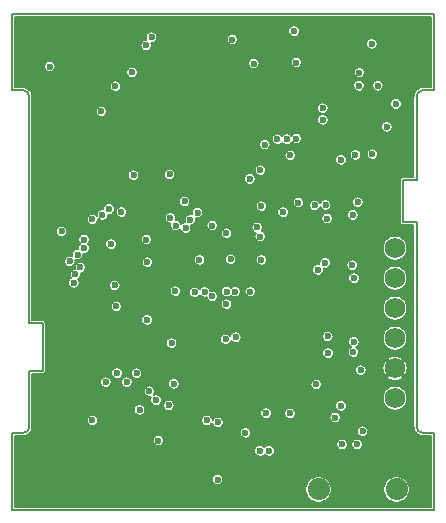
<source format=gbr>
%TF.GenerationSoftware,KiCad,Pcbnew,5.0.2-bee76a0~70~ubuntu18.04.1*%
%TF.CreationDate,2020-02-29T17:30:31-08:00*%
%TF.ProjectId,base,62617365-2e6b-4696-9361-645f70636258,rev?*%
%TF.SameCoordinates,Original*%
%TF.FileFunction,Copper,L3,Inr*%
%TF.FilePolarity,Positive*%
%FSLAX46Y46*%
G04 Gerber Fmt 4.6, Leading zero omitted, Abs format (unit mm)*
G04 Created by KiCad (PCBNEW 5.0.2-bee76a0~70~ubuntu18.04.1) date Sat 29 Feb 2020 05:30:31 PM PST*
%MOMM*%
%LPD*%
G01*
G04 APERTURE LIST*
%ADD10C,0.150000*%
%ADD11C,1.727200*%
%ADD12C,1.870000*%
%ADD13C,0.600000*%
%ADD14C,0.127000*%
G04 APERTURE END LIST*
D10*
X131000500Y-114280540D02*
X131000500Y-118280540D01*
X162651441Y-102162541D02*
X162651441Y-95050541D01*
X161502382Y-105714800D02*
X162651441Y-105714800D01*
X161502382Y-102162541D02*
X162651441Y-102162541D01*
X129851441Y-123050540D02*
G75*
G02X129351441Y-123550540I-500000J0D01*
G01*
X129351441Y-94550541D02*
G75*
G02X129851441Y-95050541I0J-500000D01*
G01*
X162651441Y-95050541D02*
G75*
G02X163151441Y-94550541I500000J0D01*
G01*
X163151441Y-123550540D02*
G75*
G02X162651441Y-123050540I0J500000D01*
G01*
X128351441Y-88050540D02*
X128351441Y-94550540D01*
X163151441Y-94550541D02*
X164151441Y-94550540D01*
X162651441Y-123050540D02*
X162651441Y-105714800D01*
X164151441Y-123550540D02*
X163151441Y-123550540D01*
X164151441Y-94550540D02*
X164151440Y-88050541D01*
X129851441Y-95050541D02*
X129851441Y-114280540D01*
X128351441Y-94550540D02*
X129351441Y-94550541D01*
X128351441Y-130050540D02*
X162651440Y-130050540D01*
X129851441Y-114280540D02*
X131000500Y-114280540D01*
X161502382Y-102162541D02*
X161502382Y-105714800D01*
X162651440Y-88050540D02*
X128351441Y-88050540D01*
X131000500Y-118280540D02*
X129851441Y-118280540D01*
X128351441Y-123550540D02*
X128351441Y-130050540D01*
X129351441Y-123550540D02*
X128351441Y-123550540D01*
X129851441Y-118280540D02*
X129851441Y-123050540D01*
X162651440Y-130050540D02*
X164151440Y-130050540D01*
X164151440Y-88050541D02*
X162651440Y-88050540D01*
X164151440Y-130050540D02*
X164151441Y-123550540D01*
D11*
X160820100Y-120624600D03*
X160820100Y-118084600D03*
X160820100Y-115544600D03*
X160820100Y-113004600D03*
X160820100Y-110464600D03*
X160820100Y-107924600D03*
D12*
X160950000Y-128339000D03*
X154350000Y-128339000D03*
D13*
X156248100Y-121259600D03*
X159369100Y-94158600D03*
X148863000Y-92276900D03*
X148150000Y-123550000D03*
X145834100Y-122656600D03*
X131589000Y-92531000D03*
X135200000Y-122500000D03*
X158900000Y-99950000D03*
X156248100Y-100431600D03*
X157471600Y-100021600D03*
X149800000Y-99150000D03*
X147050000Y-90250000D03*
X139827000Y-113982500D03*
X140779500Y-124206000D03*
X140017500Y-120026711D03*
X137287000Y-118491000D03*
X136334500Y-119253000D03*
X134493000Y-107886500D03*
X134493000Y-107188000D03*
X137096500Y-111061500D03*
X137223500Y-112839500D03*
X139763500Y-107188000D03*
X143002000Y-103949500D03*
X152273000Y-89535000D03*
X152463500Y-92202000D03*
X135953500Y-96329500D03*
X141732000Y-101663504D03*
X138684000Y-101727000D03*
X156337000Y-124523500D03*
X157670500Y-104013000D03*
X149415500Y-101300000D03*
X158851600Y-90614500D03*
X154150000Y-119450000D03*
X139189500Y-121600000D03*
X141675000Y-121225000D03*
X149900000Y-121883309D03*
X142100000Y-119400000D03*
X160900000Y-95700000D03*
X157250000Y-105100000D03*
X139852015Y-109100508D03*
X136779000Y-107569000D03*
X149500000Y-108900000D03*
X146562574Y-111590429D03*
X144257010Y-108904425D03*
X138950000Y-118500000D03*
X151930100Y-121894600D03*
X157924500Y-118237000D03*
X156248100Y-104114600D03*
X157769100Y-97460600D03*
X160169100Y-94158600D03*
X158569100Y-97460600D03*
X156300000Y-117650000D03*
X142750000Y-126700000D03*
X143400000Y-126700000D03*
X139763500Y-108140500D03*
X140716000Y-125793500D03*
X143002000Y-119316500D03*
X134747000Y-121539000D03*
X133223000Y-120078500D03*
X133794500Y-124142500D03*
X147066000Y-95821500D03*
X149225004Y-95250000D03*
X152463500Y-95440500D03*
X153289000Y-95504000D03*
X154432000Y-89535000D03*
X155257500Y-92265500D03*
X148272500Y-99314000D03*
X142811500Y-96139000D03*
X142494000Y-102298500D03*
X141732000Y-102743000D03*
X139255500Y-102235000D03*
X135255000Y-89662000D03*
X155117800Y-118584980D03*
X135700000Y-118550000D03*
X139950000Y-109845600D03*
X143100000Y-115250000D03*
X141700000Y-107350000D03*
X145600000Y-115500000D03*
X148500000Y-115250000D03*
X150750000Y-115250000D03*
X145000000Y-101700000D03*
X143142920Y-128402380D03*
X142350000Y-115300000D03*
X149390100Y-125069600D03*
X150152100Y-125069600D03*
X157769100Y-94158600D03*
X157800000Y-93050000D03*
X140589000Y-120776986D03*
X160121600Y-97637600D03*
X142221604Y-111551579D03*
X141900000Y-115950000D03*
X148526500Y-102050000D03*
X151343682Y-104867182D03*
X154700000Y-96050000D03*
X157350000Y-110450000D03*
X152469100Y-98630900D03*
X151669100Y-98683600D03*
X157200000Y-109350000D03*
X150869100Y-98683600D03*
X151950000Y-100050000D03*
X154022991Y-104298199D03*
X157289500Y-116713006D03*
X133632955Y-110848371D03*
X155151485Y-116800000D03*
X133757078Y-110132033D03*
X157331400Y-115845600D03*
X134175500Y-109537500D03*
X155130516Y-115379500D03*
X133950000Y-108450000D03*
X145350000Y-112000000D03*
X145350000Y-106000000D03*
X143500000Y-105500000D03*
X144100000Y-104900000D03*
X143850000Y-111650000D03*
X144712299Y-111609490D03*
X146550000Y-112650000D03*
X146550000Y-106650000D03*
X146900000Y-108850000D03*
X147289581Y-111592990D03*
X155066509Y-105400000D03*
X148567763Y-111592990D03*
X149500000Y-104350000D03*
X154700000Y-97050000D03*
X152635568Y-104050000D03*
X154950000Y-104250000D03*
X157607004Y-124523500D03*
X158071800Y-123412252D03*
X154300000Y-109750000D03*
X154900000Y-109150000D03*
X149407010Y-106929643D03*
X149150000Y-106150000D03*
X147350000Y-115450000D03*
X146474528Y-115631785D03*
X143100000Y-106200000D03*
X137146799Y-94200000D03*
X142249551Y-105992989D03*
X139750000Y-90750000D03*
X140208000Y-90043000D03*
X141800000Y-105350000D03*
X135191500Y-105473486D03*
X136050000Y-105100000D03*
X136600000Y-104600000D03*
X138557000Y-93027500D03*
X137650000Y-104850000D03*
X155750000Y-122250000D03*
X138112500Y-119253000D03*
X144900000Y-122500000D03*
X133286500Y-109029500D03*
X132588000Y-106489496D03*
X145796034Y-127508000D03*
D14*
G36*
X163885940Y-88316041D02*
X163885942Y-94285041D01*
X163138404Y-94285042D01*
X163126975Y-94286168D01*
X163123888Y-94286146D01*
X163120199Y-94286507D01*
X163023150Y-94296707D01*
X162999533Y-94301555D01*
X162975941Y-94306055D01*
X162972402Y-94307124D01*
X162972392Y-94307126D01*
X162972383Y-94307130D01*
X162879173Y-94335983D01*
X162856985Y-94345310D01*
X162834676Y-94354323D01*
X162831403Y-94356063D01*
X162745566Y-94402476D01*
X162725617Y-94415932D01*
X162705481Y-94429108D01*
X162702608Y-94431451D01*
X162627420Y-94493653D01*
X162610457Y-94510735D01*
X162593273Y-94527562D01*
X162590915Y-94530413D01*
X162590908Y-94530420D01*
X162590903Y-94530428D01*
X162529234Y-94606040D01*
X162515900Y-94626107D01*
X162502320Y-94645941D01*
X162500564Y-94649189D01*
X162500558Y-94649198D01*
X162500554Y-94649207D01*
X162454745Y-94735363D01*
X162445581Y-94757596D01*
X162436096Y-94779726D01*
X162435000Y-94783267D01*
X162406795Y-94876685D01*
X162402113Y-94900329D01*
X162397118Y-94923830D01*
X162396730Y-94927517D01*
X162387208Y-95024634D01*
X162387208Y-95024650D01*
X162385942Y-95037504D01*
X162385941Y-101897041D01*
X161515419Y-101897041D01*
X161502382Y-101895757D01*
X161489345Y-101897041D01*
X161450335Y-101900883D01*
X161400288Y-101916065D01*
X161354165Y-101940718D01*
X161313737Y-101973896D01*
X161280559Y-102014324D01*
X161255906Y-102060447D01*
X161240724Y-102110494D01*
X161235598Y-102162541D01*
X161236882Y-102175577D01*
X161236883Y-105701753D01*
X161235598Y-105714800D01*
X161240724Y-105766847D01*
X161255906Y-105816894D01*
X161280559Y-105863017D01*
X161313737Y-105903445D01*
X161354165Y-105936623D01*
X161400288Y-105961276D01*
X161450335Y-105976458D01*
X161489345Y-105980300D01*
X161502382Y-105981584D01*
X161515419Y-105980300D01*
X162385942Y-105980300D01*
X162385941Y-123063576D01*
X162387068Y-123075014D01*
X162387046Y-123078093D01*
X162387407Y-123081783D01*
X162397607Y-123178831D01*
X162402455Y-123202448D01*
X162406955Y-123226040D01*
X162408024Y-123229579D01*
X162408026Y-123229589D01*
X162408030Y-123229598D01*
X162436883Y-123322808D01*
X162446208Y-123344992D01*
X162455223Y-123367304D01*
X162456963Y-123370577D01*
X162503376Y-123456415D01*
X162516830Y-123476362D01*
X162530008Y-123496500D01*
X162532347Y-123499367D01*
X162532351Y-123499373D01*
X162532356Y-123499378D01*
X162594553Y-123574561D01*
X162611635Y-123591524D01*
X162628462Y-123608708D01*
X162631313Y-123611066D01*
X162631320Y-123611073D01*
X162631328Y-123611078D01*
X162706939Y-123672747D01*
X162727025Y-123686093D01*
X162746841Y-123699661D01*
X162750089Y-123701417D01*
X162750098Y-123701423D01*
X162750107Y-123701427D01*
X162836263Y-123747236D01*
X162858496Y-123756400D01*
X162880626Y-123765885D01*
X162884165Y-123766980D01*
X162884169Y-123766982D01*
X162884173Y-123766983D01*
X162977585Y-123795186D01*
X163001229Y-123799868D01*
X163024730Y-123804863D01*
X163028411Y-123805250D01*
X163028414Y-123805251D01*
X163028417Y-123805251D01*
X163125534Y-123814773D01*
X163125539Y-123814773D01*
X163138404Y-123816040D01*
X163885942Y-123816040D01*
X163885940Y-129785040D01*
X128616941Y-129785040D01*
X128616941Y-128228148D01*
X153224500Y-128228148D01*
X153224500Y-128449852D01*
X153267752Y-128667296D01*
X153352595Y-128872124D01*
X153475767Y-129056465D01*
X153632535Y-129213233D01*
X153816876Y-129336405D01*
X154021704Y-129421248D01*
X154239148Y-129464500D01*
X154460852Y-129464500D01*
X154678296Y-129421248D01*
X154883124Y-129336405D01*
X155067465Y-129213233D01*
X155224233Y-129056465D01*
X155347405Y-128872124D01*
X155432248Y-128667296D01*
X155475500Y-128449852D01*
X155475500Y-128228148D01*
X159824500Y-128228148D01*
X159824500Y-128449852D01*
X159867752Y-128667296D01*
X159952595Y-128872124D01*
X160075767Y-129056465D01*
X160232535Y-129213233D01*
X160416876Y-129336405D01*
X160621704Y-129421248D01*
X160839148Y-129464500D01*
X161060852Y-129464500D01*
X161278296Y-129421248D01*
X161483124Y-129336405D01*
X161667465Y-129213233D01*
X161824233Y-129056465D01*
X161947405Y-128872124D01*
X162032248Y-128667296D01*
X162075500Y-128449852D01*
X162075500Y-128228148D01*
X162032248Y-128010704D01*
X161947405Y-127805876D01*
X161824233Y-127621535D01*
X161667465Y-127464767D01*
X161483124Y-127341595D01*
X161278296Y-127256752D01*
X161060852Y-127213500D01*
X160839148Y-127213500D01*
X160621704Y-127256752D01*
X160416876Y-127341595D01*
X160232535Y-127464767D01*
X160075767Y-127621535D01*
X159952595Y-127805876D01*
X159867752Y-128010704D01*
X159824500Y-128228148D01*
X155475500Y-128228148D01*
X155432248Y-128010704D01*
X155347405Y-127805876D01*
X155224233Y-127621535D01*
X155067465Y-127464767D01*
X154883124Y-127341595D01*
X154678296Y-127256752D01*
X154460852Y-127213500D01*
X154239148Y-127213500D01*
X154021704Y-127256752D01*
X153816876Y-127341595D01*
X153632535Y-127464767D01*
X153475767Y-127621535D01*
X153352595Y-127805876D01*
X153267752Y-128010704D01*
X153224500Y-128228148D01*
X128616941Y-128228148D01*
X128616941Y-127459690D01*
X145305534Y-127459690D01*
X145305534Y-127556310D01*
X145324384Y-127651073D01*
X145361359Y-127740339D01*
X145415038Y-127820675D01*
X145483359Y-127888996D01*
X145563695Y-127942675D01*
X145652961Y-127979650D01*
X145747724Y-127998500D01*
X145844344Y-127998500D01*
X145939107Y-127979650D01*
X146028373Y-127942675D01*
X146108709Y-127888996D01*
X146177030Y-127820675D01*
X146230709Y-127740339D01*
X146267684Y-127651073D01*
X146286534Y-127556310D01*
X146286534Y-127459690D01*
X146267684Y-127364927D01*
X146230709Y-127275661D01*
X146177030Y-127195325D01*
X146108709Y-127127004D01*
X146028373Y-127073325D01*
X145939107Y-127036350D01*
X145844344Y-127017500D01*
X145747724Y-127017500D01*
X145652961Y-127036350D01*
X145563695Y-127073325D01*
X145483359Y-127127004D01*
X145415038Y-127195325D01*
X145361359Y-127275661D01*
X145324384Y-127364927D01*
X145305534Y-127459690D01*
X128616941Y-127459690D01*
X128616941Y-125021290D01*
X148899600Y-125021290D01*
X148899600Y-125117910D01*
X148918450Y-125212673D01*
X148955425Y-125301939D01*
X149009104Y-125382275D01*
X149077425Y-125450596D01*
X149157761Y-125504275D01*
X149247027Y-125541250D01*
X149341790Y-125560100D01*
X149438410Y-125560100D01*
X149533173Y-125541250D01*
X149622439Y-125504275D01*
X149702775Y-125450596D01*
X149771096Y-125382275D01*
X149771100Y-125382269D01*
X149771104Y-125382275D01*
X149839425Y-125450596D01*
X149919761Y-125504275D01*
X150009027Y-125541250D01*
X150103790Y-125560100D01*
X150200410Y-125560100D01*
X150295173Y-125541250D01*
X150384439Y-125504275D01*
X150464775Y-125450596D01*
X150533096Y-125382275D01*
X150586775Y-125301939D01*
X150623750Y-125212673D01*
X150642600Y-125117910D01*
X150642600Y-125021290D01*
X150623750Y-124926527D01*
X150586775Y-124837261D01*
X150533096Y-124756925D01*
X150464775Y-124688604D01*
X150384439Y-124634925D01*
X150295173Y-124597950D01*
X150200410Y-124579100D01*
X150103790Y-124579100D01*
X150009027Y-124597950D01*
X149919761Y-124634925D01*
X149839425Y-124688604D01*
X149771104Y-124756925D01*
X149771100Y-124756931D01*
X149771096Y-124756925D01*
X149702775Y-124688604D01*
X149622439Y-124634925D01*
X149533173Y-124597950D01*
X149438410Y-124579100D01*
X149341790Y-124579100D01*
X149247027Y-124597950D01*
X149157761Y-124634925D01*
X149077425Y-124688604D01*
X149009104Y-124756925D01*
X148955425Y-124837261D01*
X148918450Y-124926527D01*
X148899600Y-125021290D01*
X128616941Y-125021290D01*
X128616941Y-124157690D01*
X140289000Y-124157690D01*
X140289000Y-124254310D01*
X140307850Y-124349073D01*
X140344825Y-124438339D01*
X140398504Y-124518675D01*
X140466825Y-124586996D01*
X140547161Y-124640675D01*
X140636427Y-124677650D01*
X140731190Y-124696500D01*
X140827810Y-124696500D01*
X140922573Y-124677650D01*
X141011839Y-124640675D01*
X141092175Y-124586996D01*
X141160496Y-124518675D01*
X141189551Y-124475190D01*
X155846500Y-124475190D01*
X155846500Y-124571810D01*
X155865350Y-124666573D01*
X155902325Y-124755839D01*
X155956004Y-124836175D01*
X156024325Y-124904496D01*
X156104661Y-124958175D01*
X156193927Y-124995150D01*
X156288690Y-125014000D01*
X156385310Y-125014000D01*
X156480073Y-124995150D01*
X156569339Y-124958175D01*
X156649675Y-124904496D01*
X156717996Y-124836175D01*
X156771675Y-124755839D01*
X156808650Y-124666573D01*
X156827500Y-124571810D01*
X156827500Y-124475190D01*
X157116504Y-124475190D01*
X157116504Y-124571810D01*
X157135354Y-124666573D01*
X157172329Y-124755839D01*
X157226008Y-124836175D01*
X157294329Y-124904496D01*
X157374665Y-124958175D01*
X157463931Y-124995150D01*
X157558694Y-125014000D01*
X157655314Y-125014000D01*
X157750077Y-124995150D01*
X157839343Y-124958175D01*
X157919679Y-124904496D01*
X157988000Y-124836175D01*
X158041679Y-124755839D01*
X158078654Y-124666573D01*
X158097504Y-124571810D01*
X158097504Y-124475190D01*
X158078654Y-124380427D01*
X158041679Y-124291161D01*
X157988000Y-124210825D01*
X157919679Y-124142504D01*
X157839343Y-124088825D01*
X157750077Y-124051850D01*
X157655314Y-124033000D01*
X157558694Y-124033000D01*
X157463931Y-124051850D01*
X157374665Y-124088825D01*
X157294329Y-124142504D01*
X157226008Y-124210825D01*
X157172329Y-124291161D01*
X157135354Y-124380427D01*
X157116504Y-124475190D01*
X156827500Y-124475190D01*
X156808650Y-124380427D01*
X156771675Y-124291161D01*
X156717996Y-124210825D01*
X156649675Y-124142504D01*
X156569339Y-124088825D01*
X156480073Y-124051850D01*
X156385310Y-124033000D01*
X156288690Y-124033000D01*
X156193927Y-124051850D01*
X156104661Y-124088825D01*
X156024325Y-124142504D01*
X155956004Y-124210825D01*
X155902325Y-124291161D01*
X155865350Y-124380427D01*
X155846500Y-124475190D01*
X141189551Y-124475190D01*
X141214175Y-124438339D01*
X141251150Y-124349073D01*
X141270000Y-124254310D01*
X141270000Y-124157690D01*
X141251150Y-124062927D01*
X141214175Y-123973661D01*
X141160496Y-123893325D01*
X141092175Y-123825004D01*
X141011839Y-123771325D01*
X140922573Y-123734350D01*
X140827810Y-123715500D01*
X140731190Y-123715500D01*
X140636427Y-123734350D01*
X140547161Y-123771325D01*
X140466825Y-123825004D01*
X140398504Y-123893325D01*
X140344825Y-123973661D01*
X140307850Y-124062927D01*
X140289000Y-124157690D01*
X128616941Y-124157690D01*
X128616941Y-123816040D01*
X129364478Y-123816040D01*
X129375916Y-123814913D01*
X129378994Y-123814935D01*
X129382684Y-123814574D01*
X129479732Y-123804374D01*
X129503349Y-123799526D01*
X129526941Y-123795026D01*
X129530480Y-123793957D01*
X129530490Y-123793955D01*
X129530499Y-123793951D01*
X129623709Y-123765098D01*
X129645893Y-123755773D01*
X129668205Y-123746758D01*
X129671473Y-123745021D01*
X129671477Y-123745019D01*
X129671480Y-123745017D01*
X129757316Y-123698605D01*
X129777265Y-123685149D01*
X129797401Y-123671973D01*
X129800268Y-123669634D01*
X129800274Y-123669630D01*
X129800279Y-123669625D01*
X129875462Y-123607428D01*
X129892425Y-123590346D01*
X129909609Y-123573519D01*
X129911967Y-123570668D01*
X129911974Y-123570661D01*
X129911979Y-123570653D01*
X129968225Y-123501690D01*
X147659500Y-123501690D01*
X147659500Y-123598310D01*
X147678350Y-123693073D01*
X147715325Y-123782339D01*
X147769004Y-123862675D01*
X147837325Y-123930996D01*
X147917661Y-123984675D01*
X148006927Y-124021650D01*
X148101690Y-124040500D01*
X148198310Y-124040500D01*
X148293073Y-124021650D01*
X148382339Y-123984675D01*
X148462675Y-123930996D01*
X148530996Y-123862675D01*
X148584675Y-123782339D01*
X148621650Y-123693073D01*
X148640500Y-123598310D01*
X148640500Y-123501690D01*
X148621650Y-123406927D01*
X148603846Y-123363942D01*
X157581300Y-123363942D01*
X157581300Y-123460562D01*
X157600150Y-123555325D01*
X157637125Y-123644591D01*
X157690804Y-123724927D01*
X157759125Y-123793248D01*
X157839461Y-123846927D01*
X157928727Y-123883902D01*
X158023490Y-123902752D01*
X158120110Y-123902752D01*
X158214873Y-123883902D01*
X158304139Y-123846927D01*
X158384475Y-123793248D01*
X158452796Y-123724927D01*
X158506475Y-123644591D01*
X158543450Y-123555325D01*
X158562300Y-123460562D01*
X158562300Y-123363942D01*
X158543450Y-123269179D01*
X158506475Y-123179913D01*
X158452796Y-123099577D01*
X158384475Y-123031256D01*
X158304139Y-122977577D01*
X158214873Y-122940602D01*
X158120110Y-122921752D01*
X158023490Y-122921752D01*
X157928727Y-122940602D01*
X157839461Y-122977577D01*
X157759125Y-123031256D01*
X157690804Y-123099577D01*
X157637125Y-123179913D01*
X157600150Y-123269179D01*
X157581300Y-123363942D01*
X148603846Y-123363942D01*
X148584675Y-123317661D01*
X148530996Y-123237325D01*
X148462675Y-123169004D01*
X148382339Y-123115325D01*
X148293073Y-123078350D01*
X148198310Y-123059500D01*
X148101690Y-123059500D01*
X148006927Y-123078350D01*
X147917661Y-123115325D01*
X147837325Y-123169004D01*
X147769004Y-123237325D01*
X147715325Y-123317661D01*
X147678350Y-123406927D01*
X147659500Y-123501690D01*
X129968225Y-123501690D01*
X129973648Y-123495042D01*
X129986994Y-123474956D01*
X130000562Y-123455140D01*
X130002318Y-123451892D01*
X130002324Y-123451883D01*
X130002328Y-123451874D01*
X130048137Y-123365718D01*
X130057301Y-123343485D01*
X130066786Y-123321355D01*
X130067882Y-123317814D01*
X130096087Y-123224396D01*
X130100769Y-123200752D01*
X130105764Y-123177251D01*
X130106152Y-123173564D01*
X130115674Y-123076447D01*
X130115674Y-123076442D01*
X130116941Y-123063577D01*
X130116941Y-122451690D01*
X134709500Y-122451690D01*
X134709500Y-122548310D01*
X134728350Y-122643073D01*
X134765325Y-122732339D01*
X134819004Y-122812675D01*
X134887325Y-122880996D01*
X134967661Y-122934675D01*
X135056927Y-122971650D01*
X135151690Y-122990500D01*
X135248310Y-122990500D01*
X135343073Y-122971650D01*
X135432339Y-122934675D01*
X135512675Y-122880996D01*
X135580996Y-122812675D01*
X135634675Y-122732339D01*
X135671650Y-122643073D01*
X135690500Y-122548310D01*
X135690500Y-122451690D01*
X144409500Y-122451690D01*
X144409500Y-122548310D01*
X144428350Y-122643073D01*
X144465325Y-122732339D01*
X144519004Y-122812675D01*
X144587325Y-122880996D01*
X144667661Y-122934675D01*
X144756927Y-122971650D01*
X144851690Y-122990500D01*
X144948310Y-122990500D01*
X145043073Y-122971650D01*
X145132339Y-122934675D01*
X145212675Y-122880996D01*
X145280996Y-122812675D01*
X145334675Y-122732339D01*
X145344390Y-122708884D01*
X145362450Y-122799673D01*
X145399425Y-122888939D01*
X145453104Y-122969275D01*
X145521425Y-123037596D01*
X145601761Y-123091275D01*
X145691027Y-123128250D01*
X145785790Y-123147100D01*
X145882410Y-123147100D01*
X145977173Y-123128250D01*
X146066439Y-123091275D01*
X146146775Y-123037596D01*
X146215096Y-122969275D01*
X146268775Y-122888939D01*
X146305750Y-122799673D01*
X146324600Y-122704910D01*
X146324600Y-122608290D01*
X146305750Y-122513527D01*
X146268775Y-122424261D01*
X146215096Y-122343925D01*
X146146775Y-122275604D01*
X146066439Y-122221925D01*
X145977173Y-122184950D01*
X145882410Y-122166100D01*
X145785790Y-122166100D01*
X145691027Y-122184950D01*
X145601761Y-122221925D01*
X145521425Y-122275604D01*
X145453104Y-122343925D01*
X145399425Y-122424261D01*
X145389710Y-122447716D01*
X145371650Y-122356927D01*
X145334675Y-122267661D01*
X145280996Y-122187325D01*
X145212675Y-122119004D01*
X145132339Y-122065325D01*
X145043073Y-122028350D01*
X144948310Y-122009500D01*
X144851690Y-122009500D01*
X144756927Y-122028350D01*
X144667661Y-122065325D01*
X144587325Y-122119004D01*
X144519004Y-122187325D01*
X144465325Y-122267661D01*
X144428350Y-122356927D01*
X144409500Y-122451690D01*
X135690500Y-122451690D01*
X135671650Y-122356927D01*
X135634675Y-122267661D01*
X135580996Y-122187325D01*
X135512675Y-122119004D01*
X135432339Y-122065325D01*
X135343073Y-122028350D01*
X135248310Y-122009500D01*
X135151690Y-122009500D01*
X135056927Y-122028350D01*
X134967661Y-122065325D01*
X134887325Y-122119004D01*
X134819004Y-122187325D01*
X134765325Y-122267661D01*
X134728350Y-122356927D01*
X134709500Y-122451690D01*
X130116941Y-122451690D01*
X130116941Y-121551690D01*
X138699000Y-121551690D01*
X138699000Y-121648310D01*
X138717850Y-121743073D01*
X138754825Y-121832339D01*
X138808504Y-121912675D01*
X138876825Y-121980996D01*
X138957161Y-122034675D01*
X139046427Y-122071650D01*
X139141190Y-122090500D01*
X139237810Y-122090500D01*
X139332573Y-122071650D01*
X139421839Y-122034675D01*
X139502175Y-121980996D01*
X139570496Y-121912675D01*
X139622397Y-121834999D01*
X149409500Y-121834999D01*
X149409500Y-121931619D01*
X149428350Y-122026382D01*
X149465325Y-122115648D01*
X149519004Y-122195984D01*
X149587325Y-122264305D01*
X149667661Y-122317984D01*
X149756927Y-122354959D01*
X149851690Y-122373809D01*
X149948310Y-122373809D01*
X150043073Y-122354959D01*
X150132339Y-122317984D01*
X150212675Y-122264305D01*
X150280996Y-122195984D01*
X150334675Y-122115648D01*
X150371650Y-122026382D01*
X150390500Y-121931619D01*
X150390500Y-121846290D01*
X151439600Y-121846290D01*
X151439600Y-121942910D01*
X151458450Y-122037673D01*
X151495425Y-122126939D01*
X151549104Y-122207275D01*
X151617425Y-122275596D01*
X151697761Y-122329275D01*
X151787027Y-122366250D01*
X151881790Y-122385100D01*
X151978410Y-122385100D01*
X152073173Y-122366250D01*
X152162439Y-122329275D01*
X152242775Y-122275596D01*
X152311096Y-122207275D01*
X152314827Y-122201690D01*
X155259500Y-122201690D01*
X155259500Y-122298310D01*
X155278350Y-122393073D01*
X155315325Y-122482339D01*
X155369004Y-122562675D01*
X155437325Y-122630996D01*
X155517661Y-122684675D01*
X155606927Y-122721650D01*
X155701690Y-122740500D01*
X155798310Y-122740500D01*
X155893073Y-122721650D01*
X155982339Y-122684675D01*
X156062675Y-122630996D01*
X156130996Y-122562675D01*
X156184675Y-122482339D01*
X156221650Y-122393073D01*
X156240500Y-122298310D01*
X156240500Y-122201690D01*
X156221650Y-122106927D01*
X156184675Y-122017661D01*
X156130996Y-121937325D01*
X156062675Y-121869004D01*
X155982339Y-121815325D01*
X155893073Y-121778350D01*
X155798310Y-121759500D01*
X155701690Y-121759500D01*
X155606927Y-121778350D01*
X155517661Y-121815325D01*
X155437325Y-121869004D01*
X155369004Y-121937325D01*
X155315325Y-122017661D01*
X155278350Y-122106927D01*
X155259500Y-122201690D01*
X152314827Y-122201690D01*
X152364775Y-122126939D01*
X152401750Y-122037673D01*
X152420600Y-121942910D01*
X152420600Y-121846290D01*
X152401750Y-121751527D01*
X152364775Y-121662261D01*
X152311096Y-121581925D01*
X152242775Y-121513604D01*
X152162439Y-121459925D01*
X152073173Y-121422950D01*
X151978410Y-121404100D01*
X151881790Y-121404100D01*
X151787027Y-121422950D01*
X151697761Y-121459925D01*
X151617425Y-121513604D01*
X151549104Y-121581925D01*
X151495425Y-121662261D01*
X151458450Y-121751527D01*
X151439600Y-121846290D01*
X150390500Y-121846290D01*
X150390500Y-121834999D01*
X150371650Y-121740236D01*
X150334675Y-121650970D01*
X150280996Y-121570634D01*
X150212675Y-121502313D01*
X150132339Y-121448634D01*
X150043073Y-121411659D01*
X149948310Y-121392809D01*
X149851690Y-121392809D01*
X149756927Y-121411659D01*
X149667661Y-121448634D01*
X149587325Y-121502313D01*
X149519004Y-121570634D01*
X149465325Y-121650970D01*
X149428350Y-121740236D01*
X149409500Y-121834999D01*
X139622397Y-121834999D01*
X139624175Y-121832339D01*
X139661150Y-121743073D01*
X139680000Y-121648310D01*
X139680000Y-121551690D01*
X139661150Y-121456927D01*
X139624175Y-121367661D01*
X139570496Y-121287325D01*
X139502175Y-121219004D01*
X139421839Y-121165325D01*
X139332573Y-121128350D01*
X139237810Y-121109500D01*
X139141190Y-121109500D01*
X139046427Y-121128350D01*
X138957161Y-121165325D01*
X138876825Y-121219004D01*
X138808504Y-121287325D01*
X138754825Y-121367661D01*
X138717850Y-121456927D01*
X138699000Y-121551690D01*
X130116941Y-121551690D01*
X130116941Y-119978401D01*
X139527000Y-119978401D01*
X139527000Y-120075021D01*
X139545850Y-120169784D01*
X139582825Y-120259050D01*
X139636504Y-120339386D01*
X139704825Y-120407707D01*
X139785161Y-120461386D01*
X139874427Y-120498361D01*
X139969190Y-120517211D01*
X140065810Y-120517211D01*
X140160573Y-120498361D01*
X140194697Y-120484227D01*
X140154325Y-120544647D01*
X140117350Y-120633913D01*
X140098500Y-120728676D01*
X140098500Y-120825296D01*
X140117350Y-120920059D01*
X140154325Y-121009325D01*
X140208004Y-121089661D01*
X140276325Y-121157982D01*
X140356661Y-121211661D01*
X140445927Y-121248636D01*
X140540690Y-121267486D01*
X140637310Y-121267486D01*
X140732073Y-121248636D01*
X140821339Y-121211661D01*
X140873676Y-121176690D01*
X141184500Y-121176690D01*
X141184500Y-121273310D01*
X141203350Y-121368073D01*
X141240325Y-121457339D01*
X141294004Y-121537675D01*
X141362325Y-121605996D01*
X141442661Y-121659675D01*
X141531927Y-121696650D01*
X141626690Y-121715500D01*
X141723310Y-121715500D01*
X141818073Y-121696650D01*
X141907339Y-121659675D01*
X141987675Y-121605996D01*
X142055996Y-121537675D01*
X142109675Y-121457339D01*
X142146650Y-121368073D01*
X142165500Y-121273310D01*
X142165500Y-121211290D01*
X155757600Y-121211290D01*
X155757600Y-121307910D01*
X155776450Y-121402673D01*
X155813425Y-121491939D01*
X155867104Y-121572275D01*
X155935425Y-121640596D01*
X156015761Y-121694275D01*
X156105027Y-121731250D01*
X156199790Y-121750100D01*
X156296410Y-121750100D01*
X156391173Y-121731250D01*
X156480439Y-121694275D01*
X156560775Y-121640596D01*
X156629096Y-121572275D01*
X156682775Y-121491939D01*
X156719750Y-121402673D01*
X156738600Y-121307910D01*
X156738600Y-121211290D01*
X156719750Y-121116527D01*
X156682775Y-121027261D01*
X156629096Y-120946925D01*
X156560775Y-120878604D01*
X156480439Y-120824925D01*
X156391173Y-120787950D01*
X156296410Y-120769100D01*
X156199790Y-120769100D01*
X156105027Y-120787950D01*
X156015761Y-120824925D01*
X155935425Y-120878604D01*
X155867104Y-120946925D01*
X155813425Y-121027261D01*
X155776450Y-121116527D01*
X155757600Y-121211290D01*
X142165500Y-121211290D01*
X142165500Y-121176690D01*
X142146650Y-121081927D01*
X142109675Y-120992661D01*
X142055996Y-120912325D01*
X141987675Y-120844004D01*
X141907339Y-120790325D01*
X141818073Y-120753350D01*
X141723310Y-120734500D01*
X141626690Y-120734500D01*
X141531927Y-120753350D01*
X141442661Y-120790325D01*
X141362325Y-120844004D01*
X141294004Y-120912325D01*
X141240325Y-120992661D01*
X141203350Y-121081927D01*
X141184500Y-121176690D01*
X140873676Y-121176690D01*
X140901675Y-121157982D01*
X140969996Y-121089661D01*
X141023675Y-121009325D01*
X141060650Y-120920059D01*
X141079500Y-120825296D01*
X141079500Y-120728676D01*
X141060650Y-120633913D01*
X141023675Y-120544647D01*
X141007728Y-120520780D01*
X159766000Y-120520780D01*
X159766000Y-120728420D01*
X159806509Y-120932070D01*
X159885969Y-121123903D01*
X160001327Y-121296549D01*
X160148151Y-121443373D01*
X160320797Y-121558731D01*
X160512630Y-121638191D01*
X160716280Y-121678700D01*
X160923920Y-121678700D01*
X161127570Y-121638191D01*
X161319403Y-121558731D01*
X161492049Y-121443373D01*
X161638873Y-121296549D01*
X161754231Y-121123903D01*
X161833691Y-120932070D01*
X161874200Y-120728420D01*
X161874200Y-120520780D01*
X161833691Y-120317130D01*
X161754231Y-120125297D01*
X161638873Y-119952651D01*
X161492049Y-119805827D01*
X161319403Y-119690469D01*
X161127570Y-119611009D01*
X160923920Y-119570500D01*
X160716280Y-119570500D01*
X160512630Y-119611009D01*
X160320797Y-119690469D01*
X160148151Y-119805827D01*
X160001327Y-119952651D01*
X159885969Y-120125297D01*
X159806509Y-120317130D01*
X159766000Y-120520780D01*
X141007728Y-120520780D01*
X140969996Y-120464311D01*
X140901675Y-120395990D01*
X140821339Y-120342311D01*
X140732073Y-120305336D01*
X140637310Y-120286486D01*
X140540690Y-120286486D01*
X140445927Y-120305336D01*
X140411803Y-120319470D01*
X140452175Y-120259050D01*
X140489150Y-120169784D01*
X140508000Y-120075021D01*
X140508000Y-119978401D01*
X140489150Y-119883638D01*
X140452175Y-119794372D01*
X140398496Y-119714036D01*
X140330175Y-119645715D01*
X140249839Y-119592036D01*
X140160573Y-119555061D01*
X140065810Y-119536211D01*
X139969190Y-119536211D01*
X139874427Y-119555061D01*
X139785161Y-119592036D01*
X139704825Y-119645715D01*
X139636504Y-119714036D01*
X139582825Y-119794372D01*
X139545850Y-119883638D01*
X139527000Y-119978401D01*
X130116941Y-119978401D01*
X130116941Y-119204690D01*
X135844000Y-119204690D01*
X135844000Y-119301310D01*
X135862850Y-119396073D01*
X135899825Y-119485339D01*
X135953504Y-119565675D01*
X136021825Y-119633996D01*
X136102161Y-119687675D01*
X136191427Y-119724650D01*
X136286190Y-119743500D01*
X136382810Y-119743500D01*
X136477573Y-119724650D01*
X136566839Y-119687675D01*
X136647175Y-119633996D01*
X136715496Y-119565675D01*
X136769175Y-119485339D01*
X136806150Y-119396073D01*
X136825000Y-119301310D01*
X136825000Y-119204690D01*
X137622000Y-119204690D01*
X137622000Y-119301310D01*
X137640850Y-119396073D01*
X137677825Y-119485339D01*
X137731504Y-119565675D01*
X137799825Y-119633996D01*
X137880161Y-119687675D01*
X137969427Y-119724650D01*
X138064190Y-119743500D01*
X138160810Y-119743500D01*
X138255573Y-119724650D01*
X138344839Y-119687675D01*
X138425175Y-119633996D01*
X138493496Y-119565675D01*
X138547175Y-119485339D01*
X138584150Y-119396073D01*
X138592978Y-119351690D01*
X141609500Y-119351690D01*
X141609500Y-119448310D01*
X141628350Y-119543073D01*
X141665325Y-119632339D01*
X141719004Y-119712675D01*
X141787325Y-119780996D01*
X141867661Y-119834675D01*
X141956927Y-119871650D01*
X142051690Y-119890500D01*
X142148310Y-119890500D01*
X142243073Y-119871650D01*
X142332339Y-119834675D01*
X142412675Y-119780996D01*
X142480996Y-119712675D01*
X142534675Y-119632339D01*
X142571650Y-119543073D01*
X142590500Y-119448310D01*
X142590500Y-119401690D01*
X153659500Y-119401690D01*
X153659500Y-119498310D01*
X153678350Y-119593073D01*
X153715325Y-119682339D01*
X153769004Y-119762675D01*
X153837325Y-119830996D01*
X153917661Y-119884675D01*
X154006927Y-119921650D01*
X154101690Y-119940500D01*
X154198310Y-119940500D01*
X154293073Y-119921650D01*
X154382339Y-119884675D01*
X154462675Y-119830996D01*
X154530996Y-119762675D01*
X154584675Y-119682339D01*
X154621650Y-119593073D01*
X154640500Y-119498310D01*
X154640500Y-119401690D01*
X154621650Y-119306927D01*
X154584675Y-119217661D01*
X154530996Y-119137325D01*
X154462675Y-119069004D01*
X154382339Y-119015325D01*
X154293073Y-118978350D01*
X154198310Y-118959500D01*
X154101690Y-118959500D01*
X154006927Y-118978350D01*
X153917661Y-119015325D01*
X153837325Y-119069004D01*
X153769004Y-119137325D01*
X153715325Y-119217661D01*
X153678350Y-119306927D01*
X153659500Y-119401690D01*
X142590500Y-119401690D01*
X142590500Y-119351690D01*
X142571650Y-119256927D01*
X142534675Y-119167661D01*
X142480996Y-119087325D01*
X142412675Y-119019004D01*
X142332339Y-118965325D01*
X142243073Y-118928350D01*
X142148310Y-118909500D01*
X142051690Y-118909500D01*
X141956927Y-118928350D01*
X141867661Y-118965325D01*
X141787325Y-119019004D01*
X141719004Y-119087325D01*
X141665325Y-119167661D01*
X141628350Y-119256927D01*
X141609500Y-119351690D01*
X138592978Y-119351690D01*
X138603000Y-119301310D01*
X138603000Y-119204690D01*
X138584150Y-119109927D01*
X138547175Y-119020661D01*
X138493496Y-118940325D01*
X138425175Y-118872004D01*
X138344839Y-118818325D01*
X138255573Y-118781350D01*
X138160810Y-118762500D01*
X138064190Y-118762500D01*
X137969427Y-118781350D01*
X137880161Y-118818325D01*
X137799825Y-118872004D01*
X137731504Y-118940325D01*
X137677825Y-119020661D01*
X137640850Y-119109927D01*
X137622000Y-119204690D01*
X136825000Y-119204690D01*
X136806150Y-119109927D01*
X136769175Y-119020661D01*
X136715496Y-118940325D01*
X136647175Y-118872004D01*
X136566839Y-118818325D01*
X136477573Y-118781350D01*
X136382810Y-118762500D01*
X136286190Y-118762500D01*
X136191427Y-118781350D01*
X136102161Y-118818325D01*
X136021825Y-118872004D01*
X135953504Y-118940325D01*
X135899825Y-119020661D01*
X135862850Y-119109927D01*
X135844000Y-119204690D01*
X130116941Y-119204690D01*
X130116941Y-118546040D01*
X130987463Y-118546040D01*
X131000500Y-118547324D01*
X131013537Y-118546040D01*
X131052547Y-118542198D01*
X131102594Y-118527016D01*
X131148717Y-118502363D01*
X131189145Y-118469185D01*
X131210888Y-118442690D01*
X136796500Y-118442690D01*
X136796500Y-118539310D01*
X136815350Y-118634073D01*
X136852325Y-118723339D01*
X136906004Y-118803675D01*
X136974325Y-118871996D01*
X137054661Y-118925675D01*
X137143927Y-118962650D01*
X137238690Y-118981500D01*
X137335310Y-118981500D01*
X137430073Y-118962650D01*
X137519339Y-118925675D01*
X137599675Y-118871996D01*
X137667996Y-118803675D01*
X137721675Y-118723339D01*
X137758650Y-118634073D01*
X137777500Y-118539310D01*
X137777500Y-118451690D01*
X138459500Y-118451690D01*
X138459500Y-118548310D01*
X138478350Y-118643073D01*
X138515325Y-118732339D01*
X138569004Y-118812675D01*
X138637325Y-118880996D01*
X138717661Y-118934675D01*
X138806927Y-118971650D01*
X138901690Y-118990500D01*
X138998310Y-118990500D01*
X139093073Y-118971650D01*
X139182339Y-118934675D01*
X139262675Y-118880996D01*
X139308761Y-118834910D01*
X160141632Y-118834910D01*
X160239332Y-118970384D01*
X160423299Y-119066666D01*
X160622515Y-119125207D01*
X160829324Y-119143759D01*
X161035778Y-119121608D01*
X161233944Y-119059605D01*
X161400868Y-118970384D01*
X161498568Y-118834910D01*
X160820100Y-118156442D01*
X160141632Y-118834910D01*
X139308761Y-118834910D01*
X139330996Y-118812675D01*
X139384675Y-118732339D01*
X139421650Y-118643073D01*
X139440500Y-118548310D01*
X139440500Y-118451690D01*
X139421650Y-118356927D01*
X139384675Y-118267661D01*
X139331909Y-118188690D01*
X157434000Y-118188690D01*
X157434000Y-118285310D01*
X157452850Y-118380073D01*
X157489825Y-118469339D01*
X157543504Y-118549675D01*
X157611825Y-118617996D01*
X157692161Y-118671675D01*
X157781427Y-118708650D01*
X157876190Y-118727500D01*
X157972810Y-118727500D01*
X158067573Y-118708650D01*
X158156839Y-118671675D01*
X158237175Y-118617996D01*
X158305496Y-118549675D01*
X158359175Y-118469339D01*
X158396150Y-118380073D01*
X158415000Y-118285310D01*
X158415000Y-118188690D01*
X158396150Y-118093927D01*
X158396108Y-118093824D01*
X159760941Y-118093824D01*
X159783092Y-118300278D01*
X159845095Y-118498444D01*
X159934316Y-118665368D01*
X160069790Y-118763068D01*
X160748258Y-118084600D01*
X160891942Y-118084600D01*
X161570410Y-118763068D01*
X161705884Y-118665368D01*
X161802166Y-118481401D01*
X161860707Y-118282185D01*
X161879259Y-118075376D01*
X161857108Y-117868922D01*
X161795105Y-117670756D01*
X161705884Y-117503832D01*
X161570410Y-117406132D01*
X160891942Y-118084600D01*
X160748258Y-118084600D01*
X160069790Y-117406132D01*
X159934316Y-117503832D01*
X159838034Y-117687799D01*
X159779493Y-117887015D01*
X159760941Y-118093824D01*
X158396108Y-118093824D01*
X158359175Y-118004661D01*
X158305496Y-117924325D01*
X158237175Y-117856004D01*
X158156839Y-117802325D01*
X158067573Y-117765350D01*
X157972810Y-117746500D01*
X157876190Y-117746500D01*
X157781427Y-117765350D01*
X157692161Y-117802325D01*
X157611825Y-117856004D01*
X157543504Y-117924325D01*
X157489825Y-118004661D01*
X157452850Y-118093927D01*
X157434000Y-118188690D01*
X139331909Y-118188690D01*
X139330996Y-118187325D01*
X139262675Y-118119004D01*
X139182339Y-118065325D01*
X139093073Y-118028350D01*
X138998310Y-118009500D01*
X138901690Y-118009500D01*
X138806927Y-118028350D01*
X138717661Y-118065325D01*
X138637325Y-118119004D01*
X138569004Y-118187325D01*
X138515325Y-118267661D01*
X138478350Y-118356927D01*
X138459500Y-118451690D01*
X137777500Y-118451690D01*
X137777500Y-118442690D01*
X137758650Y-118347927D01*
X137721675Y-118258661D01*
X137667996Y-118178325D01*
X137599675Y-118110004D01*
X137519339Y-118056325D01*
X137430073Y-118019350D01*
X137335310Y-118000500D01*
X137238690Y-118000500D01*
X137143927Y-118019350D01*
X137054661Y-118056325D01*
X136974325Y-118110004D01*
X136906004Y-118178325D01*
X136852325Y-118258661D01*
X136815350Y-118347927D01*
X136796500Y-118442690D01*
X131210888Y-118442690D01*
X131222323Y-118428757D01*
X131246976Y-118382634D01*
X131262158Y-118332587D01*
X131267284Y-118280540D01*
X131266000Y-118267503D01*
X131266000Y-117334290D01*
X160141632Y-117334290D01*
X160820100Y-118012758D01*
X161498568Y-117334290D01*
X161400868Y-117198816D01*
X161216901Y-117102534D01*
X161017685Y-117043993D01*
X160810876Y-117025441D01*
X160604422Y-117047592D01*
X160406256Y-117109595D01*
X160239332Y-117198816D01*
X160141632Y-117334290D01*
X131266000Y-117334290D01*
X131266000Y-116751690D01*
X154660985Y-116751690D01*
X154660985Y-116848310D01*
X154679835Y-116943073D01*
X154716810Y-117032339D01*
X154770489Y-117112675D01*
X154838810Y-117180996D01*
X154919146Y-117234675D01*
X155008412Y-117271650D01*
X155103175Y-117290500D01*
X155199795Y-117290500D01*
X155294558Y-117271650D01*
X155383824Y-117234675D01*
X155464160Y-117180996D01*
X155532481Y-117112675D01*
X155586160Y-117032339D01*
X155623135Y-116943073D01*
X155641985Y-116848310D01*
X155641985Y-116751690D01*
X155624681Y-116664696D01*
X156799000Y-116664696D01*
X156799000Y-116761316D01*
X156817850Y-116856079D01*
X156854825Y-116945345D01*
X156908504Y-117025681D01*
X156976825Y-117094002D01*
X157057161Y-117147681D01*
X157146427Y-117184656D01*
X157241190Y-117203506D01*
X157337810Y-117203506D01*
X157432573Y-117184656D01*
X157521839Y-117147681D01*
X157602175Y-117094002D01*
X157670496Y-117025681D01*
X157724175Y-116945345D01*
X157761150Y-116856079D01*
X157780000Y-116761316D01*
X157780000Y-116664696D01*
X157761150Y-116569933D01*
X157724175Y-116480667D01*
X157670496Y-116400331D01*
X157602175Y-116332010D01*
X157539669Y-116290245D01*
X157563739Y-116280275D01*
X157644075Y-116226596D01*
X157712396Y-116158275D01*
X157766075Y-116077939D01*
X157803050Y-115988673D01*
X157821900Y-115893910D01*
X157821900Y-115797290D01*
X157803050Y-115702527D01*
X157766075Y-115613261D01*
X157712396Y-115532925D01*
X157644075Y-115464604D01*
X157608420Y-115440780D01*
X159766000Y-115440780D01*
X159766000Y-115648420D01*
X159806509Y-115852070D01*
X159885969Y-116043903D01*
X160001327Y-116216549D01*
X160148151Y-116363373D01*
X160320797Y-116478731D01*
X160512630Y-116558191D01*
X160716280Y-116598700D01*
X160923920Y-116598700D01*
X161127570Y-116558191D01*
X161319403Y-116478731D01*
X161492049Y-116363373D01*
X161638873Y-116216549D01*
X161754231Y-116043903D01*
X161833691Y-115852070D01*
X161874200Y-115648420D01*
X161874200Y-115440780D01*
X161833691Y-115237130D01*
X161754231Y-115045297D01*
X161638873Y-114872651D01*
X161492049Y-114725827D01*
X161319403Y-114610469D01*
X161127570Y-114531009D01*
X160923920Y-114490500D01*
X160716280Y-114490500D01*
X160512630Y-114531009D01*
X160320797Y-114610469D01*
X160148151Y-114725827D01*
X160001327Y-114872651D01*
X159885969Y-115045297D01*
X159806509Y-115237130D01*
X159766000Y-115440780D01*
X157608420Y-115440780D01*
X157563739Y-115410925D01*
X157474473Y-115373950D01*
X157379710Y-115355100D01*
X157283090Y-115355100D01*
X157188327Y-115373950D01*
X157099061Y-115410925D01*
X157018725Y-115464604D01*
X156950404Y-115532925D01*
X156896725Y-115613261D01*
X156859750Y-115702527D01*
X156840900Y-115797290D01*
X156840900Y-115893910D01*
X156859750Y-115988673D01*
X156896725Y-116077939D01*
X156950404Y-116158275D01*
X157018725Y-116226596D01*
X157081231Y-116268361D01*
X157057161Y-116278331D01*
X156976825Y-116332010D01*
X156908504Y-116400331D01*
X156854825Y-116480667D01*
X156817850Y-116569933D01*
X156799000Y-116664696D01*
X155624681Y-116664696D01*
X155623135Y-116656927D01*
X155586160Y-116567661D01*
X155532481Y-116487325D01*
X155464160Y-116419004D01*
X155383824Y-116365325D01*
X155294558Y-116328350D01*
X155199795Y-116309500D01*
X155103175Y-116309500D01*
X155008412Y-116328350D01*
X154919146Y-116365325D01*
X154838810Y-116419004D01*
X154770489Y-116487325D01*
X154716810Y-116567661D01*
X154679835Y-116656927D01*
X154660985Y-116751690D01*
X131266000Y-116751690D01*
X131266000Y-115901690D01*
X141409500Y-115901690D01*
X141409500Y-115998310D01*
X141428350Y-116093073D01*
X141465325Y-116182339D01*
X141519004Y-116262675D01*
X141587325Y-116330996D01*
X141667661Y-116384675D01*
X141756927Y-116421650D01*
X141851690Y-116440500D01*
X141948310Y-116440500D01*
X142043073Y-116421650D01*
X142132339Y-116384675D01*
X142212675Y-116330996D01*
X142280996Y-116262675D01*
X142334675Y-116182339D01*
X142371650Y-116093073D01*
X142390500Y-115998310D01*
X142390500Y-115901690D01*
X142371650Y-115806927D01*
X142334675Y-115717661D01*
X142280996Y-115637325D01*
X142227146Y-115583475D01*
X145984028Y-115583475D01*
X145984028Y-115680095D01*
X146002878Y-115774858D01*
X146039853Y-115864124D01*
X146093532Y-115944460D01*
X146161853Y-116012781D01*
X146242189Y-116066460D01*
X146331455Y-116103435D01*
X146426218Y-116122285D01*
X146522838Y-116122285D01*
X146617601Y-116103435D01*
X146706867Y-116066460D01*
X146787203Y-116012781D01*
X146855524Y-115944460D01*
X146909203Y-115864124D01*
X146946178Y-115774858D01*
X146953282Y-115739145D01*
X146969004Y-115762675D01*
X147037325Y-115830996D01*
X147117661Y-115884675D01*
X147206927Y-115921650D01*
X147301690Y-115940500D01*
X147398310Y-115940500D01*
X147493073Y-115921650D01*
X147582339Y-115884675D01*
X147662675Y-115830996D01*
X147730996Y-115762675D01*
X147784675Y-115682339D01*
X147821650Y-115593073D01*
X147840500Y-115498310D01*
X147840500Y-115401690D01*
X147826477Y-115331190D01*
X154640016Y-115331190D01*
X154640016Y-115427810D01*
X154658866Y-115522573D01*
X154695841Y-115611839D01*
X154749520Y-115692175D01*
X154817841Y-115760496D01*
X154898177Y-115814175D01*
X154987443Y-115851150D01*
X155082206Y-115870000D01*
X155178826Y-115870000D01*
X155273589Y-115851150D01*
X155362855Y-115814175D01*
X155443191Y-115760496D01*
X155511512Y-115692175D01*
X155565191Y-115611839D01*
X155602166Y-115522573D01*
X155621016Y-115427810D01*
X155621016Y-115331190D01*
X155602166Y-115236427D01*
X155565191Y-115147161D01*
X155511512Y-115066825D01*
X155443191Y-114998504D01*
X155362855Y-114944825D01*
X155273589Y-114907850D01*
X155178826Y-114889000D01*
X155082206Y-114889000D01*
X154987443Y-114907850D01*
X154898177Y-114944825D01*
X154817841Y-114998504D01*
X154749520Y-115066825D01*
X154695841Y-115147161D01*
X154658866Y-115236427D01*
X154640016Y-115331190D01*
X147826477Y-115331190D01*
X147821650Y-115306927D01*
X147784675Y-115217661D01*
X147730996Y-115137325D01*
X147662675Y-115069004D01*
X147582339Y-115015325D01*
X147493073Y-114978350D01*
X147398310Y-114959500D01*
X147301690Y-114959500D01*
X147206927Y-114978350D01*
X147117661Y-115015325D01*
X147037325Y-115069004D01*
X146969004Y-115137325D01*
X146915325Y-115217661D01*
X146878350Y-115306927D01*
X146871246Y-115342640D01*
X146855524Y-115319110D01*
X146787203Y-115250789D01*
X146706867Y-115197110D01*
X146617601Y-115160135D01*
X146522838Y-115141285D01*
X146426218Y-115141285D01*
X146331455Y-115160135D01*
X146242189Y-115197110D01*
X146161853Y-115250789D01*
X146093532Y-115319110D01*
X146039853Y-115399446D01*
X146002878Y-115488712D01*
X145984028Y-115583475D01*
X142227146Y-115583475D01*
X142212675Y-115569004D01*
X142132339Y-115515325D01*
X142043073Y-115478350D01*
X141948310Y-115459500D01*
X141851690Y-115459500D01*
X141756927Y-115478350D01*
X141667661Y-115515325D01*
X141587325Y-115569004D01*
X141519004Y-115637325D01*
X141465325Y-115717661D01*
X141428350Y-115806927D01*
X141409500Y-115901690D01*
X131266000Y-115901690D01*
X131266000Y-114293577D01*
X131267284Y-114280540D01*
X131262158Y-114228493D01*
X131246976Y-114178446D01*
X131222323Y-114132323D01*
X131189145Y-114091895D01*
X131148717Y-114058717D01*
X131102594Y-114034064D01*
X131052547Y-114018882D01*
X131013537Y-114015040D01*
X131000500Y-114013756D01*
X130987463Y-114015040D01*
X130116941Y-114015040D01*
X130116941Y-113934190D01*
X139336500Y-113934190D01*
X139336500Y-114030810D01*
X139355350Y-114125573D01*
X139392325Y-114214839D01*
X139446004Y-114295175D01*
X139514325Y-114363496D01*
X139594661Y-114417175D01*
X139683927Y-114454150D01*
X139778690Y-114473000D01*
X139875310Y-114473000D01*
X139970073Y-114454150D01*
X140059339Y-114417175D01*
X140139675Y-114363496D01*
X140207996Y-114295175D01*
X140261675Y-114214839D01*
X140298650Y-114125573D01*
X140317500Y-114030810D01*
X140317500Y-113934190D01*
X140298650Y-113839427D01*
X140261675Y-113750161D01*
X140207996Y-113669825D01*
X140139675Y-113601504D01*
X140059339Y-113547825D01*
X139970073Y-113510850D01*
X139875310Y-113492000D01*
X139778690Y-113492000D01*
X139683927Y-113510850D01*
X139594661Y-113547825D01*
X139514325Y-113601504D01*
X139446004Y-113669825D01*
X139392325Y-113750161D01*
X139355350Y-113839427D01*
X139336500Y-113934190D01*
X130116941Y-113934190D01*
X130116941Y-112791190D01*
X136733000Y-112791190D01*
X136733000Y-112887810D01*
X136751850Y-112982573D01*
X136788825Y-113071839D01*
X136842504Y-113152175D01*
X136910825Y-113220496D01*
X136991161Y-113274175D01*
X137080427Y-113311150D01*
X137175190Y-113330000D01*
X137271810Y-113330000D01*
X137366573Y-113311150D01*
X137455839Y-113274175D01*
X137536175Y-113220496D01*
X137604496Y-113152175D01*
X137658175Y-113071839D01*
X137695150Y-112982573D01*
X137714000Y-112887810D01*
X137714000Y-112791190D01*
X137695150Y-112696427D01*
X137658175Y-112607161D01*
X137654520Y-112601690D01*
X146059500Y-112601690D01*
X146059500Y-112698310D01*
X146078350Y-112793073D01*
X146115325Y-112882339D01*
X146169004Y-112962675D01*
X146237325Y-113030996D01*
X146317661Y-113084675D01*
X146406927Y-113121650D01*
X146501690Y-113140500D01*
X146598310Y-113140500D01*
X146693073Y-113121650D01*
X146782339Y-113084675D01*
X146862675Y-113030996D01*
X146930996Y-112962675D01*
X146972353Y-112900780D01*
X159766000Y-112900780D01*
X159766000Y-113108420D01*
X159806509Y-113312070D01*
X159885969Y-113503903D01*
X160001327Y-113676549D01*
X160148151Y-113823373D01*
X160320797Y-113938731D01*
X160512630Y-114018191D01*
X160716280Y-114058700D01*
X160923920Y-114058700D01*
X161127570Y-114018191D01*
X161319403Y-113938731D01*
X161492049Y-113823373D01*
X161638873Y-113676549D01*
X161754231Y-113503903D01*
X161833691Y-113312070D01*
X161874200Y-113108420D01*
X161874200Y-112900780D01*
X161833691Y-112697130D01*
X161754231Y-112505297D01*
X161638873Y-112332651D01*
X161492049Y-112185827D01*
X161319403Y-112070469D01*
X161127570Y-111991009D01*
X160923920Y-111950500D01*
X160716280Y-111950500D01*
X160512630Y-111991009D01*
X160320797Y-112070469D01*
X160148151Y-112185827D01*
X160001327Y-112332651D01*
X159885969Y-112505297D01*
X159806509Y-112697130D01*
X159766000Y-112900780D01*
X146972353Y-112900780D01*
X146984675Y-112882339D01*
X147021650Y-112793073D01*
X147040500Y-112698310D01*
X147040500Y-112601690D01*
X147021650Y-112506927D01*
X146984675Y-112417661D01*
X146930996Y-112337325D01*
X146862675Y-112269004D01*
X146782339Y-112215325D01*
X146693073Y-112178350D01*
X146598310Y-112159500D01*
X146501690Y-112159500D01*
X146406927Y-112178350D01*
X146317661Y-112215325D01*
X146237325Y-112269004D01*
X146169004Y-112337325D01*
X146115325Y-112417661D01*
X146078350Y-112506927D01*
X146059500Y-112601690D01*
X137654520Y-112601690D01*
X137604496Y-112526825D01*
X137536175Y-112458504D01*
X137455839Y-112404825D01*
X137366573Y-112367850D01*
X137271810Y-112349000D01*
X137175190Y-112349000D01*
X137080427Y-112367850D01*
X136991161Y-112404825D01*
X136910825Y-112458504D01*
X136842504Y-112526825D01*
X136788825Y-112607161D01*
X136751850Y-112696427D01*
X136733000Y-112791190D01*
X130116941Y-112791190D01*
X130116941Y-110800061D01*
X133142455Y-110800061D01*
X133142455Y-110896681D01*
X133161305Y-110991444D01*
X133198280Y-111080710D01*
X133251959Y-111161046D01*
X133320280Y-111229367D01*
X133400616Y-111283046D01*
X133489882Y-111320021D01*
X133584645Y-111338871D01*
X133681265Y-111338871D01*
X133776028Y-111320021D01*
X133865294Y-111283046D01*
X133945630Y-111229367D01*
X134013951Y-111161046D01*
X134067630Y-111080710D01*
X134095597Y-111013190D01*
X136606000Y-111013190D01*
X136606000Y-111109810D01*
X136624850Y-111204573D01*
X136661825Y-111293839D01*
X136715504Y-111374175D01*
X136783825Y-111442496D01*
X136864161Y-111496175D01*
X136953427Y-111533150D01*
X137048190Y-111552000D01*
X137144810Y-111552000D01*
X137239573Y-111533150D01*
X137311712Y-111503269D01*
X141731104Y-111503269D01*
X141731104Y-111599889D01*
X141749954Y-111694652D01*
X141786929Y-111783918D01*
X141840608Y-111864254D01*
X141908929Y-111932575D01*
X141989265Y-111986254D01*
X142078531Y-112023229D01*
X142173294Y-112042079D01*
X142269914Y-112042079D01*
X142364677Y-112023229D01*
X142453943Y-111986254D01*
X142534279Y-111932575D01*
X142602600Y-111864254D01*
X142656279Y-111783918D01*
X142693254Y-111694652D01*
X142711745Y-111601690D01*
X143359500Y-111601690D01*
X143359500Y-111698310D01*
X143378350Y-111793073D01*
X143415325Y-111882339D01*
X143469004Y-111962675D01*
X143537325Y-112030996D01*
X143617661Y-112084675D01*
X143706927Y-112121650D01*
X143801690Y-112140500D01*
X143898310Y-112140500D01*
X143993073Y-112121650D01*
X144082339Y-112084675D01*
X144162675Y-112030996D01*
X144230996Y-111962675D01*
X144284675Y-111882339D01*
X144292335Y-111863846D01*
X144331303Y-111922165D01*
X144399624Y-111990486D01*
X144479960Y-112044165D01*
X144569226Y-112081140D01*
X144663989Y-112099990D01*
X144760609Y-112099990D01*
X144855372Y-112081140D01*
X144865219Y-112077061D01*
X144878350Y-112143073D01*
X144915325Y-112232339D01*
X144969004Y-112312675D01*
X145037325Y-112380996D01*
X145117661Y-112434675D01*
X145206927Y-112471650D01*
X145301690Y-112490500D01*
X145398310Y-112490500D01*
X145493073Y-112471650D01*
X145582339Y-112434675D01*
X145662675Y-112380996D01*
X145730996Y-112312675D01*
X145784675Y-112232339D01*
X145821650Y-112143073D01*
X145840500Y-112048310D01*
X145840500Y-111951690D01*
X145821650Y-111856927D01*
X145784675Y-111767661D01*
X145730996Y-111687325D01*
X145662675Y-111619004D01*
X145582339Y-111565325D01*
X145526315Y-111542119D01*
X146072074Y-111542119D01*
X146072074Y-111638739D01*
X146090924Y-111733502D01*
X146127899Y-111822768D01*
X146181578Y-111903104D01*
X146249899Y-111971425D01*
X146330235Y-112025104D01*
X146419501Y-112062079D01*
X146514264Y-112080929D01*
X146610884Y-112080929D01*
X146705647Y-112062079D01*
X146794913Y-112025104D01*
X146875249Y-111971425D01*
X146924797Y-111921877D01*
X146976906Y-111973986D01*
X147057242Y-112027665D01*
X147146508Y-112064640D01*
X147241271Y-112083490D01*
X147337891Y-112083490D01*
X147432654Y-112064640D01*
X147521920Y-112027665D01*
X147602256Y-111973986D01*
X147670577Y-111905665D01*
X147724256Y-111825329D01*
X147761231Y-111736063D01*
X147780081Y-111641300D01*
X147780081Y-111544680D01*
X148077263Y-111544680D01*
X148077263Y-111641300D01*
X148096113Y-111736063D01*
X148133088Y-111825329D01*
X148186767Y-111905665D01*
X148255088Y-111973986D01*
X148335424Y-112027665D01*
X148424690Y-112064640D01*
X148519453Y-112083490D01*
X148616073Y-112083490D01*
X148710836Y-112064640D01*
X148800102Y-112027665D01*
X148880438Y-111973986D01*
X148948759Y-111905665D01*
X149002438Y-111825329D01*
X149039413Y-111736063D01*
X149058263Y-111641300D01*
X149058263Y-111544680D01*
X149039413Y-111449917D01*
X149002438Y-111360651D01*
X148948759Y-111280315D01*
X148880438Y-111211994D01*
X148800102Y-111158315D01*
X148710836Y-111121340D01*
X148616073Y-111102490D01*
X148519453Y-111102490D01*
X148424690Y-111121340D01*
X148335424Y-111158315D01*
X148255088Y-111211994D01*
X148186767Y-111280315D01*
X148133088Y-111360651D01*
X148096113Y-111449917D01*
X148077263Y-111544680D01*
X147780081Y-111544680D01*
X147761231Y-111449917D01*
X147724256Y-111360651D01*
X147670577Y-111280315D01*
X147602256Y-111211994D01*
X147521920Y-111158315D01*
X147432654Y-111121340D01*
X147337891Y-111102490D01*
X147241271Y-111102490D01*
X147146508Y-111121340D01*
X147057242Y-111158315D01*
X146976906Y-111211994D01*
X146927358Y-111261542D01*
X146875249Y-111209433D01*
X146794913Y-111155754D01*
X146705647Y-111118779D01*
X146610884Y-111099929D01*
X146514264Y-111099929D01*
X146419501Y-111118779D01*
X146330235Y-111155754D01*
X146249899Y-111209433D01*
X146181578Y-111277754D01*
X146127899Y-111358090D01*
X146090924Y-111447356D01*
X146072074Y-111542119D01*
X145526315Y-111542119D01*
X145493073Y-111528350D01*
X145398310Y-111509500D01*
X145301690Y-111509500D01*
X145206927Y-111528350D01*
X145197080Y-111532429D01*
X145183949Y-111466417D01*
X145146974Y-111377151D01*
X145093295Y-111296815D01*
X145024974Y-111228494D01*
X144944638Y-111174815D01*
X144855372Y-111137840D01*
X144760609Y-111118990D01*
X144663989Y-111118990D01*
X144569226Y-111137840D01*
X144479960Y-111174815D01*
X144399624Y-111228494D01*
X144331303Y-111296815D01*
X144277624Y-111377151D01*
X144269964Y-111395644D01*
X144230996Y-111337325D01*
X144162675Y-111269004D01*
X144082339Y-111215325D01*
X143993073Y-111178350D01*
X143898310Y-111159500D01*
X143801690Y-111159500D01*
X143706927Y-111178350D01*
X143617661Y-111215325D01*
X143537325Y-111269004D01*
X143469004Y-111337325D01*
X143415325Y-111417661D01*
X143378350Y-111506927D01*
X143359500Y-111601690D01*
X142711745Y-111601690D01*
X142712104Y-111599889D01*
X142712104Y-111503269D01*
X142693254Y-111408506D01*
X142656279Y-111319240D01*
X142602600Y-111238904D01*
X142534279Y-111170583D01*
X142453943Y-111116904D01*
X142364677Y-111079929D01*
X142269914Y-111061079D01*
X142173294Y-111061079D01*
X142078531Y-111079929D01*
X141989265Y-111116904D01*
X141908929Y-111170583D01*
X141840608Y-111238904D01*
X141786929Y-111319240D01*
X141749954Y-111408506D01*
X141731104Y-111503269D01*
X137311712Y-111503269D01*
X137328839Y-111496175D01*
X137409175Y-111442496D01*
X137477496Y-111374175D01*
X137531175Y-111293839D01*
X137568150Y-111204573D01*
X137587000Y-111109810D01*
X137587000Y-111013190D01*
X137568150Y-110918427D01*
X137531175Y-110829161D01*
X137477496Y-110748825D01*
X137409175Y-110680504D01*
X137328839Y-110626825D01*
X137239573Y-110589850D01*
X137144810Y-110571000D01*
X137048190Y-110571000D01*
X136953427Y-110589850D01*
X136864161Y-110626825D01*
X136783825Y-110680504D01*
X136715504Y-110748825D01*
X136661825Y-110829161D01*
X136624850Y-110918427D01*
X136606000Y-111013190D01*
X134095597Y-111013190D01*
X134104605Y-110991444D01*
X134123455Y-110896681D01*
X134123455Y-110800061D01*
X134104605Y-110705298D01*
X134067630Y-110616032D01*
X134020704Y-110545803D01*
X134069753Y-110513029D01*
X134138074Y-110444708D01*
X134166817Y-110401690D01*
X156859500Y-110401690D01*
X156859500Y-110498310D01*
X156878350Y-110593073D01*
X156915325Y-110682339D01*
X156969004Y-110762675D01*
X157037325Y-110830996D01*
X157117661Y-110884675D01*
X157206927Y-110921650D01*
X157301690Y-110940500D01*
X157398310Y-110940500D01*
X157493073Y-110921650D01*
X157582339Y-110884675D01*
X157662675Y-110830996D01*
X157730996Y-110762675D01*
X157784675Y-110682339D01*
X157821650Y-110593073D01*
X157840500Y-110498310D01*
X157840500Y-110401690D01*
X157832363Y-110360780D01*
X159766000Y-110360780D01*
X159766000Y-110568420D01*
X159806509Y-110772070D01*
X159885969Y-110963903D01*
X160001327Y-111136549D01*
X160148151Y-111283373D01*
X160320797Y-111398731D01*
X160512630Y-111478191D01*
X160716280Y-111518700D01*
X160923920Y-111518700D01*
X161127570Y-111478191D01*
X161319403Y-111398731D01*
X161492049Y-111283373D01*
X161638873Y-111136549D01*
X161754231Y-110963903D01*
X161833691Y-110772070D01*
X161874200Y-110568420D01*
X161874200Y-110360780D01*
X161833691Y-110157130D01*
X161754231Y-109965297D01*
X161638873Y-109792651D01*
X161492049Y-109645827D01*
X161319403Y-109530469D01*
X161127570Y-109451009D01*
X160923920Y-109410500D01*
X160716280Y-109410500D01*
X160512630Y-109451009D01*
X160320797Y-109530469D01*
X160148151Y-109645827D01*
X160001327Y-109792651D01*
X159885969Y-109965297D01*
X159806509Y-110157130D01*
X159766000Y-110360780D01*
X157832363Y-110360780D01*
X157821650Y-110306927D01*
X157784675Y-110217661D01*
X157730996Y-110137325D01*
X157662675Y-110069004D01*
X157582339Y-110015325D01*
X157493073Y-109978350D01*
X157398310Y-109959500D01*
X157301690Y-109959500D01*
X157206927Y-109978350D01*
X157117661Y-110015325D01*
X157037325Y-110069004D01*
X156969004Y-110137325D01*
X156915325Y-110217661D01*
X156878350Y-110306927D01*
X156859500Y-110401690D01*
X134166817Y-110401690D01*
X134191753Y-110364372D01*
X134228728Y-110275106D01*
X134247578Y-110180343D01*
X134247578Y-110083723D01*
X134236011Y-110025573D01*
X134318573Y-110009150D01*
X134407839Y-109972175D01*
X134488175Y-109918496D01*
X134556496Y-109850175D01*
X134610175Y-109769839D01*
X134638403Y-109701690D01*
X153809500Y-109701690D01*
X153809500Y-109798310D01*
X153828350Y-109893073D01*
X153865325Y-109982339D01*
X153919004Y-110062675D01*
X153987325Y-110130996D01*
X154067661Y-110184675D01*
X154156927Y-110221650D01*
X154251690Y-110240500D01*
X154348310Y-110240500D01*
X154443073Y-110221650D01*
X154532339Y-110184675D01*
X154612675Y-110130996D01*
X154680996Y-110062675D01*
X154734675Y-109982339D01*
X154771650Y-109893073D01*
X154790500Y-109798310D01*
X154790500Y-109701690D01*
X154775306Y-109625306D01*
X154851690Y-109640500D01*
X154948310Y-109640500D01*
X155043073Y-109621650D01*
X155132339Y-109584675D01*
X155212675Y-109530996D01*
X155280996Y-109462675D01*
X155334675Y-109382339D01*
X155368080Y-109301690D01*
X156709500Y-109301690D01*
X156709500Y-109398310D01*
X156728350Y-109493073D01*
X156765325Y-109582339D01*
X156819004Y-109662675D01*
X156887325Y-109730996D01*
X156967661Y-109784675D01*
X157056927Y-109821650D01*
X157151690Y-109840500D01*
X157248310Y-109840500D01*
X157343073Y-109821650D01*
X157432339Y-109784675D01*
X157512675Y-109730996D01*
X157580996Y-109662675D01*
X157634675Y-109582339D01*
X157671650Y-109493073D01*
X157690500Y-109398310D01*
X157690500Y-109301690D01*
X157671650Y-109206927D01*
X157634675Y-109117661D01*
X157580996Y-109037325D01*
X157512675Y-108969004D01*
X157432339Y-108915325D01*
X157343073Y-108878350D01*
X157248310Y-108859500D01*
X157151690Y-108859500D01*
X157056927Y-108878350D01*
X156967661Y-108915325D01*
X156887325Y-108969004D01*
X156819004Y-109037325D01*
X156765325Y-109117661D01*
X156728350Y-109206927D01*
X156709500Y-109301690D01*
X155368080Y-109301690D01*
X155371650Y-109293073D01*
X155390500Y-109198310D01*
X155390500Y-109101690D01*
X155371650Y-109006927D01*
X155334675Y-108917661D01*
X155280996Y-108837325D01*
X155212675Y-108769004D01*
X155132339Y-108715325D01*
X155043073Y-108678350D01*
X154948310Y-108659500D01*
X154851690Y-108659500D01*
X154756927Y-108678350D01*
X154667661Y-108715325D01*
X154587325Y-108769004D01*
X154519004Y-108837325D01*
X154465325Y-108917661D01*
X154428350Y-109006927D01*
X154409500Y-109101690D01*
X154409500Y-109198310D01*
X154424694Y-109274694D01*
X154348310Y-109259500D01*
X154251690Y-109259500D01*
X154156927Y-109278350D01*
X154067661Y-109315325D01*
X153987325Y-109369004D01*
X153919004Y-109437325D01*
X153865325Y-109517661D01*
X153828350Y-109606927D01*
X153809500Y-109701690D01*
X134638403Y-109701690D01*
X134647150Y-109680573D01*
X134666000Y-109585810D01*
X134666000Y-109489190D01*
X134647150Y-109394427D01*
X134610175Y-109305161D01*
X134556496Y-109224825D01*
X134488175Y-109156504D01*
X134407839Y-109102825D01*
X134318573Y-109065850D01*
X134249942Y-109052198D01*
X139361515Y-109052198D01*
X139361515Y-109148818D01*
X139380365Y-109243581D01*
X139417340Y-109332847D01*
X139471019Y-109413183D01*
X139539340Y-109481504D01*
X139619676Y-109535183D01*
X139708942Y-109572158D01*
X139803705Y-109591008D01*
X139900325Y-109591008D01*
X139995088Y-109572158D01*
X140084354Y-109535183D01*
X140164690Y-109481504D01*
X140233011Y-109413183D01*
X140286690Y-109332847D01*
X140323665Y-109243581D01*
X140342515Y-109148818D01*
X140342515Y-109052198D01*
X140323665Y-108957435D01*
X140286690Y-108868169D01*
X140278636Y-108856115D01*
X143766510Y-108856115D01*
X143766510Y-108952735D01*
X143785360Y-109047498D01*
X143822335Y-109136764D01*
X143876014Y-109217100D01*
X143944335Y-109285421D01*
X144024671Y-109339100D01*
X144113937Y-109376075D01*
X144208700Y-109394925D01*
X144305320Y-109394925D01*
X144400083Y-109376075D01*
X144489349Y-109339100D01*
X144569685Y-109285421D01*
X144638006Y-109217100D01*
X144691685Y-109136764D01*
X144728660Y-109047498D01*
X144747510Y-108952735D01*
X144747510Y-108856115D01*
X144736684Y-108801690D01*
X146409500Y-108801690D01*
X146409500Y-108898310D01*
X146428350Y-108993073D01*
X146465325Y-109082339D01*
X146519004Y-109162675D01*
X146587325Y-109230996D01*
X146667661Y-109284675D01*
X146756927Y-109321650D01*
X146851690Y-109340500D01*
X146948310Y-109340500D01*
X147043073Y-109321650D01*
X147132339Y-109284675D01*
X147212675Y-109230996D01*
X147280996Y-109162675D01*
X147334675Y-109082339D01*
X147371650Y-108993073D01*
X147390500Y-108898310D01*
X147390500Y-108851690D01*
X149009500Y-108851690D01*
X149009500Y-108948310D01*
X149028350Y-109043073D01*
X149065325Y-109132339D01*
X149119004Y-109212675D01*
X149187325Y-109280996D01*
X149267661Y-109334675D01*
X149356927Y-109371650D01*
X149451690Y-109390500D01*
X149548310Y-109390500D01*
X149643073Y-109371650D01*
X149732339Y-109334675D01*
X149812675Y-109280996D01*
X149880996Y-109212675D01*
X149934675Y-109132339D01*
X149971650Y-109043073D01*
X149990500Y-108948310D01*
X149990500Y-108851690D01*
X149971650Y-108756927D01*
X149934675Y-108667661D01*
X149880996Y-108587325D01*
X149812675Y-108519004D01*
X149732339Y-108465325D01*
X149643073Y-108428350D01*
X149548310Y-108409500D01*
X149451690Y-108409500D01*
X149356927Y-108428350D01*
X149267661Y-108465325D01*
X149187325Y-108519004D01*
X149119004Y-108587325D01*
X149065325Y-108667661D01*
X149028350Y-108756927D01*
X149009500Y-108851690D01*
X147390500Y-108851690D01*
X147390500Y-108801690D01*
X147371650Y-108706927D01*
X147334675Y-108617661D01*
X147280996Y-108537325D01*
X147212675Y-108469004D01*
X147132339Y-108415325D01*
X147043073Y-108378350D01*
X146948310Y-108359500D01*
X146851690Y-108359500D01*
X146756927Y-108378350D01*
X146667661Y-108415325D01*
X146587325Y-108469004D01*
X146519004Y-108537325D01*
X146465325Y-108617661D01*
X146428350Y-108706927D01*
X146409500Y-108801690D01*
X144736684Y-108801690D01*
X144728660Y-108761352D01*
X144691685Y-108672086D01*
X144638006Y-108591750D01*
X144569685Y-108523429D01*
X144489349Y-108469750D01*
X144400083Y-108432775D01*
X144305320Y-108413925D01*
X144208700Y-108413925D01*
X144113937Y-108432775D01*
X144024671Y-108469750D01*
X143944335Y-108523429D01*
X143876014Y-108591750D01*
X143822335Y-108672086D01*
X143785360Y-108761352D01*
X143766510Y-108856115D01*
X140278636Y-108856115D01*
X140233011Y-108787833D01*
X140164690Y-108719512D01*
X140084354Y-108665833D01*
X139995088Y-108628858D01*
X139900325Y-108610008D01*
X139803705Y-108610008D01*
X139708942Y-108628858D01*
X139619676Y-108665833D01*
X139539340Y-108719512D01*
X139471019Y-108787833D01*
X139417340Y-108868169D01*
X139380365Y-108957435D01*
X139361515Y-109052198D01*
X134249942Y-109052198D01*
X134223810Y-109047000D01*
X134127190Y-109047000D01*
X134032427Y-109065850D01*
X133943161Y-109102825D01*
X133862825Y-109156504D01*
X133794504Y-109224825D01*
X133740825Y-109305161D01*
X133703850Y-109394427D01*
X133685000Y-109489190D01*
X133685000Y-109585810D01*
X133696567Y-109643960D01*
X133614005Y-109660383D01*
X133524739Y-109697358D01*
X133444403Y-109751037D01*
X133376082Y-109819358D01*
X133322403Y-109899694D01*
X133285428Y-109988960D01*
X133266578Y-110083723D01*
X133266578Y-110180343D01*
X133285428Y-110275106D01*
X133322403Y-110364372D01*
X133369329Y-110434601D01*
X133320280Y-110467375D01*
X133251959Y-110535696D01*
X133198280Y-110616032D01*
X133161305Y-110705298D01*
X133142455Y-110800061D01*
X130116941Y-110800061D01*
X130116941Y-108981190D01*
X132796000Y-108981190D01*
X132796000Y-109077810D01*
X132814850Y-109172573D01*
X132851825Y-109261839D01*
X132905504Y-109342175D01*
X132973825Y-109410496D01*
X133054161Y-109464175D01*
X133143427Y-109501150D01*
X133238190Y-109520000D01*
X133334810Y-109520000D01*
X133429573Y-109501150D01*
X133518839Y-109464175D01*
X133599175Y-109410496D01*
X133667496Y-109342175D01*
X133721175Y-109261839D01*
X133758150Y-109172573D01*
X133777000Y-109077810D01*
X133777000Y-108981190D01*
X133761406Y-108902795D01*
X133806927Y-108921650D01*
X133901690Y-108940500D01*
X133998310Y-108940500D01*
X134093073Y-108921650D01*
X134182339Y-108884675D01*
X134262675Y-108830996D01*
X134330996Y-108762675D01*
X134384675Y-108682339D01*
X134421650Y-108593073D01*
X134440500Y-108498310D01*
X134440500Y-108401690D01*
X134435214Y-108375115D01*
X134444690Y-108377000D01*
X134541310Y-108377000D01*
X134636073Y-108358150D01*
X134725339Y-108321175D01*
X134805675Y-108267496D01*
X134873996Y-108199175D01*
X134927675Y-108118839D01*
X134964650Y-108029573D01*
X134983500Y-107934810D01*
X134983500Y-107838190D01*
X134964650Y-107743427D01*
X134927675Y-107654161D01*
X134873996Y-107573825D01*
X134837421Y-107537250D01*
X134853981Y-107520690D01*
X136288500Y-107520690D01*
X136288500Y-107617310D01*
X136307350Y-107712073D01*
X136344325Y-107801339D01*
X136398004Y-107881675D01*
X136466325Y-107949996D01*
X136546661Y-108003675D01*
X136635927Y-108040650D01*
X136730690Y-108059500D01*
X136827310Y-108059500D01*
X136922073Y-108040650D01*
X137011339Y-108003675D01*
X137091675Y-107949996D01*
X137159996Y-107881675D01*
X137200684Y-107820780D01*
X159766000Y-107820780D01*
X159766000Y-108028420D01*
X159806509Y-108232070D01*
X159885969Y-108423903D01*
X160001327Y-108596549D01*
X160148151Y-108743373D01*
X160320797Y-108858731D01*
X160512630Y-108938191D01*
X160716280Y-108978700D01*
X160923920Y-108978700D01*
X161127570Y-108938191D01*
X161319403Y-108858731D01*
X161492049Y-108743373D01*
X161638873Y-108596549D01*
X161754231Y-108423903D01*
X161833691Y-108232070D01*
X161874200Y-108028420D01*
X161874200Y-107820780D01*
X161833691Y-107617130D01*
X161754231Y-107425297D01*
X161638873Y-107252651D01*
X161492049Y-107105827D01*
X161319403Y-106990469D01*
X161127570Y-106911009D01*
X160923920Y-106870500D01*
X160716280Y-106870500D01*
X160512630Y-106911009D01*
X160320797Y-106990469D01*
X160148151Y-107105827D01*
X160001327Y-107252651D01*
X159885969Y-107425297D01*
X159806509Y-107617130D01*
X159766000Y-107820780D01*
X137200684Y-107820780D01*
X137213675Y-107801339D01*
X137250650Y-107712073D01*
X137269500Y-107617310D01*
X137269500Y-107520690D01*
X137250650Y-107425927D01*
X137213675Y-107336661D01*
X137159996Y-107256325D01*
X137091675Y-107188004D01*
X137019369Y-107139690D01*
X139273000Y-107139690D01*
X139273000Y-107236310D01*
X139291850Y-107331073D01*
X139328825Y-107420339D01*
X139382504Y-107500675D01*
X139450825Y-107568996D01*
X139531161Y-107622675D01*
X139620427Y-107659650D01*
X139715190Y-107678500D01*
X139811810Y-107678500D01*
X139906573Y-107659650D01*
X139995839Y-107622675D01*
X140076175Y-107568996D01*
X140144496Y-107500675D01*
X140198175Y-107420339D01*
X140235150Y-107331073D01*
X140254000Y-107236310D01*
X140254000Y-107139690D01*
X140235150Y-107044927D01*
X140198175Y-106955661D01*
X140144496Y-106875325D01*
X140076175Y-106807004D01*
X139995839Y-106753325D01*
X139906573Y-106716350D01*
X139811810Y-106697500D01*
X139715190Y-106697500D01*
X139620427Y-106716350D01*
X139531161Y-106753325D01*
X139450825Y-106807004D01*
X139382504Y-106875325D01*
X139328825Y-106955661D01*
X139291850Y-107044927D01*
X139273000Y-107139690D01*
X137019369Y-107139690D01*
X137011339Y-107134325D01*
X136922073Y-107097350D01*
X136827310Y-107078500D01*
X136730690Y-107078500D01*
X136635927Y-107097350D01*
X136546661Y-107134325D01*
X136466325Y-107188004D01*
X136398004Y-107256325D01*
X136344325Y-107336661D01*
X136307350Y-107425927D01*
X136288500Y-107520690D01*
X134853981Y-107520690D01*
X134873996Y-107500675D01*
X134927675Y-107420339D01*
X134964650Y-107331073D01*
X134983500Y-107236310D01*
X134983500Y-107139690D01*
X134964650Y-107044927D01*
X134927675Y-106955661D01*
X134873996Y-106875325D01*
X134805675Y-106807004D01*
X134725339Y-106753325D01*
X134636073Y-106716350D01*
X134541310Y-106697500D01*
X134444690Y-106697500D01*
X134349927Y-106716350D01*
X134260661Y-106753325D01*
X134180325Y-106807004D01*
X134112004Y-106875325D01*
X134058325Y-106955661D01*
X134021350Y-107044927D01*
X134002500Y-107139690D01*
X134002500Y-107236310D01*
X134021350Y-107331073D01*
X134058325Y-107420339D01*
X134112004Y-107500675D01*
X134148579Y-107537250D01*
X134112004Y-107573825D01*
X134058325Y-107654161D01*
X134021350Y-107743427D01*
X134002500Y-107838190D01*
X134002500Y-107934810D01*
X134007786Y-107961385D01*
X133998310Y-107959500D01*
X133901690Y-107959500D01*
X133806927Y-107978350D01*
X133717661Y-108015325D01*
X133637325Y-108069004D01*
X133569004Y-108137325D01*
X133515325Y-108217661D01*
X133478350Y-108306927D01*
X133459500Y-108401690D01*
X133459500Y-108498310D01*
X133475094Y-108576705D01*
X133429573Y-108557850D01*
X133334810Y-108539000D01*
X133238190Y-108539000D01*
X133143427Y-108557850D01*
X133054161Y-108594825D01*
X132973825Y-108648504D01*
X132905504Y-108716825D01*
X132851825Y-108797161D01*
X132814850Y-108886427D01*
X132796000Y-108981190D01*
X130116941Y-108981190D01*
X130116941Y-106441186D01*
X132097500Y-106441186D01*
X132097500Y-106537806D01*
X132116350Y-106632569D01*
X132153325Y-106721835D01*
X132207004Y-106802171D01*
X132275325Y-106870492D01*
X132355661Y-106924171D01*
X132444927Y-106961146D01*
X132539690Y-106979996D01*
X132636310Y-106979996D01*
X132731073Y-106961146D01*
X132820339Y-106924171D01*
X132900675Y-106870492D01*
X132968996Y-106802171D01*
X133022675Y-106721835D01*
X133059650Y-106632569D01*
X133078500Y-106537806D01*
X133078500Y-106441186D01*
X133059650Y-106346423D01*
X133022675Y-106257157D01*
X132968996Y-106176821D01*
X132900675Y-106108500D01*
X132820339Y-106054821D01*
X132731073Y-106017846D01*
X132636310Y-105998996D01*
X132539690Y-105998996D01*
X132444927Y-106017846D01*
X132355661Y-106054821D01*
X132275325Y-106108500D01*
X132207004Y-106176821D01*
X132153325Y-106257157D01*
X132116350Y-106346423D01*
X132097500Y-106441186D01*
X130116941Y-106441186D01*
X130116941Y-105425176D01*
X134701000Y-105425176D01*
X134701000Y-105521796D01*
X134719850Y-105616559D01*
X134756825Y-105705825D01*
X134810504Y-105786161D01*
X134878825Y-105854482D01*
X134959161Y-105908161D01*
X135048427Y-105945136D01*
X135143190Y-105963986D01*
X135239810Y-105963986D01*
X135334573Y-105945136D01*
X135423839Y-105908161D01*
X135504175Y-105854482D01*
X135572496Y-105786161D01*
X135626175Y-105705825D01*
X135663150Y-105616559D01*
X135682000Y-105521796D01*
X135682000Y-105425671D01*
X135737325Y-105480996D01*
X135817661Y-105534675D01*
X135906927Y-105571650D01*
X136001690Y-105590500D01*
X136098310Y-105590500D01*
X136193073Y-105571650D01*
X136282339Y-105534675D01*
X136362675Y-105480996D01*
X136430996Y-105412675D01*
X136484675Y-105332339D01*
X136521650Y-105243073D01*
X136540500Y-105148310D01*
X136540500Y-105088274D01*
X136551690Y-105090500D01*
X136648310Y-105090500D01*
X136743073Y-105071650D01*
X136832339Y-105034675D01*
X136912675Y-104980996D01*
X136980996Y-104912675D01*
X137034675Y-104832339D01*
X137047370Y-104801690D01*
X137159500Y-104801690D01*
X137159500Y-104898310D01*
X137178350Y-104993073D01*
X137215325Y-105082339D01*
X137269004Y-105162675D01*
X137337325Y-105230996D01*
X137417661Y-105284675D01*
X137506927Y-105321650D01*
X137601690Y-105340500D01*
X137698310Y-105340500D01*
X137793073Y-105321650D01*
X137841260Y-105301690D01*
X141309500Y-105301690D01*
X141309500Y-105398310D01*
X141328350Y-105493073D01*
X141365325Y-105582339D01*
X141419004Y-105662675D01*
X141487325Y-105730996D01*
X141567661Y-105784675D01*
X141656927Y-105821650D01*
X141751690Y-105840500D01*
X141781801Y-105840500D01*
X141777901Y-105849916D01*
X141759051Y-105944679D01*
X141759051Y-106041299D01*
X141777901Y-106136062D01*
X141814876Y-106225328D01*
X141868555Y-106305664D01*
X141936876Y-106373985D01*
X142017212Y-106427664D01*
X142106478Y-106464639D01*
X142201241Y-106483489D01*
X142297861Y-106483489D01*
X142392624Y-106464639D01*
X142481890Y-106427664D01*
X142562226Y-106373985D01*
X142622508Y-106313703D01*
X142628350Y-106343073D01*
X142665325Y-106432339D01*
X142719004Y-106512675D01*
X142787325Y-106580996D01*
X142867661Y-106634675D01*
X142956927Y-106671650D01*
X143051690Y-106690500D01*
X143148310Y-106690500D01*
X143243073Y-106671650D01*
X143332339Y-106634675D01*
X143381704Y-106601690D01*
X146059500Y-106601690D01*
X146059500Y-106698310D01*
X146078350Y-106793073D01*
X146115325Y-106882339D01*
X146169004Y-106962675D01*
X146237325Y-107030996D01*
X146317661Y-107084675D01*
X146406927Y-107121650D01*
X146501690Y-107140500D01*
X146598310Y-107140500D01*
X146693073Y-107121650D01*
X146782339Y-107084675D01*
X146862675Y-107030996D01*
X146930996Y-106962675D01*
X146984675Y-106882339D01*
X147021650Y-106793073D01*
X147040500Y-106698310D01*
X147040500Y-106601690D01*
X147021650Y-106506927D01*
X146984675Y-106417661D01*
X146930996Y-106337325D01*
X146862675Y-106269004D01*
X146782339Y-106215325D01*
X146693073Y-106178350D01*
X146598310Y-106159500D01*
X146501690Y-106159500D01*
X146406927Y-106178350D01*
X146317661Y-106215325D01*
X146237325Y-106269004D01*
X146169004Y-106337325D01*
X146115325Y-106417661D01*
X146078350Y-106506927D01*
X146059500Y-106601690D01*
X143381704Y-106601690D01*
X143412675Y-106580996D01*
X143480996Y-106512675D01*
X143534675Y-106432339D01*
X143571650Y-106343073D01*
X143590500Y-106248310D01*
X143590500Y-106151690D01*
X143571650Y-106056927D01*
X143544135Y-105990500D01*
X143548310Y-105990500D01*
X143643073Y-105971650D01*
X143691260Y-105951690D01*
X144859500Y-105951690D01*
X144859500Y-106048310D01*
X144878350Y-106143073D01*
X144915325Y-106232339D01*
X144969004Y-106312675D01*
X145037325Y-106380996D01*
X145117661Y-106434675D01*
X145206927Y-106471650D01*
X145301690Y-106490500D01*
X145398310Y-106490500D01*
X145493073Y-106471650D01*
X145582339Y-106434675D01*
X145662675Y-106380996D01*
X145730996Y-106312675D01*
X145784675Y-106232339D01*
X145821650Y-106143073D01*
X145829881Y-106101690D01*
X148659500Y-106101690D01*
X148659500Y-106198310D01*
X148678350Y-106293073D01*
X148715325Y-106382339D01*
X148769004Y-106462675D01*
X148837325Y-106530996D01*
X148917661Y-106584675D01*
X149006927Y-106621650D01*
X149021013Y-106624452D01*
X148972335Y-106697304D01*
X148935360Y-106786570D01*
X148916510Y-106881333D01*
X148916510Y-106977953D01*
X148935360Y-107072716D01*
X148972335Y-107161982D01*
X149026014Y-107242318D01*
X149094335Y-107310639D01*
X149174671Y-107364318D01*
X149263937Y-107401293D01*
X149358700Y-107420143D01*
X149455320Y-107420143D01*
X149550083Y-107401293D01*
X149639349Y-107364318D01*
X149719685Y-107310639D01*
X149788006Y-107242318D01*
X149841685Y-107161982D01*
X149878660Y-107072716D01*
X149897510Y-106977953D01*
X149897510Y-106881333D01*
X149878660Y-106786570D01*
X149841685Y-106697304D01*
X149788006Y-106616968D01*
X149719685Y-106548647D01*
X149639349Y-106494968D01*
X149550083Y-106457993D01*
X149535997Y-106455191D01*
X149584675Y-106382339D01*
X149621650Y-106293073D01*
X149640500Y-106198310D01*
X149640500Y-106101690D01*
X149621650Y-106006927D01*
X149584675Y-105917661D01*
X149530996Y-105837325D01*
X149462675Y-105769004D01*
X149382339Y-105715325D01*
X149293073Y-105678350D01*
X149198310Y-105659500D01*
X149101690Y-105659500D01*
X149006927Y-105678350D01*
X148917661Y-105715325D01*
X148837325Y-105769004D01*
X148769004Y-105837325D01*
X148715325Y-105917661D01*
X148678350Y-106006927D01*
X148659500Y-106101690D01*
X145829881Y-106101690D01*
X145840500Y-106048310D01*
X145840500Y-105951690D01*
X145821650Y-105856927D01*
X145784675Y-105767661D01*
X145730996Y-105687325D01*
X145662675Y-105619004D01*
X145582339Y-105565325D01*
X145493073Y-105528350D01*
X145398310Y-105509500D01*
X145301690Y-105509500D01*
X145206927Y-105528350D01*
X145117661Y-105565325D01*
X145037325Y-105619004D01*
X144969004Y-105687325D01*
X144915325Y-105767661D01*
X144878350Y-105856927D01*
X144859500Y-105951690D01*
X143691260Y-105951690D01*
X143732339Y-105934675D01*
X143812675Y-105880996D01*
X143880996Y-105812675D01*
X143934675Y-105732339D01*
X143971650Y-105643073D01*
X143990500Y-105548310D01*
X143990500Y-105451690D01*
X143975306Y-105375306D01*
X144051690Y-105390500D01*
X144148310Y-105390500D01*
X144243073Y-105371650D01*
X144332339Y-105334675D01*
X144412675Y-105280996D01*
X144480996Y-105212675D01*
X144534675Y-105132339D01*
X144571650Y-105043073D01*
X144590500Y-104948310D01*
X144590500Y-104851690D01*
X144571650Y-104756927D01*
X144534675Y-104667661D01*
X144480996Y-104587325D01*
X144412675Y-104519004D01*
X144332339Y-104465325D01*
X144243073Y-104428350D01*
X144148310Y-104409500D01*
X144051690Y-104409500D01*
X143956927Y-104428350D01*
X143867661Y-104465325D01*
X143787325Y-104519004D01*
X143719004Y-104587325D01*
X143665325Y-104667661D01*
X143628350Y-104756927D01*
X143609500Y-104851690D01*
X143609500Y-104948310D01*
X143624694Y-105024694D01*
X143548310Y-105009500D01*
X143451690Y-105009500D01*
X143356927Y-105028350D01*
X143267661Y-105065325D01*
X143187325Y-105119004D01*
X143119004Y-105187325D01*
X143065325Y-105267661D01*
X143028350Y-105356927D01*
X143009500Y-105451690D01*
X143009500Y-105548310D01*
X143028350Y-105643073D01*
X143055865Y-105709500D01*
X143051690Y-105709500D01*
X142956927Y-105728350D01*
X142867661Y-105765325D01*
X142787325Y-105819004D01*
X142727043Y-105879286D01*
X142721201Y-105849916D01*
X142684226Y-105760650D01*
X142630547Y-105680314D01*
X142562226Y-105611993D01*
X142481890Y-105558314D01*
X142392624Y-105521339D01*
X142297861Y-105502489D01*
X142267750Y-105502489D01*
X142271650Y-105493073D01*
X142290500Y-105398310D01*
X142290500Y-105301690D01*
X142271650Y-105206927D01*
X142234675Y-105117661D01*
X142180996Y-105037325D01*
X142112675Y-104969004D01*
X142032339Y-104915325D01*
X141943073Y-104878350D01*
X141848310Y-104859500D01*
X141751690Y-104859500D01*
X141656927Y-104878350D01*
X141567661Y-104915325D01*
X141487325Y-104969004D01*
X141419004Y-105037325D01*
X141365325Y-105117661D01*
X141328350Y-105206927D01*
X141309500Y-105301690D01*
X137841260Y-105301690D01*
X137882339Y-105284675D01*
X137962675Y-105230996D01*
X138030996Y-105162675D01*
X138084675Y-105082339D01*
X138121650Y-104993073D01*
X138140500Y-104898310D01*
X138140500Y-104801690D01*
X138121650Y-104706927D01*
X138084675Y-104617661D01*
X138030996Y-104537325D01*
X137962675Y-104469004D01*
X137882339Y-104415325D01*
X137793073Y-104378350D01*
X137698310Y-104359500D01*
X137601690Y-104359500D01*
X137506927Y-104378350D01*
X137417661Y-104415325D01*
X137337325Y-104469004D01*
X137269004Y-104537325D01*
X137215325Y-104617661D01*
X137178350Y-104706927D01*
X137159500Y-104801690D01*
X137047370Y-104801690D01*
X137071650Y-104743073D01*
X137090500Y-104648310D01*
X137090500Y-104551690D01*
X137071650Y-104456927D01*
X137034675Y-104367661D01*
X136980996Y-104287325D01*
X136912675Y-104219004D01*
X136832339Y-104165325D01*
X136743073Y-104128350D01*
X136648310Y-104109500D01*
X136551690Y-104109500D01*
X136456927Y-104128350D01*
X136367661Y-104165325D01*
X136287325Y-104219004D01*
X136219004Y-104287325D01*
X136165325Y-104367661D01*
X136128350Y-104456927D01*
X136109500Y-104551690D01*
X136109500Y-104611726D01*
X136098310Y-104609500D01*
X136001690Y-104609500D01*
X135906927Y-104628350D01*
X135817661Y-104665325D01*
X135737325Y-104719004D01*
X135669004Y-104787325D01*
X135615325Y-104867661D01*
X135578350Y-104956927D01*
X135559500Y-105051690D01*
X135559500Y-105147815D01*
X135504175Y-105092490D01*
X135423839Y-105038811D01*
X135334573Y-105001836D01*
X135239810Y-104982986D01*
X135143190Y-104982986D01*
X135048427Y-105001836D01*
X134959161Y-105038811D01*
X134878825Y-105092490D01*
X134810504Y-105160811D01*
X134756825Y-105241147D01*
X134719850Y-105330413D01*
X134701000Y-105425176D01*
X130116941Y-105425176D01*
X130116941Y-103901190D01*
X142511500Y-103901190D01*
X142511500Y-103997810D01*
X142530350Y-104092573D01*
X142567325Y-104181839D01*
X142621004Y-104262175D01*
X142689325Y-104330496D01*
X142769661Y-104384175D01*
X142858927Y-104421150D01*
X142953690Y-104440000D01*
X143050310Y-104440000D01*
X143145073Y-104421150D01*
X143234339Y-104384175D01*
X143314675Y-104330496D01*
X143343481Y-104301690D01*
X149009500Y-104301690D01*
X149009500Y-104398310D01*
X149028350Y-104493073D01*
X149065325Y-104582339D01*
X149119004Y-104662675D01*
X149187325Y-104730996D01*
X149267661Y-104784675D01*
X149356927Y-104821650D01*
X149451690Y-104840500D01*
X149548310Y-104840500D01*
X149643073Y-104821650D01*
X149649779Y-104818872D01*
X150853182Y-104818872D01*
X150853182Y-104915492D01*
X150872032Y-105010255D01*
X150909007Y-105099521D01*
X150962686Y-105179857D01*
X151031007Y-105248178D01*
X151111343Y-105301857D01*
X151200609Y-105338832D01*
X151295372Y-105357682D01*
X151391992Y-105357682D01*
X151422115Y-105351690D01*
X154576009Y-105351690D01*
X154576009Y-105448310D01*
X154594859Y-105543073D01*
X154631834Y-105632339D01*
X154685513Y-105712675D01*
X154753834Y-105780996D01*
X154834170Y-105834675D01*
X154923436Y-105871650D01*
X155018199Y-105890500D01*
X155114819Y-105890500D01*
X155209582Y-105871650D01*
X155298848Y-105834675D01*
X155379184Y-105780996D01*
X155447505Y-105712675D01*
X155501184Y-105632339D01*
X155538159Y-105543073D01*
X155557009Y-105448310D01*
X155557009Y-105351690D01*
X155538159Y-105256927D01*
X155501184Y-105167661D01*
X155447505Y-105087325D01*
X155411870Y-105051690D01*
X156759500Y-105051690D01*
X156759500Y-105148310D01*
X156778350Y-105243073D01*
X156815325Y-105332339D01*
X156869004Y-105412675D01*
X156937325Y-105480996D01*
X157017661Y-105534675D01*
X157106927Y-105571650D01*
X157201690Y-105590500D01*
X157298310Y-105590500D01*
X157393073Y-105571650D01*
X157482339Y-105534675D01*
X157562675Y-105480996D01*
X157630996Y-105412675D01*
X157684675Y-105332339D01*
X157721650Y-105243073D01*
X157740500Y-105148310D01*
X157740500Y-105051690D01*
X157721650Y-104956927D01*
X157684675Y-104867661D01*
X157630996Y-104787325D01*
X157562675Y-104719004D01*
X157482339Y-104665325D01*
X157393073Y-104628350D01*
X157298310Y-104609500D01*
X157201690Y-104609500D01*
X157106927Y-104628350D01*
X157017661Y-104665325D01*
X156937325Y-104719004D01*
X156869004Y-104787325D01*
X156815325Y-104867661D01*
X156778350Y-104956927D01*
X156759500Y-105051690D01*
X155411870Y-105051690D01*
X155379184Y-105019004D01*
X155298848Y-104965325D01*
X155209582Y-104928350D01*
X155114819Y-104909500D01*
X155018199Y-104909500D01*
X154923436Y-104928350D01*
X154834170Y-104965325D01*
X154753834Y-105019004D01*
X154685513Y-105087325D01*
X154631834Y-105167661D01*
X154594859Y-105256927D01*
X154576009Y-105351690D01*
X151422115Y-105351690D01*
X151486755Y-105338832D01*
X151576021Y-105301857D01*
X151656357Y-105248178D01*
X151724678Y-105179857D01*
X151778357Y-105099521D01*
X151815332Y-105010255D01*
X151834182Y-104915492D01*
X151834182Y-104818872D01*
X151815332Y-104724109D01*
X151778357Y-104634843D01*
X151724678Y-104554507D01*
X151656357Y-104486186D01*
X151576021Y-104432507D01*
X151486755Y-104395532D01*
X151391992Y-104376682D01*
X151295372Y-104376682D01*
X151200609Y-104395532D01*
X151111343Y-104432507D01*
X151031007Y-104486186D01*
X150962686Y-104554507D01*
X150909007Y-104634843D01*
X150872032Y-104724109D01*
X150853182Y-104818872D01*
X149649779Y-104818872D01*
X149732339Y-104784675D01*
X149812675Y-104730996D01*
X149880996Y-104662675D01*
X149934675Y-104582339D01*
X149971650Y-104493073D01*
X149990500Y-104398310D01*
X149990500Y-104301690D01*
X149971650Y-104206927D01*
X149934675Y-104117661D01*
X149880996Y-104037325D01*
X149845361Y-104001690D01*
X152145068Y-104001690D01*
X152145068Y-104098310D01*
X152163918Y-104193073D01*
X152200893Y-104282339D01*
X152254572Y-104362675D01*
X152322893Y-104430996D01*
X152403229Y-104484675D01*
X152492495Y-104521650D01*
X152587258Y-104540500D01*
X152683878Y-104540500D01*
X152778641Y-104521650D01*
X152867907Y-104484675D01*
X152948243Y-104430996D01*
X153016564Y-104362675D01*
X153070243Y-104282339D01*
X153083684Y-104249889D01*
X153532491Y-104249889D01*
X153532491Y-104346509D01*
X153551341Y-104441272D01*
X153588316Y-104530538D01*
X153641995Y-104610874D01*
X153710316Y-104679195D01*
X153790652Y-104732874D01*
X153879918Y-104769849D01*
X153974681Y-104788699D01*
X154071301Y-104788699D01*
X154166064Y-104769849D01*
X154255330Y-104732874D01*
X154335666Y-104679195D01*
X154403987Y-104610874D01*
X154457666Y-104530538D01*
X154494641Y-104441272D01*
X154495833Y-104435280D01*
X154515325Y-104482339D01*
X154569004Y-104562675D01*
X154637325Y-104630996D01*
X154717661Y-104684675D01*
X154806927Y-104721650D01*
X154901690Y-104740500D01*
X154998310Y-104740500D01*
X155093073Y-104721650D01*
X155182339Y-104684675D01*
X155262675Y-104630996D01*
X155330996Y-104562675D01*
X155384675Y-104482339D01*
X155421650Y-104393073D01*
X155440500Y-104298310D01*
X155440500Y-104201690D01*
X155421650Y-104106927D01*
X155384675Y-104017661D01*
X155349281Y-103964690D01*
X157180000Y-103964690D01*
X157180000Y-104061310D01*
X157198850Y-104156073D01*
X157235825Y-104245339D01*
X157289504Y-104325675D01*
X157357825Y-104393996D01*
X157438161Y-104447675D01*
X157527427Y-104484650D01*
X157622190Y-104503500D01*
X157718810Y-104503500D01*
X157813573Y-104484650D01*
X157902839Y-104447675D01*
X157983175Y-104393996D01*
X158051496Y-104325675D01*
X158105175Y-104245339D01*
X158142150Y-104156073D01*
X158161000Y-104061310D01*
X158161000Y-103964690D01*
X158142150Y-103869927D01*
X158105175Y-103780661D01*
X158051496Y-103700325D01*
X157983175Y-103632004D01*
X157902839Y-103578325D01*
X157813573Y-103541350D01*
X157718810Y-103522500D01*
X157622190Y-103522500D01*
X157527427Y-103541350D01*
X157438161Y-103578325D01*
X157357825Y-103632004D01*
X157289504Y-103700325D01*
X157235825Y-103780661D01*
X157198850Y-103869927D01*
X157180000Y-103964690D01*
X155349281Y-103964690D01*
X155330996Y-103937325D01*
X155262675Y-103869004D01*
X155182339Y-103815325D01*
X155093073Y-103778350D01*
X154998310Y-103759500D01*
X154901690Y-103759500D01*
X154806927Y-103778350D01*
X154717661Y-103815325D01*
X154637325Y-103869004D01*
X154569004Y-103937325D01*
X154515325Y-104017661D01*
X154478350Y-104106927D01*
X154477158Y-104112919D01*
X154457666Y-104065860D01*
X154403987Y-103985524D01*
X154335666Y-103917203D01*
X154255330Y-103863524D01*
X154166064Y-103826549D01*
X154071301Y-103807699D01*
X153974681Y-103807699D01*
X153879918Y-103826549D01*
X153790652Y-103863524D01*
X153710316Y-103917203D01*
X153641995Y-103985524D01*
X153588316Y-104065860D01*
X153551341Y-104155126D01*
X153532491Y-104249889D01*
X153083684Y-104249889D01*
X153107218Y-104193073D01*
X153126068Y-104098310D01*
X153126068Y-104001690D01*
X153107218Y-103906927D01*
X153070243Y-103817661D01*
X153016564Y-103737325D01*
X152948243Y-103669004D01*
X152867907Y-103615325D01*
X152778641Y-103578350D01*
X152683878Y-103559500D01*
X152587258Y-103559500D01*
X152492495Y-103578350D01*
X152403229Y-103615325D01*
X152322893Y-103669004D01*
X152254572Y-103737325D01*
X152200893Y-103817661D01*
X152163918Y-103906927D01*
X152145068Y-104001690D01*
X149845361Y-104001690D01*
X149812675Y-103969004D01*
X149732339Y-103915325D01*
X149643073Y-103878350D01*
X149548310Y-103859500D01*
X149451690Y-103859500D01*
X149356927Y-103878350D01*
X149267661Y-103915325D01*
X149187325Y-103969004D01*
X149119004Y-104037325D01*
X149065325Y-104117661D01*
X149028350Y-104206927D01*
X149009500Y-104301690D01*
X143343481Y-104301690D01*
X143382996Y-104262175D01*
X143436675Y-104181839D01*
X143473650Y-104092573D01*
X143492500Y-103997810D01*
X143492500Y-103901190D01*
X143473650Y-103806427D01*
X143436675Y-103717161D01*
X143382996Y-103636825D01*
X143314675Y-103568504D01*
X143234339Y-103514825D01*
X143145073Y-103477850D01*
X143050310Y-103459000D01*
X142953690Y-103459000D01*
X142858927Y-103477850D01*
X142769661Y-103514825D01*
X142689325Y-103568504D01*
X142621004Y-103636825D01*
X142567325Y-103717161D01*
X142530350Y-103806427D01*
X142511500Y-103901190D01*
X130116941Y-103901190D01*
X130116941Y-101678690D01*
X138193500Y-101678690D01*
X138193500Y-101775310D01*
X138212350Y-101870073D01*
X138249325Y-101959339D01*
X138303004Y-102039675D01*
X138371325Y-102107996D01*
X138451661Y-102161675D01*
X138540927Y-102198650D01*
X138635690Y-102217500D01*
X138732310Y-102217500D01*
X138827073Y-102198650D01*
X138916339Y-102161675D01*
X138996675Y-102107996D01*
X139064996Y-102039675D01*
X139118675Y-101959339D01*
X139155650Y-101870073D01*
X139174500Y-101775310D01*
X139174500Y-101678690D01*
X139161870Y-101615194D01*
X141241500Y-101615194D01*
X141241500Y-101711814D01*
X141260350Y-101806577D01*
X141297325Y-101895843D01*
X141351004Y-101976179D01*
X141419325Y-102044500D01*
X141499661Y-102098179D01*
X141588927Y-102135154D01*
X141683690Y-102154004D01*
X141780310Y-102154004D01*
X141875073Y-102135154D01*
X141964339Y-102098179D01*
X142044675Y-102044500D01*
X142087485Y-102001690D01*
X148036000Y-102001690D01*
X148036000Y-102098310D01*
X148054850Y-102193073D01*
X148091825Y-102282339D01*
X148145504Y-102362675D01*
X148213825Y-102430996D01*
X148294161Y-102484675D01*
X148383427Y-102521650D01*
X148478190Y-102540500D01*
X148574810Y-102540500D01*
X148669573Y-102521650D01*
X148758839Y-102484675D01*
X148839175Y-102430996D01*
X148907496Y-102362675D01*
X148961175Y-102282339D01*
X148998150Y-102193073D01*
X149017000Y-102098310D01*
X149017000Y-102001690D01*
X148998150Y-101906927D01*
X148961175Y-101817661D01*
X148907496Y-101737325D01*
X148839175Y-101669004D01*
X148758839Y-101615325D01*
X148669573Y-101578350D01*
X148574810Y-101559500D01*
X148478190Y-101559500D01*
X148383427Y-101578350D01*
X148294161Y-101615325D01*
X148213825Y-101669004D01*
X148145504Y-101737325D01*
X148091825Y-101817661D01*
X148054850Y-101906927D01*
X148036000Y-102001690D01*
X142087485Y-102001690D01*
X142112996Y-101976179D01*
X142166675Y-101895843D01*
X142203650Y-101806577D01*
X142222500Y-101711814D01*
X142222500Y-101615194D01*
X142203650Y-101520431D01*
X142166675Y-101431165D01*
X142112996Y-101350829D01*
X142044675Y-101282508D01*
X141998553Y-101251690D01*
X148925000Y-101251690D01*
X148925000Y-101348310D01*
X148943850Y-101443073D01*
X148980825Y-101532339D01*
X149034504Y-101612675D01*
X149102825Y-101680996D01*
X149183161Y-101734675D01*
X149272427Y-101771650D01*
X149367190Y-101790500D01*
X149463810Y-101790500D01*
X149558573Y-101771650D01*
X149647839Y-101734675D01*
X149728175Y-101680996D01*
X149796496Y-101612675D01*
X149850175Y-101532339D01*
X149887150Y-101443073D01*
X149906000Y-101348310D01*
X149906000Y-101251690D01*
X149887150Y-101156927D01*
X149850175Y-101067661D01*
X149796496Y-100987325D01*
X149728175Y-100919004D01*
X149647839Y-100865325D01*
X149558573Y-100828350D01*
X149463810Y-100809500D01*
X149367190Y-100809500D01*
X149272427Y-100828350D01*
X149183161Y-100865325D01*
X149102825Y-100919004D01*
X149034504Y-100987325D01*
X148980825Y-101067661D01*
X148943850Y-101156927D01*
X148925000Y-101251690D01*
X141998553Y-101251690D01*
X141964339Y-101228829D01*
X141875073Y-101191854D01*
X141780310Y-101173004D01*
X141683690Y-101173004D01*
X141588927Y-101191854D01*
X141499661Y-101228829D01*
X141419325Y-101282508D01*
X141351004Y-101350829D01*
X141297325Y-101431165D01*
X141260350Y-101520431D01*
X141241500Y-101615194D01*
X139161870Y-101615194D01*
X139155650Y-101583927D01*
X139118675Y-101494661D01*
X139064996Y-101414325D01*
X138996675Y-101346004D01*
X138916339Y-101292325D01*
X138827073Y-101255350D01*
X138732310Y-101236500D01*
X138635690Y-101236500D01*
X138540927Y-101255350D01*
X138451661Y-101292325D01*
X138371325Y-101346004D01*
X138303004Y-101414325D01*
X138249325Y-101494661D01*
X138212350Y-101583927D01*
X138193500Y-101678690D01*
X130116941Y-101678690D01*
X130116941Y-100001690D01*
X151459500Y-100001690D01*
X151459500Y-100098310D01*
X151478350Y-100193073D01*
X151515325Y-100282339D01*
X151569004Y-100362675D01*
X151637325Y-100430996D01*
X151717661Y-100484675D01*
X151806927Y-100521650D01*
X151901690Y-100540500D01*
X151998310Y-100540500D01*
X152093073Y-100521650D01*
X152182339Y-100484675D01*
X152262675Y-100430996D01*
X152310381Y-100383290D01*
X155757600Y-100383290D01*
X155757600Y-100479910D01*
X155776450Y-100574673D01*
X155813425Y-100663939D01*
X155867104Y-100744275D01*
X155935425Y-100812596D01*
X156015761Y-100866275D01*
X156105027Y-100903250D01*
X156199790Y-100922100D01*
X156296410Y-100922100D01*
X156391173Y-100903250D01*
X156480439Y-100866275D01*
X156560775Y-100812596D01*
X156629096Y-100744275D01*
X156682775Y-100663939D01*
X156719750Y-100574673D01*
X156738600Y-100479910D01*
X156738600Y-100383290D01*
X156719750Y-100288527D01*
X156682775Y-100199261D01*
X156629096Y-100118925D01*
X156560775Y-100050604D01*
X156480439Y-99996925D01*
X156423379Y-99973290D01*
X156981100Y-99973290D01*
X156981100Y-100069910D01*
X156999950Y-100164673D01*
X157036925Y-100253939D01*
X157090604Y-100334275D01*
X157158925Y-100402596D01*
X157239261Y-100456275D01*
X157328527Y-100493250D01*
X157423290Y-100512100D01*
X157519910Y-100512100D01*
X157614673Y-100493250D01*
X157703939Y-100456275D01*
X157784275Y-100402596D01*
X157852596Y-100334275D01*
X157906275Y-100253939D01*
X157943250Y-100164673D01*
X157962100Y-100069910D01*
X157962100Y-99973290D01*
X157947858Y-99901690D01*
X158409500Y-99901690D01*
X158409500Y-99998310D01*
X158428350Y-100093073D01*
X158465325Y-100182339D01*
X158519004Y-100262675D01*
X158587325Y-100330996D01*
X158667661Y-100384675D01*
X158756927Y-100421650D01*
X158851690Y-100440500D01*
X158948310Y-100440500D01*
X159043073Y-100421650D01*
X159132339Y-100384675D01*
X159212675Y-100330996D01*
X159280996Y-100262675D01*
X159334675Y-100182339D01*
X159371650Y-100093073D01*
X159390500Y-99998310D01*
X159390500Y-99901690D01*
X159371650Y-99806927D01*
X159334675Y-99717661D01*
X159280996Y-99637325D01*
X159212675Y-99569004D01*
X159132339Y-99515325D01*
X159043073Y-99478350D01*
X158948310Y-99459500D01*
X158851690Y-99459500D01*
X158756927Y-99478350D01*
X158667661Y-99515325D01*
X158587325Y-99569004D01*
X158519004Y-99637325D01*
X158465325Y-99717661D01*
X158428350Y-99806927D01*
X158409500Y-99901690D01*
X157947858Y-99901690D01*
X157943250Y-99878527D01*
X157906275Y-99789261D01*
X157852596Y-99708925D01*
X157784275Y-99640604D01*
X157703939Y-99586925D01*
X157614673Y-99549950D01*
X157519910Y-99531100D01*
X157423290Y-99531100D01*
X157328527Y-99549950D01*
X157239261Y-99586925D01*
X157158925Y-99640604D01*
X157090604Y-99708925D01*
X157036925Y-99789261D01*
X156999950Y-99878527D01*
X156981100Y-99973290D01*
X156423379Y-99973290D01*
X156391173Y-99959950D01*
X156296410Y-99941100D01*
X156199790Y-99941100D01*
X156105027Y-99959950D01*
X156015761Y-99996925D01*
X155935425Y-100050604D01*
X155867104Y-100118925D01*
X155813425Y-100199261D01*
X155776450Y-100288527D01*
X155757600Y-100383290D01*
X152310381Y-100383290D01*
X152330996Y-100362675D01*
X152384675Y-100282339D01*
X152421650Y-100193073D01*
X152440500Y-100098310D01*
X152440500Y-100001690D01*
X152421650Y-99906927D01*
X152384675Y-99817661D01*
X152330996Y-99737325D01*
X152262675Y-99669004D01*
X152182339Y-99615325D01*
X152093073Y-99578350D01*
X151998310Y-99559500D01*
X151901690Y-99559500D01*
X151806927Y-99578350D01*
X151717661Y-99615325D01*
X151637325Y-99669004D01*
X151569004Y-99737325D01*
X151515325Y-99817661D01*
X151478350Y-99906927D01*
X151459500Y-100001690D01*
X130116941Y-100001690D01*
X130116941Y-99101690D01*
X149309500Y-99101690D01*
X149309500Y-99198310D01*
X149328350Y-99293073D01*
X149365325Y-99382339D01*
X149419004Y-99462675D01*
X149487325Y-99530996D01*
X149567661Y-99584675D01*
X149656927Y-99621650D01*
X149751690Y-99640500D01*
X149848310Y-99640500D01*
X149943073Y-99621650D01*
X150032339Y-99584675D01*
X150112675Y-99530996D01*
X150180996Y-99462675D01*
X150234675Y-99382339D01*
X150271650Y-99293073D01*
X150290500Y-99198310D01*
X150290500Y-99101690D01*
X150271650Y-99006927D01*
X150234675Y-98917661D01*
X150180996Y-98837325D01*
X150112675Y-98769004D01*
X150032339Y-98715325D01*
X149943073Y-98678350D01*
X149848310Y-98659500D01*
X149751690Y-98659500D01*
X149656927Y-98678350D01*
X149567661Y-98715325D01*
X149487325Y-98769004D01*
X149419004Y-98837325D01*
X149365325Y-98917661D01*
X149328350Y-99006927D01*
X149309500Y-99101690D01*
X130116941Y-99101690D01*
X130116941Y-98635290D01*
X150378600Y-98635290D01*
X150378600Y-98731910D01*
X150397450Y-98826673D01*
X150434425Y-98915939D01*
X150488104Y-98996275D01*
X150556425Y-99064596D01*
X150636761Y-99118275D01*
X150726027Y-99155250D01*
X150820790Y-99174100D01*
X150917410Y-99174100D01*
X151012173Y-99155250D01*
X151101439Y-99118275D01*
X151181775Y-99064596D01*
X151250096Y-98996275D01*
X151269100Y-98967834D01*
X151288104Y-98996275D01*
X151356425Y-99064596D01*
X151436761Y-99118275D01*
X151526027Y-99155250D01*
X151620790Y-99174100D01*
X151717410Y-99174100D01*
X151812173Y-99155250D01*
X151901439Y-99118275D01*
X151981775Y-99064596D01*
X152050096Y-98996275D01*
X152086707Y-98941484D01*
X152088104Y-98943575D01*
X152156425Y-99011896D01*
X152236761Y-99065575D01*
X152326027Y-99102550D01*
X152420790Y-99121400D01*
X152517410Y-99121400D01*
X152612173Y-99102550D01*
X152701439Y-99065575D01*
X152781775Y-99011896D01*
X152850096Y-98943575D01*
X152903775Y-98863239D01*
X152940750Y-98773973D01*
X152959600Y-98679210D01*
X152959600Y-98582590D01*
X152940750Y-98487827D01*
X152903775Y-98398561D01*
X152850096Y-98318225D01*
X152781775Y-98249904D01*
X152701439Y-98196225D01*
X152612173Y-98159250D01*
X152517410Y-98140400D01*
X152420790Y-98140400D01*
X152326027Y-98159250D01*
X152236761Y-98196225D01*
X152156425Y-98249904D01*
X152088104Y-98318225D01*
X152051493Y-98373016D01*
X152050096Y-98370925D01*
X151981775Y-98302604D01*
X151901439Y-98248925D01*
X151812173Y-98211950D01*
X151717410Y-98193100D01*
X151620790Y-98193100D01*
X151526027Y-98211950D01*
X151436761Y-98248925D01*
X151356425Y-98302604D01*
X151288104Y-98370925D01*
X151269100Y-98399366D01*
X151250096Y-98370925D01*
X151181775Y-98302604D01*
X151101439Y-98248925D01*
X151012173Y-98211950D01*
X150917410Y-98193100D01*
X150820790Y-98193100D01*
X150726027Y-98211950D01*
X150636761Y-98248925D01*
X150556425Y-98302604D01*
X150488104Y-98370925D01*
X150434425Y-98451261D01*
X150397450Y-98540527D01*
X150378600Y-98635290D01*
X130116941Y-98635290D01*
X130116941Y-97589290D01*
X159631100Y-97589290D01*
X159631100Y-97685910D01*
X159649950Y-97780673D01*
X159686925Y-97869939D01*
X159740604Y-97950275D01*
X159808925Y-98018596D01*
X159889261Y-98072275D01*
X159978527Y-98109250D01*
X160073290Y-98128100D01*
X160169910Y-98128100D01*
X160264673Y-98109250D01*
X160353939Y-98072275D01*
X160434275Y-98018596D01*
X160502596Y-97950275D01*
X160556275Y-97869939D01*
X160593250Y-97780673D01*
X160612100Y-97685910D01*
X160612100Y-97589290D01*
X160593250Y-97494527D01*
X160556275Y-97405261D01*
X160502596Y-97324925D01*
X160434275Y-97256604D01*
X160353939Y-97202925D01*
X160264673Y-97165950D01*
X160169910Y-97147100D01*
X160073290Y-97147100D01*
X159978527Y-97165950D01*
X159889261Y-97202925D01*
X159808925Y-97256604D01*
X159740604Y-97324925D01*
X159686925Y-97405261D01*
X159649950Y-97494527D01*
X159631100Y-97589290D01*
X130116941Y-97589290D01*
X130116941Y-97001690D01*
X154209500Y-97001690D01*
X154209500Y-97098310D01*
X154228350Y-97193073D01*
X154265325Y-97282339D01*
X154319004Y-97362675D01*
X154387325Y-97430996D01*
X154467661Y-97484675D01*
X154556927Y-97521650D01*
X154651690Y-97540500D01*
X154748310Y-97540500D01*
X154843073Y-97521650D01*
X154932339Y-97484675D01*
X155012675Y-97430996D01*
X155080996Y-97362675D01*
X155134675Y-97282339D01*
X155171650Y-97193073D01*
X155190500Y-97098310D01*
X155190500Y-97001690D01*
X155171650Y-96906927D01*
X155134675Y-96817661D01*
X155080996Y-96737325D01*
X155012675Y-96669004D01*
X154932339Y-96615325D01*
X154843073Y-96578350D01*
X154748310Y-96559500D01*
X154651690Y-96559500D01*
X154556927Y-96578350D01*
X154467661Y-96615325D01*
X154387325Y-96669004D01*
X154319004Y-96737325D01*
X154265325Y-96817661D01*
X154228350Y-96906927D01*
X154209500Y-97001690D01*
X130116941Y-97001690D01*
X130116941Y-96281190D01*
X135463000Y-96281190D01*
X135463000Y-96377810D01*
X135481850Y-96472573D01*
X135518825Y-96561839D01*
X135572504Y-96642175D01*
X135640825Y-96710496D01*
X135721161Y-96764175D01*
X135810427Y-96801150D01*
X135905190Y-96820000D01*
X136001810Y-96820000D01*
X136096573Y-96801150D01*
X136185839Y-96764175D01*
X136266175Y-96710496D01*
X136334496Y-96642175D01*
X136388175Y-96561839D01*
X136425150Y-96472573D01*
X136444000Y-96377810D01*
X136444000Y-96281190D01*
X136425150Y-96186427D01*
X136388175Y-96097161D01*
X136334496Y-96016825D01*
X136319361Y-96001690D01*
X154209500Y-96001690D01*
X154209500Y-96098310D01*
X154228350Y-96193073D01*
X154265325Y-96282339D01*
X154319004Y-96362675D01*
X154387325Y-96430996D01*
X154467661Y-96484675D01*
X154556927Y-96521650D01*
X154651690Y-96540500D01*
X154748310Y-96540500D01*
X154843073Y-96521650D01*
X154932339Y-96484675D01*
X155012675Y-96430996D01*
X155080996Y-96362675D01*
X155134675Y-96282339D01*
X155171650Y-96193073D01*
X155190500Y-96098310D01*
X155190500Y-96001690D01*
X155171650Y-95906927D01*
X155134675Y-95817661D01*
X155080996Y-95737325D01*
X155012675Y-95669004D01*
X154986763Y-95651690D01*
X160409500Y-95651690D01*
X160409500Y-95748310D01*
X160428350Y-95843073D01*
X160465325Y-95932339D01*
X160519004Y-96012675D01*
X160587325Y-96080996D01*
X160667661Y-96134675D01*
X160756927Y-96171650D01*
X160851690Y-96190500D01*
X160948310Y-96190500D01*
X161043073Y-96171650D01*
X161132339Y-96134675D01*
X161212675Y-96080996D01*
X161280996Y-96012675D01*
X161334675Y-95932339D01*
X161371650Y-95843073D01*
X161390500Y-95748310D01*
X161390500Y-95651690D01*
X161371650Y-95556927D01*
X161334675Y-95467661D01*
X161280996Y-95387325D01*
X161212675Y-95319004D01*
X161132339Y-95265325D01*
X161043073Y-95228350D01*
X160948310Y-95209500D01*
X160851690Y-95209500D01*
X160756927Y-95228350D01*
X160667661Y-95265325D01*
X160587325Y-95319004D01*
X160519004Y-95387325D01*
X160465325Y-95467661D01*
X160428350Y-95556927D01*
X160409500Y-95651690D01*
X154986763Y-95651690D01*
X154932339Y-95615325D01*
X154843073Y-95578350D01*
X154748310Y-95559500D01*
X154651690Y-95559500D01*
X154556927Y-95578350D01*
X154467661Y-95615325D01*
X154387325Y-95669004D01*
X154319004Y-95737325D01*
X154265325Y-95817661D01*
X154228350Y-95906927D01*
X154209500Y-96001690D01*
X136319361Y-96001690D01*
X136266175Y-95948504D01*
X136185839Y-95894825D01*
X136096573Y-95857850D01*
X136001810Y-95839000D01*
X135905190Y-95839000D01*
X135810427Y-95857850D01*
X135721161Y-95894825D01*
X135640825Y-95948504D01*
X135572504Y-96016825D01*
X135518825Y-96097161D01*
X135481850Y-96186427D01*
X135463000Y-96281190D01*
X130116941Y-96281190D01*
X130116941Y-95037504D01*
X130115814Y-95026066D01*
X130115836Y-95022988D01*
X130115475Y-95019299D01*
X130105275Y-94922250D01*
X130100427Y-94898633D01*
X130095927Y-94875041D01*
X130094858Y-94871502D01*
X130094856Y-94871492D01*
X130094852Y-94871483D01*
X130065999Y-94778273D01*
X130056672Y-94756085D01*
X130047659Y-94733776D01*
X130045919Y-94730503D01*
X129999506Y-94644666D01*
X129986050Y-94624717D01*
X129972874Y-94604581D01*
X129970531Y-94601708D01*
X129908329Y-94526520D01*
X129891247Y-94509557D01*
X129874420Y-94492373D01*
X129871569Y-94490015D01*
X129871562Y-94490008D01*
X129871554Y-94490003D01*
X129795942Y-94428334D01*
X129775875Y-94415000D01*
X129756041Y-94401420D01*
X129752793Y-94399664D01*
X129752784Y-94399658D01*
X129752775Y-94399654D01*
X129666619Y-94353845D01*
X129644386Y-94344681D01*
X129622256Y-94335196D01*
X129618715Y-94334100D01*
X129618717Y-94334100D01*
X129618709Y-94334098D01*
X129525297Y-94305895D01*
X129501653Y-94301213D01*
X129478152Y-94296218D01*
X129474471Y-94295831D01*
X129474468Y-94295830D01*
X129474465Y-94295830D01*
X129377348Y-94286308D01*
X129377332Y-94286308D01*
X129364478Y-94285042D01*
X128616941Y-94285041D01*
X128616941Y-94151690D01*
X136656299Y-94151690D01*
X136656299Y-94248310D01*
X136675149Y-94343073D01*
X136712124Y-94432339D01*
X136765803Y-94512675D01*
X136834124Y-94580996D01*
X136914460Y-94634675D01*
X137003726Y-94671650D01*
X137098489Y-94690500D01*
X137195109Y-94690500D01*
X137289872Y-94671650D01*
X137379138Y-94634675D01*
X137459474Y-94580996D01*
X137527795Y-94512675D01*
X137581474Y-94432339D01*
X137618449Y-94343073D01*
X137637299Y-94248310D01*
X137637299Y-94151690D01*
X137629064Y-94110290D01*
X157278600Y-94110290D01*
X157278600Y-94206910D01*
X157297450Y-94301673D01*
X157334425Y-94390939D01*
X157388104Y-94471275D01*
X157456425Y-94539596D01*
X157536761Y-94593275D01*
X157626027Y-94630250D01*
X157720790Y-94649100D01*
X157817410Y-94649100D01*
X157912173Y-94630250D01*
X158001439Y-94593275D01*
X158081775Y-94539596D01*
X158150096Y-94471275D01*
X158203775Y-94390939D01*
X158240750Y-94301673D01*
X158259600Y-94206910D01*
X158259600Y-94110290D01*
X158878600Y-94110290D01*
X158878600Y-94206910D01*
X158897450Y-94301673D01*
X158934425Y-94390939D01*
X158988104Y-94471275D01*
X159056425Y-94539596D01*
X159136761Y-94593275D01*
X159226027Y-94630250D01*
X159320790Y-94649100D01*
X159417410Y-94649100D01*
X159512173Y-94630250D01*
X159601439Y-94593275D01*
X159681775Y-94539596D01*
X159750096Y-94471275D01*
X159803775Y-94390939D01*
X159840750Y-94301673D01*
X159859600Y-94206910D01*
X159859600Y-94110290D01*
X159840750Y-94015527D01*
X159803775Y-93926261D01*
X159750096Y-93845925D01*
X159681775Y-93777604D01*
X159601439Y-93723925D01*
X159512173Y-93686950D01*
X159417410Y-93668100D01*
X159320790Y-93668100D01*
X159226027Y-93686950D01*
X159136761Y-93723925D01*
X159056425Y-93777604D01*
X158988104Y-93845925D01*
X158934425Y-93926261D01*
X158897450Y-94015527D01*
X158878600Y-94110290D01*
X158259600Y-94110290D01*
X158240750Y-94015527D01*
X158203775Y-93926261D01*
X158150096Y-93845925D01*
X158081775Y-93777604D01*
X158001439Y-93723925D01*
X157912173Y-93686950D01*
X157817410Y-93668100D01*
X157720790Y-93668100D01*
X157626027Y-93686950D01*
X157536761Y-93723925D01*
X157456425Y-93777604D01*
X157388104Y-93845925D01*
X157334425Y-93926261D01*
X157297450Y-94015527D01*
X157278600Y-94110290D01*
X137629064Y-94110290D01*
X137618449Y-94056927D01*
X137581474Y-93967661D01*
X137527795Y-93887325D01*
X137459474Y-93819004D01*
X137379138Y-93765325D01*
X137289872Y-93728350D01*
X137195109Y-93709500D01*
X137098489Y-93709500D01*
X137003726Y-93728350D01*
X136914460Y-93765325D01*
X136834124Y-93819004D01*
X136765803Y-93887325D01*
X136712124Y-93967661D01*
X136675149Y-94056927D01*
X136656299Y-94151690D01*
X128616941Y-94151690D01*
X128616941Y-92482690D01*
X131098500Y-92482690D01*
X131098500Y-92579310D01*
X131117350Y-92674073D01*
X131154325Y-92763339D01*
X131208004Y-92843675D01*
X131276325Y-92911996D01*
X131356661Y-92965675D01*
X131445927Y-93002650D01*
X131540690Y-93021500D01*
X131637310Y-93021500D01*
X131732073Y-93002650D01*
X131788710Y-92979190D01*
X138066500Y-92979190D01*
X138066500Y-93075810D01*
X138085350Y-93170573D01*
X138122325Y-93259839D01*
X138176004Y-93340175D01*
X138244325Y-93408496D01*
X138324661Y-93462175D01*
X138413927Y-93499150D01*
X138508690Y-93518000D01*
X138605310Y-93518000D01*
X138700073Y-93499150D01*
X138789339Y-93462175D01*
X138869675Y-93408496D01*
X138937996Y-93340175D01*
X138991675Y-93259839D01*
X139028650Y-93170573D01*
X139047500Y-93075810D01*
X139047500Y-93001690D01*
X157309500Y-93001690D01*
X157309500Y-93098310D01*
X157328350Y-93193073D01*
X157365325Y-93282339D01*
X157419004Y-93362675D01*
X157487325Y-93430996D01*
X157567661Y-93484675D01*
X157656927Y-93521650D01*
X157751690Y-93540500D01*
X157848310Y-93540500D01*
X157943073Y-93521650D01*
X158032339Y-93484675D01*
X158112675Y-93430996D01*
X158180996Y-93362675D01*
X158234675Y-93282339D01*
X158271650Y-93193073D01*
X158290500Y-93098310D01*
X158290500Y-93001690D01*
X158271650Y-92906927D01*
X158234675Y-92817661D01*
X158180996Y-92737325D01*
X158112675Y-92669004D01*
X158032339Y-92615325D01*
X157943073Y-92578350D01*
X157848310Y-92559500D01*
X157751690Y-92559500D01*
X157656927Y-92578350D01*
X157567661Y-92615325D01*
X157487325Y-92669004D01*
X157419004Y-92737325D01*
X157365325Y-92817661D01*
X157328350Y-92906927D01*
X157309500Y-93001690D01*
X139047500Y-93001690D01*
X139047500Y-92979190D01*
X139028650Y-92884427D01*
X138991675Y-92795161D01*
X138937996Y-92714825D01*
X138869675Y-92646504D01*
X138789339Y-92592825D01*
X138700073Y-92555850D01*
X138605310Y-92537000D01*
X138508690Y-92537000D01*
X138413927Y-92555850D01*
X138324661Y-92592825D01*
X138244325Y-92646504D01*
X138176004Y-92714825D01*
X138122325Y-92795161D01*
X138085350Y-92884427D01*
X138066500Y-92979190D01*
X131788710Y-92979190D01*
X131821339Y-92965675D01*
X131901675Y-92911996D01*
X131969996Y-92843675D01*
X132023675Y-92763339D01*
X132060650Y-92674073D01*
X132079500Y-92579310D01*
X132079500Y-92482690D01*
X132060650Y-92387927D01*
X132023675Y-92298661D01*
X131976855Y-92228590D01*
X148372500Y-92228590D01*
X148372500Y-92325210D01*
X148391350Y-92419973D01*
X148428325Y-92509239D01*
X148482004Y-92589575D01*
X148550325Y-92657896D01*
X148630661Y-92711575D01*
X148719927Y-92748550D01*
X148814690Y-92767400D01*
X148911310Y-92767400D01*
X149006073Y-92748550D01*
X149095339Y-92711575D01*
X149175675Y-92657896D01*
X149243996Y-92589575D01*
X149297675Y-92509239D01*
X149334650Y-92419973D01*
X149353500Y-92325210D01*
X149353500Y-92228590D01*
X149338602Y-92153690D01*
X151973000Y-92153690D01*
X151973000Y-92250310D01*
X151991850Y-92345073D01*
X152028825Y-92434339D01*
X152082504Y-92514675D01*
X152150825Y-92582996D01*
X152231161Y-92636675D01*
X152320427Y-92673650D01*
X152415190Y-92692500D01*
X152511810Y-92692500D01*
X152606573Y-92673650D01*
X152695839Y-92636675D01*
X152776175Y-92582996D01*
X152844496Y-92514675D01*
X152898175Y-92434339D01*
X152935150Y-92345073D01*
X152954000Y-92250310D01*
X152954000Y-92153690D01*
X152935150Y-92058927D01*
X152898175Y-91969661D01*
X152844496Y-91889325D01*
X152776175Y-91821004D01*
X152695839Y-91767325D01*
X152606573Y-91730350D01*
X152511810Y-91711500D01*
X152415190Y-91711500D01*
X152320427Y-91730350D01*
X152231161Y-91767325D01*
X152150825Y-91821004D01*
X152082504Y-91889325D01*
X152028825Y-91969661D01*
X151991850Y-92058927D01*
X151973000Y-92153690D01*
X149338602Y-92153690D01*
X149334650Y-92133827D01*
X149297675Y-92044561D01*
X149243996Y-91964225D01*
X149175675Y-91895904D01*
X149095339Y-91842225D01*
X149006073Y-91805250D01*
X148911310Y-91786400D01*
X148814690Y-91786400D01*
X148719927Y-91805250D01*
X148630661Y-91842225D01*
X148550325Y-91895904D01*
X148482004Y-91964225D01*
X148428325Y-92044561D01*
X148391350Y-92133827D01*
X148372500Y-92228590D01*
X131976855Y-92228590D01*
X131969996Y-92218325D01*
X131901675Y-92150004D01*
X131821339Y-92096325D01*
X131732073Y-92059350D01*
X131637310Y-92040500D01*
X131540690Y-92040500D01*
X131445927Y-92059350D01*
X131356661Y-92096325D01*
X131276325Y-92150004D01*
X131208004Y-92218325D01*
X131154325Y-92298661D01*
X131117350Y-92387927D01*
X131098500Y-92482690D01*
X128616941Y-92482690D01*
X128616941Y-90701690D01*
X139259500Y-90701690D01*
X139259500Y-90798310D01*
X139278350Y-90893073D01*
X139315325Y-90982339D01*
X139369004Y-91062675D01*
X139437325Y-91130996D01*
X139517661Y-91184675D01*
X139606927Y-91221650D01*
X139701690Y-91240500D01*
X139798310Y-91240500D01*
X139893073Y-91221650D01*
X139982339Y-91184675D01*
X140062675Y-91130996D01*
X140130996Y-91062675D01*
X140184675Y-90982339D01*
X140221650Y-90893073D01*
X140240500Y-90798310D01*
X140240500Y-90701690D01*
X140221650Y-90606927D01*
X140191236Y-90533500D01*
X140256310Y-90533500D01*
X140351073Y-90514650D01*
X140440339Y-90477675D01*
X140520675Y-90423996D01*
X140588996Y-90355675D01*
X140642675Y-90275339D01*
X140673181Y-90201690D01*
X146559500Y-90201690D01*
X146559500Y-90298310D01*
X146578350Y-90393073D01*
X146615325Y-90482339D01*
X146669004Y-90562675D01*
X146737325Y-90630996D01*
X146817661Y-90684675D01*
X146906927Y-90721650D01*
X147001690Y-90740500D01*
X147098310Y-90740500D01*
X147193073Y-90721650D01*
X147282339Y-90684675D01*
X147362675Y-90630996D01*
X147427481Y-90566190D01*
X158361100Y-90566190D01*
X158361100Y-90662810D01*
X158379950Y-90757573D01*
X158416925Y-90846839D01*
X158470604Y-90927175D01*
X158538925Y-90995496D01*
X158619261Y-91049175D01*
X158708527Y-91086150D01*
X158803290Y-91105000D01*
X158899910Y-91105000D01*
X158994673Y-91086150D01*
X159083939Y-91049175D01*
X159164275Y-90995496D01*
X159232596Y-90927175D01*
X159286275Y-90846839D01*
X159323250Y-90757573D01*
X159342100Y-90662810D01*
X159342100Y-90566190D01*
X159323250Y-90471427D01*
X159286275Y-90382161D01*
X159232596Y-90301825D01*
X159164275Y-90233504D01*
X159083939Y-90179825D01*
X158994673Y-90142850D01*
X158899910Y-90124000D01*
X158803290Y-90124000D01*
X158708527Y-90142850D01*
X158619261Y-90179825D01*
X158538925Y-90233504D01*
X158470604Y-90301825D01*
X158416925Y-90382161D01*
X158379950Y-90471427D01*
X158361100Y-90566190D01*
X147427481Y-90566190D01*
X147430996Y-90562675D01*
X147484675Y-90482339D01*
X147521650Y-90393073D01*
X147540500Y-90298310D01*
X147540500Y-90201690D01*
X147521650Y-90106927D01*
X147484675Y-90017661D01*
X147430996Y-89937325D01*
X147362675Y-89869004D01*
X147282339Y-89815325D01*
X147193073Y-89778350D01*
X147098310Y-89759500D01*
X147001690Y-89759500D01*
X146906927Y-89778350D01*
X146817661Y-89815325D01*
X146737325Y-89869004D01*
X146669004Y-89937325D01*
X146615325Y-90017661D01*
X146578350Y-90106927D01*
X146559500Y-90201690D01*
X140673181Y-90201690D01*
X140679650Y-90186073D01*
X140698500Y-90091310D01*
X140698500Y-89994690D01*
X140679650Y-89899927D01*
X140642675Y-89810661D01*
X140588996Y-89730325D01*
X140520675Y-89662004D01*
X140440339Y-89608325D01*
X140351073Y-89571350D01*
X140256310Y-89552500D01*
X140159690Y-89552500D01*
X140064927Y-89571350D01*
X139975661Y-89608325D01*
X139895325Y-89662004D01*
X139827004Y-89730325D01*
X139773325Y-89810661D01*
X139736350Y-89899927D01*
X139717500Y-89994690D01*
X139717500Y-90091310D01*
X139736350Y-90186073D01*
X139766764Y-90259500D01*
X139701690Y-90259500D01*
X139606927Y-90278350D01*
X139517661Y-90315325D01*
X139437325Y-90369004D01*
X139369004Y-90437325D01*
X139315325Y-90517661D01*
X139278350Y-90606927D01*
X139259500Y-90701690D01*
X128616941Y-90701690D01*
X128616941Y-89486690D01*
X151782500Y-89486690D01*
X151782500Y-89583310D01*
X151801350Y-89678073D01*
X151838325Y-89767339D01*
X151892004Y-89847675D01*
X151960325Y-89915996D01*
X152040661Y-89969675D01*
X152129927Y-90006650D01*
X152224690Y-90025500D01*
X152321310Y-90025500D01*
X152416073Y-90006650D01*
X152505339Y-89969675D01*
X152585675Y-89915996D01*
X152653996Y-89847675D01*
X152707675Y-89767339D01*
X152744650Y-89678073D01*
X152763500Y-89583310D01*
X152763500Y-89486690D01*
X152744650Y-89391927D01*
X152707675Y-89302661D01*
X152653996Y-89222325D01*
X152585675Y-89154004D01*
X152505339Y-89100325D01*
X152416073Y-89063350D01*
X152321310Y-89044500D01*
X152224690Y-89044500D01*
X152129927Y-89063350D01*
X152040661Y-89100325D01*
X151960325Y-89154004D01*
X151892004Y-89222325D01*
X151838325Y-89302661D01*
X151801350Y-89391927D01*
X151782500Y-89486690D01*
X128616941Y-89486690D01*
X128616941Y-88316040D01*
X162664477Y-88316040D01*
X162664487Y-88316039D01*
X163885940Y-88316041D01*
X163885940Y-88316041D01*
G37*
X163885940Y-88316041D02*
X163885942Y-94285041D01*
X163138404Y-94285042D01*
X163126975Y-94286168D01*
X163123888Y-94286146D01*
X163120199Y-94286507D01*
X163023150Y-94296707D01*
X162999533Y-94301555D01*
X162975941Y-94306055D01*
X162972402Y-94307124D01*
X162972392Y-94307126D01*
X162972383Y-94307130D01*
X162879173Y-94335983D01*
X162856985Y-94345310D01*
X162834676Y-94354323D01*
X162831403Y-94356063D01*
X162745566Y-94402476D01*
X162725617Y-94415932D01*
X162705481Y-94429108D01*
X162702608Y-94431451D01*
X162627420Y-94493653D01*
X162610457Y-94510735D01*
X162593273Y-94527562D01*
X162590915Y-94530413D01*
X162590908Y-94530420D01*
X162590903Y-94530428D01*
X162529234Y-94606040D01*
X162515900Y-94626107D01*
X162502320Y-94645941D01*
X162500564Y-94649189D01*
X162500558Y-94649198D01*
X162500554Y-94649207D01*
X162454745Y-94735363D01*
X162445581Y-94757596D01*
X162436096Y-94779726D01*
X162435000Y-94783267D01*
X162406795Y-94876685D01*
X162402113Y-94900329D01*
X162397118Y-94923830D01*
X162396730Y-94927517D01*
X162387208Y-95024634D01*
X162387208Y-95024650D01*
X162385942Y-95037504D01*
X162385941Y-101897041D01*
X161515419Y-101897041D01*
X161502382Y-101895757D01*
X161489345Y-101897041D01*
X161450335Y-101900883D01*
X161400288Y-101916065D01*
X161354165Y-101940718D01*
X161313737Y-101973896D01*
X161280559Y-102014324D01*
X161255906Y-102060447D01*
X161240724Y-102110494D01*
X161235598Y-102162541D01*
X161236882Y-102175577D01*
X161236883Y-105701753D01*
X161235598Y-105714800D01*
X161240724Y-105766847D01*
X161255906Y-105816894D01*
X161280559Y-105863017D01*
X161313737Y-105903445D01*
X161354165Y-105936623D01*
X161400288Y-105961276D01*
X161450335Y-105976458D01*
X161489345Y-105980300D01*
X161502382Y-105981584D01*
X161515419Y-105980300D01*
X162385942Y-105980300D01*
X162385941Y-123063576D01*
X162387068Y-123075014D01*
X162387046Y-123078093D01*
X162387407Y-123081783D01*
X162397607Y-123178831D01*
X162402455Y-123202448D01*
X162406955Y-123226040D01*
X162408024Y-123229579D01*
X162408026Y-123229589D01*
X162408030Y-123229598D01*
X162436883Y-123322808D01*
X162446208Y-123344992D01*
X162455223Y-123367304D01*
X162456963Y-123370577D01*
X162503376Y-123456415D01*
X162516830Y-123476362D01*
X162530008Y-123496500D01*
X162532347Y-123499367D01*
X162532351Y-123499373D01*
X162532356Y-123499378D01*
X162594553Y-123574561D01*
X162611635Y-123591524D01*
X162628462Y-123608708D01*
X162631313Y-123611066D01*
X162631320Y-123611073D01*
X162631328Y-123611078D01*
X162706939Y-123672747D01*
X162727025Y-123686093D01*
X162746841Y-123699661D01*
X162750089Y-123701417D01*
X162750098Y-123701423D01*
X162750107Y-123701427D01*
X162836263Y-123747236D01*
X162858496Y-123756400D01*
X162880626Y-123765885D01*
X162884165Y-123766980D01*
X162884169Y-123766982D01*
X162884173Y-123766983D01*
X162977585Y-123795186D01*
X163001229Y-123799868D01*
X163024730Y-123804863D01*
X163028411Y-123805250D01*
X163028414Y-123805251D01*
X163028417Y-123805251D01*
X163125534Y-123814773D01*
X163125539Y-123814773D01*
X163138404Y-123816040D01*
X163885942Y-123816040D01*
X163885940Y-129785040D01*
X128616941Y-129785040D01*
X128616941Y-128228148D01*
X153224500Y-128228148D01*
X153224500Y-128449852D01*
X153267752Y-128667296D01*
X153352595Y-128872124D01*
X153475767Y-129056465D01*
X153632535Y-129213233D01*
X153816876Y-129336405D01*
X154021704Y-129421248D01*
X154239148Y-129464500D01*
X154460852Y-129464500D01*
X154678296Y-129421248D01*
X154883124Y-129336405D01*
X155067465Y-129213233D01*
X155224233Y-129056465D01*
X155347405Y-128872124D01*
X155432248Y-128667296D01*
X155475500Y-128449852D01*
X155475500Y-128228148D01*
X159824500Y-128228148D01*
X159824500Y-128449852D01*
X159867752Y-128667296D01*
X159952595Y-128872124D01*
X160075767Y-129056465D01*
X160232535Y-129213233D01*
X160416876Y-129336405D01*
X160621704Y-129421248D01*
X160839148Y-129464500D01*
X161060852Y-129464500D01*
X161278296Y-129421248D01*
X161483124Y-129336405D01*
X161667465Y-129213233D01*
X161824233Y-129056465D01*
X161947405Y-128872124D01*
X162032248Y-128667296D01*
X162075500Y-128449852D01*
X162075500Y-128228148D01*
X162032248Y-128010704D01*
X161947405Y-127805876D01*
X161824233Y-127621535D01*
X161667465Y-127464767D01*
X161483124Y-127341595D01*
X161278296Y-127256752D01*
X161060852Y-127213500D01*
X160839148Y-127213500D01*
X160621704Y-127256752D01*
X160416876Y-127341595D01*
X160232535Y-127464767D01*
X160075767Y-127621535D01*
X159952595Y-127805876D01*
X159867752Y-128010704D01*
X159824500Y-128228148D01*
X155475500Y-128228148D01*
X155432248Y-128010704D01*
X155347405Y-127805876D01*
X155224233Y-127621535D01*
X155067465Y-127464767D01*
X154883124Y-127341595D01*
X154678296Y-127256752D01*
X154460852Y-127213500D01*
X154239148Y-127213500D01*
X154021704Y-127256752D01*
X153816876Y-127341595D01*
X153632535Y-127464767D01*
X153475767Y-127621535D01*
X153352595Y-127805876D01*
X153267752Y-128010704D01*
X153224500Y-128228148D01*
X128616941Y-128228148D01*
X128616941Y-127459690D01*
X145305534Y-127459690D01*
X145305534Y-127556310D01*
X145324384Y-127651073D01*
X145361359Y-127740339D01*
X145415038Y-127820675D01*
X145483359Y-127888996D01*
X145563695Y-127942675D01*
X145652961Y-127979650D01*
X145747724Y-127998500D01*
X145844344Y-127998500D01*
X145939107Y-127979650D01*
X146028373Y-127942675D01*
X146108709Y-127888996D01*
X146177030Y-127820675D01*
X146230709Y-127740339D01*
X146267684Y-127651073D01*
X146286534Y-127556310D01*
X146286534Y-127459690D01*
X146267684Y-127364927D01*
X146230709Y-127275661D01*
X146177030Y-127195325D01*
X146108709Y-127127004D01*
X146028373Y-127073325D01*
X145939107Y-127036350D01*
X145844344Y-127017500D01*
X145747724Y-127017500D01*
X145652961Y-127036350D01*
X145563695Y-127073325D01*
X145483359Y-127127004D01*
X145415038Y-127195325D01*
X145361359Y-127275661D01*
X145324384Y-127364927D01*
X145305534Y-127459690D01*
X128616941Y-127459690D01*
X128616941Y-125021290D01*
X148899600Y-125021290D01*
X148899600Y-125117910D01*
X148918450Y-125212673D01*
X148955425Y-125301939D01*
X149009104Y-125382275D01*
X149077425Y-125450596D01*
X149157761Y-125504275D01*
X149247027Y-125541250D01*
X149341790Y-125560100D01*
X149438410Y-125560100D01*
X149533173Y-125541250D01*
X149622439Y-125504275D01*
X149702775Y-125450596D01*
X149771096Y-125382275D01*
X149771100Y-125382269D01*
X149771104Y-125382275D01*
X149839425Y-125450596D01*
X149919761Y-125504275D01*
X150009027Y-125541250D01*
X150103790Y-125560100D01*
X150200410Y-125560100D01*
X150295173Y-125541250D01*
X150384439Y-125504275D01*
X150464775Y-125450596D01*
X150533096Y-125382275D01*
X150586775Y-125301939D01*
X150623750Y-125212673D01*
X150642600Y-125117910D01*
X150642600Y-125021290D01*
X150623750Y-124926527D01*
X150586775Y-124837261D01*
X150533096Y-124756925D01*
X150464775Y-124688604D01*
X150384439Y-124634925D01*
X150295173Y-124597950D01*
X150200410Y-124579100D01*
X150103790Y-124579100D01*
X150009027Y-124597950D01*
X149919761Y-124634925D01*
X149839425Y-124688604D01*
X149771104Y-124756925D01*
X149771100Y-124756931D01*
X149771096Y-124756925D01*
X149702775Y-124688604D01*
X149622439Y-124634925D01*
X149533173Y-124597950D01*
X149438410Y-124579100D01*
X149341790Y-124579100D01*
X149247027Y-124597950D01*
X149157761Y-124634925D01*
X149077425Y-124688604D01*
X149009104Y-124756925D01*
X148955425Y-124837261D01*
X148918450Y-124926527D01*
X148899600Y-125021290D01*
X128616941Y-125021290D01*
X128616941Y-124157690D01*
X140289000Y-124157690D01*
X140289000Y-124254310D01*
X140307850Y-124349073D01*
X140344825Y-124438339D01*
X140398504Y-124518675D01*
X140466825Y-124586996D01*
X140547161Y-124640675D01*
X140636427Y-124677650D01*
X140731190Y-124696500D01*
X140827810Y-124696500D01*
X140922573Y-124677650D01*
X141011839Y-124640675D01*
X141092175Y-124586996D01*
X141160496Y-124518675D01*
X141189551Y-124475190D01*
X155846500Y-124475190D01*
X155846500Y-124571810D01*
X155865350Y-124666573D01*
X155902325Y-124755839D01*
X155956004Y-124836175D01*
X156024325Y-124904496D01*
X156104661Y-124958175D01*
X156193927Y-124995150D01*
X156288690Y-125014000D01*
X156385310Y-125014000D01*
X156480073Y-124995150D01*
X156569339Y-124958175D01*
X156649675Y-124904496D01*
X156717996Y-124836175D01*
X156771675Y-124755839D01*
X156808650Y-124666573D01*
X156827500Y-124571810D01*
X156827500Y-124475190D01*
X157116504Y-124475190D01*
X157116504Y-124571810D01*
X157135354Y-124666573D01*
X157172329Y-124755839D01*
X157226008Y-124836175D01*
X157294329Y-124904496D01*
X157374665Y-124958175D01*
X157463931Y-124995150D01*
X157558694Y-125014000D01*
X157655314Y-125014000D01*
X157750077Y-124995150D01*
X157839343Y-124958175D01*
X157919679Y-124904496D01*
X157988000Y-124836175D01*
X158041679Y-124755839D01*
X158078654Y-124666573D01*
X158097504Y-124571810D01*
X158097504Y-124475190D01*
X158078654Y-124380427D01*
X158041679Y-124291161D01*
X157988000Y-124210825D01*
X157919679Y-124142504D01*
X157839343Y-124088825D01*
X157750077Y-124051850D01*
X157655314Y-124033000D01*
X157558694Y-124033000D01*
X157463931Y-124051850D01*
X157374665Y-124088825D01*
X157294329Y-124142504D01*
X157226008Y-124210825D01*
X157172329Y-124291161D01*
X157135354Y-124380427D01*
X157116504Y-124475190D01*
X156827500Y-124475190D01*
X156808650Y-124380427D01*
X156771675Y-124291161D01*
X156717996Y-124210825D01*
X156649675Y-124142504D01*
X156569339Y-124088825D01*
X156480073Y-124051850D01*
X156385310Y-124033000D01*
X156288690Y-124033000D01*
X156193927Y-124051850D01*
X156104661Y-124088825D01*
X156024325Y-124142504D01*
X155956004Y-124210825D01*
X155902325Y-124291161D01*
X155865350Y-124380427D01*
X155846500Y-124475190D01*
X141189551Y-124475190D01*
X141214175Y-124438339D01*
X141251150Y-124349073D01*
X141270000Y-124254310D01*
X141270000Y-124157690D01*
X141251150Y-124062927D01*
X141214175Y-123973661D01*
X141160496Y-123893325D01*
X141092175Y-123825004D01*
X141011839Y-123771325D01*
X140922573Y-123734350D01*
X140827810Y-123715500D01*
X140731190Y-123715500D01*
X140636427Y-123734350D01*
X140547161Y-123771325D01*
X140466825Y-123825004D01*
X140398504Y-123893325D01*
X140344825Y-123973661D01*
X140307850Y-124062927D01*
X140289000Y-124157690D01*
X128616941Y-124157690D01*
X128616941Y-123816040D01*
X129364478Y-123816040D01*
X129375916Y-123814913D01*
X129378994Y-123814935D01*
X129382684Y-123814574D01*
X129479732Y-123804374D01*
X129503349Y-123799526D01*
X129526941Y-123795026D01*
X129530480Y-123793957D01*
X129530490Y-123793955D01*
X129530499Y-123793951D01*
X129623709Y-123765098D01*
X129645893Y-123755773D01*
X129668205Y-123746758D01*
X129671473Y-123745021D01*
X129671477Y-123745019D01*
X129671480Y-123745017D01*
X129757316Y-123698605D01*
X129777265Y-123685149D01*
X129797401Y-123671973D01*
X129800268Y-123669634D01*
X129800274Y-123669630D01*
X129800279Y-123669625D01*
X129875462Y-123607428D01*
X129892425Y-123590346D01*
X129909609Y-123573519D01*
X129911967Y-123570668D01*
X129911974Y-123570661D01*
X129911979Y-123570653D01*
X129968225Y-123501690D01*
X147659500Y-123501690D01*
X147659500Y-123598310D01*
X147678350Y-123693073D01*
X147715325Y-123782339D01*
X147769004Y-123862675D01*
X147837325Y-123930996D01*
X147917661Y-123984675D01*
X148006927Y-124021650D01*
X148101690Y-124040500D01*
X148198310Y-124040500D01*
X148293073Y-124021650D01*
X148382339Y-123984675D01*
X148462675Y-123930996D01*
X148530996Y-123862675D01*
X148584675Y-123782339D01*
X148621650Y-123693073D01*
X148640500Y-123598310D01*
X148640500Y-123501690D01*
X148621650Y-123406927D01*
X148603846Y-123363942D01*
X157581300Y-123363942D01*
X157581300Y-123460562D01*
X157600150Y-123555325D01*
X157637125Y-123644591D01*
X157690804Y-123724927D01*
X157759125Y-123793248D01*
X157839461Y-123846927D01*
X157928727Y-123883902D01*
X158023490Y-123902752D01*
X158120110Y-123902752D01*
X158214873Y-123883902D01*
X158304139Y-123846927D01*
X158384475Y-123793248D01*
X158452796Y-123724927D01*
X158506475Y-123644591D01*
X158543450Y-123555325D01*
X158562300Y-123460562D01*
X158562300Y-123363942D01*
X158543450Y-123269179D01*
X158506475Y-123179913D01*
X158452796Y-123099577D01*
X158384475Y-123031256D01*
X158304139Y-122977577D01*
X158214873Y-122940602D01*
X158120110Y-122921752D01*
X158023490Y-122921752D01*
X157928727Y-122940602D01*
X157839461Y-122977577D01*
X157759125Y-123031256D01*
X157690804Y-123099577D01*
X157637125Y-123179913D01*
X157600150Y-123269179D01*
X157581300Y-123363942D01*
X148603846Y-123363942D01*
X148584675Y-123317661D01*
X148530996Y-123237325D01*
X148462675Y-123169004D01*
X148382339Y-123115325D01*
X148293073Y-123078350D01*
X148198310Y-123059500D01*
X148101690Y-123059500D01*
X148006927Y-123078350D01*
X147917661Y-123115325D01*
X147837325Y-123169004D01*
X147769004Y-123237325D01*
X147715325Y-123317661D01*
X147678350Y-123406927D01*
X147659500Y-123501690D01*
X129968225Y-123501690D01*
X129973648Y-123495042D01*
X129986994Y-123474956D01*
X130000562Y-123455140D01*
X130002318Y-123451892D01*
X130002324Y-123451883D01*
X130002328Y-123451874D01*
X130048137Y-123365718D01*
X130057301Y-123343485D01*
X130066786Y-123321355D01*
X130067882Y-123317814D01*
X130096087Y-123224396D01*
X130100769Y-123200752D01*
X130105764Y-123177251D01*
X130106152Y-123173564D01*
X130115674Y-123076447D01*
X130115674Y-123076442D01*
X130116941Y-123063577D01*
X130116941Y-122451690D01*
X134709500Y-122451690D01*
X134709500Y-122548310D01*
X134728350Y-122643073D01*
X134765325Y-122732339D01*
X134819004Y-122812675D01*
X134887325Y-122880996D01*
X134967661Y-122934675D01*
X135056927Y-122971650D01*
X135151690Y-122990500D01*
X135248310Y-122990500D01*
X135343073Y-122971650D01*
X135432339Y-122934675D01*
X135512675Y-122880996D01*
X135580996Y-122812675D01*
X135634675Y-122732339D01*
X135671650Y-122643073D01*
X135690500Y-122548310D01*
X135690500Y-122451690D01*
X144409500Y-122451690D01*
X144409500Y-122548310D01*
X144428350Y-122643073D01*
X144465325Y-122732339D01*
X144519004Y-122812675D01*
X144587325Y-122880996D01*
X144667661Y-122934675D01*
X144756927Y-122971650D01*
X144851690Y-122990500D01*
X144948310Y-122990500D01*
X145043073Y-122971650D01*
X145132339Y-122934675D01*
X145212675Y-122880996D01*
X145280996Y-122812675D01*
X145334675Y-122732339D01*
X145344390Y-122708884D01*
X145362450Y-122799673D01*
X145399425Y-122888939D01*
X145453104Y-122969275D01*
X145521425Y-123037596D01*
X145601761Y-123091275D01*
X145691027Y-123128250D01*
X145785790Y-123147100D01*
X145882410Y-123147100D01*
X145977173Y-123128250D01*
X146066439Y-123091275D01*
X146146775Y-123037596D01*
X146215096Y-122969275D01*
X146268775Y-122888939D01*
X146305750Y-122799673D01*
X146324600Y-122704910D01*
X146324600Y-122608290D01*
X146305750Y-122513527D01*
X146268775Y-122424261D01*
X146215096Y-122343925D01*
X146146775Y-122275604D01*
X146066439Y-122221925D01*
X145977173Y-122184950D01*
X145882410Y-122166100D01*
X145785790Y-122166100D01*
X145691027Y-122184950D01*
X145601761Y-122221925D01*
X145521425Y-122275604D01*
X145453104Y-122343925D01*
X145399425Y-122424261D01*
X145389710Y-122447716D01*
X145371650Y-122356927D01*
X145334675Y-122267661D01*
X145280996Y-122187325D01*
X145212675Y-122119004D01*
X145132339Y-122065325D01*
X145043073Y-122028350D01*
X144948310Y-122009500D01*
X144851690Y-122009500D01*
X144756927Y-122028350D01*
X144667661Y-122065325D01*
X144587325Y-122119004D01*
X144519004Y-122187325D01*
X144465325Y-122267661D01*
X144428350Y-122356927D01*
X144409500Y-122451690D01*
X135690500Y-122451690D01*
X135671650Y-122356927D01*
X135634675Y-122267661D01*
X135580996Y-122187325D01*
X135512675Y-122119004D01*
X135432339Y-122065325D01*
X135343073Y-122028350D01*
X135248310Y-122009500D01*
X135151690Y-122009500D01*
X135056927Y-122028350D01*
X134967661Y-122065325D01*
X134887325Y-122119004D01*
X134819004Y-122187325D01*
X134765325Y-122267661D01*
X134728350Y-122356927D01*
X134709500Y-122451690D01*
X130116941Y-122451690D01*
X130116941Y-121551690D01*
X138699000Y-121551690D01*
X138699000Y-121648310D01*
X138717850Y-121743073D01*
X138754825Y-121832339D01*
X138808504Y-121912675D01*
X138876825Y-121980996D01*
X138957161Y-122034675D01*
X139046427Y-122071650D01*
X139141190Y-122090500D01*
X139237810Y-122090500D01*
X139332573Y-122071650D01*
X139421839Y-122034675D01*
X139502175Y-121980996D01*
X139570496Y-121912675D01*
X139622397Y-121834999D01*
X149409500Y-121834999D01*
X149409500Y-121931619D01*
X149428350Y-122026382D01*
X149465325Y-122115648D01*
X149519004Y-122195984D01*
X149587325Y-122264305D01*
X149667661Y-122317984D01*
X149756927Y-122354959D01*
X149851690Y-122373809D01*
X149948310Y-122373809D01*
X150043073Y-122354959D01*
X150132339Y-122317984D01*
X150212675Y-122264305D01*
X150280996Y-122195984D01*
X150334675Y-122115648D01*
X150371650Y-122026382D01*
X150390500Y-121931619D01*
X150390500Y-121846290D01*
X151439600Y-121846290D01*
X151439600Y-121942910D01*
X151458450Y-122037673D01*
X151495425Y-122126939D01*
X151549104Y-122207275D01*
X151617425Y-122275596D01*
X151697761Y-122329275D01*
X151787027Y-122366250D01*
X151881790Y-122385100D01*
X151978410Y-122385100D01*
X152073173Y-122366250D01*
X152162439Y-122329275D01*
X152242775Y-122275596D01*
X152311096Y-122207275D01*
X152314827Y-122201690D01*
X155259500Y-122201690D01*
X155259500Y-122298310D01*
X155278350Y-122393073D01*
X155315325Y-122482339D01*
X155369004Y-122562675D01*
X155437325Y-122630996D01*
X155517661Y-122684675D01*
X155606927Y-122721650D01*
X155701690Y-122740500D01*
X155798310Y-122740500D01*
X155893073Y-122721650D01*
X155982339Y-122684675D01*
X156062675Y-122630996D01*
X156130996Y-122562675D01*
X156184675Y-122482339D01*
X156221650Y-122393073D01*
X156240500Y-122298310D01*
X156240500Y-122201690D01*
X156221650Y-122106927D01*
X156184675Y-122017661D01*
X156130996Y-121937325D01*
X156062675Y-121869004D01*
X155982339Y-121815325D01*
X155893073Y-121778350D01*
X155798310Y-121759500D01*
X155701690Y-121759500D01*
X155606927Y-121778350D01*
X155517661Y-121815325D01*
X155437325Y-121869004D01*
X155369004Y-121937325D01*
X155315325Y-122017661D01*
X155278350Y-122106927D01*
X155259500Y-122201690D01*
X152314827Y-122201690D01*
X152364775Y-122126939D01*
X152401750Y-122037673D01*
X152420600Y-121942910D01*
X152420600Y-121846290D01*
X152401750Y-121751527D01*
X152364775Y-121662261D01*
X152311096Y-121581925D01*
X152242775Y-121513604D01*
X152162439Y-121459925D01*
X152073173Y-121422950D01*
X151978410Y-121404100D01*
X151881790Y-121404100D01*
X151787027Y-121422950D01*
X151697761Y-121459925D01*
X151617425Y-121513604D01*
X151549104Y-121581925D01*
X151495425Y-121662261D01*
X151458450Y-121751527D01*
X151439600Y-121846290D01*
X150390500Y-121846290D01*
X150390500Y-121834999D01*
X150371650Y-121740236D01*
X150334675Y-121650970D01*
X150280996Y-121570634D01*
X150212675Y-121502313D01*
X150132339Y-121448634D01*
X150043073Y-121411659D01*
X149948310Y-121392809D01*
X149851690Y-121392809D01*
X149756927Y-121411659D01*
X149667661Y-121448634D01*
X149587325Y-121502313D01*
X149519004Y-121570634D01*
X149465325Y-121650970D01*
X149428350Y-121740236D01*
X149409500Y-121834999D01*
X139622397Y-121834999D01*
X139624175Y-121832339D01*
X139661150Y-121743073D01*
X139680000Y-121648310D01*
X139680000Y-121551690D01*
X139661150Y-121456927D01*
X139624175Y-121367661D01*
X139570496Y-121287325D01*
X139502175Y-121219004D01*
X139421839Y-121165325D01*
X139332573Y-121128350D01*
X139237810Y-121109500D01*
X139141190Y-121109500D01*
X139046427Y-121128350D01*
X138957161Y-121165325D01*
X138876825Y-121219004D01*
X138808504Y-121287325D01*
X138754825Y-121367661D01*
X138717850Y-121456927D01*
X138699000Y-121551690D01*
X130116941Y-121551690D01*
X130116941Y-119978401D01*
X139527000Y-119978401D01*
X139527000Y-120075021D01*
X139545850Y-120169784D01*
X139582825Y-120259050D01*
X139636504Y-120339386D01*
X139704825Y-120407707D01*
X139785161Y-120461386D01*
X139874427Y-120498361D01*
X139969190Y-120517211D01*
X140065810Y-120517211D01*
X140160573Y-120498361D01*
X140194697Y-120484227D01*
X140154325Y-120544647D01*
X140117350Y-120633913D01*
X140098500Y-120728676D01*
X140098500Y-120825296D01*
X140117350Y-120920059D01*
X140154325Y-121009325D01*
X140208004Y-121089661D01*
X140276325Y-121157982D01*
X140356661Y-121211661D01*
X140445927Y-121248636D01*
X140540690Y-121267486D01*
X140637310Y-121267486D01*
X140732073Y-121248636D01*
X140821339Y-121211661D01*
X140873676Y-121176690D01*
X141184500Y-121176690D01*
X141184500Y-121273310D01*
X141203350Y-121368073D01*
X141240325Y-121457339D01*
X141294004Y-121537675D01*
X141362325Y-121605996D01*
X141442661Y-121659675D01*
X141531927Y-121696650D01*
X141626690Y-121715500D01*
X141723310Y-121715500D01*
X141818073Y-121696650D01*
X141907339Y-121659675D01*
X141987675Y-121605996D01*
X142055996Y-121537675D01*
X142109675Y-121457339D01*
X142146650Y-121368073D01*
X142165500Y-121273310D01*
X142165500Y-121211290D01*
X155757600Y-121211290D01*
X155757600Y-121307910D01*
X155776450Y-121402673D01*
X155813425Y-121491939D01*
X155867104Y-121572275D01*
X155935425Y-121640596D01*
X156015761Y-121694275D01*
X156105027Y-121731250D01*
X156199790Y-121750100D01*
X156296410Y-121750100D01*
X156391173Y-121731250D01*
X156480439Y-121694275D01*
X156560775Y-121640596D01*
X156629096Y-121572275D01*
X156682775Y-121491939D01*
X156719750Y-121402673D01*
X156738600Y-121307910D01*
X156738600Y-121211290D01*
X156719750Y-121116527D01*
X156682775Y-121027261D01*
X156629096Y-120946925D01*
X156560775Y-120878604D01*
X156480439Y-120824925D01*
X156391173Y-120787950D01*
X156296410Y-120769100D01*
X156199790Y-120769100D01*
X156105027Y-120787950D01*
X156015761Y-120824925D01*
X155935425Y-120878604D01*
X155867104Y-120946925D01*
X155813425Y-121027261D01*
X155776450Y-121116527D01*
X155757600Y-121211290D01*
X142165500Y-121211290D01*
X142165500Y-121176690D01*
X142146650Y-121081927D01*
X142109675Y-120992661D01*
X142055996Y-120912325D01*
X141987675Y-120844004D01*
X141907339Y-120790325D01*
X141818073Y-120753350D01*
X141723310Y-120734500D01*
X141626690Y-120734500D01*
X141531927Y-120753350D01*
X141442661Y-120790325D01*
X141362325Y-120844004D01*
X141294004Y-120912325D01*
X141240325Y-120992661D01*
X141203350Y-121081927D01*
X141184500Y-121176690D01*
X140873676Y-121176690D01*
X140901675Y-121157982D01*
X140969996Y-121089661D01*
X141023675Y-121009325D01*
X141060650Y-120920059D01*
X141079500Y-120825296D01*
X141079500Y-120728676D01*
X141060650Y-120633913D01*
X141023675Y-120544647D01*
X141007728Y-120520780D01*
X159766000Y-120520780D01*
X159766000Y-120728420D01*
X159806509Y-120932070D01*
X159885969Y-121123903D01*
X160001327Y-121296549D01*
X160148151Y-121443373D01*
X160320797Y-121558731D01*
X160512630Y-121638191D01*
X160716280Y-121678700D01*
X160923920Y-121678700D01*
X161127570Y-121638191D01*
X161319403Y-121558731D01*
X161492049Y-121443373D01*
X161638873Y-121296549D01*
X161754231Y-121123903D01*
X161833691Y-120932070D01*
X161874200Y-120728420D01*
X161874200Y-120520780D01*
X161833691Y-120317130D01*
X161754231Y-120125297D01*
X161638873Y-119952651D01*
X161492049Y-119805827D01*
X161319403Y-119690469D01*
X161127570Y-119611009D01*
X160923920Y-119570500D01*
X160716280Y-119570500D01*
X160512630Y-119611009D01*
X160320797Y-119690469D01*
X160148151Y-119805827D01*
X160001327Y-119952651D01*
X159885969Y-120125297D01*
X159806509Y-120317130D01*
X159766000Y-120520780D01*
X141007728Y-120520780D01*
X140969996Y-120464311D01*
X140901675Y-120395990D01*
X140821339Y-120342311D01*
X140732073Y-120305336D01*
X140637310Y-120286486D01*
X140540690Y-120286486D01*
X140445927Y-120305336D01*
X140411803Y-120319470D01*
X140452175Y-120259050D01*
X140489150Y-120169784D01*
X140508000Y-120075021D01*
X140508000Y-119978401D01*
X140489150Y-119883638D01*
X140452175Y-119794372D01*
X140398496Y-119714036D01*
X140330175Y-119645715D01*
X140249839Y-119592036D01*
X140160573Y-119555061D01*
X140065810Y-119536211D01*
X139969190Y-119536211D01*
X139874427Y-119555061D01*
X139785161Y-119592036D01*
X139704825Y-119645715D01*
X139636504Y-119714036D01*
X139582825Y-119794372D01*
X139545850Y-119883638D01*
X139527000Y-119978401D01*
X130116941Y-119978401D01*
X130116941Y-119204690D01*
X135844000Y-119204690D01*
X135844000Y-119301310D01*
X135862850Y-119396073D01*
X135899825Y-119485339D01*
X135953504Y-119565675D01*
X136021825Y-119633996D01*
X136102161Y-119687675D01*
X136191427Y-119724650D01*
X136286190Y-119743500D01*
X136382810Y-119743500D01*
X136477573Y-119724650D01*
X136566839Y-119687675D01*
X136647175Y-119633996D01*
X136715496Y-119565675D01*
X136769175Y-119485339D01*
X136806150Y-119396073D01*
X136825000Y-119301310D01*
X136825000Y-119204690D01*
X137622000Y-119204690D01*
X137622000Y-119301310D01*
X137640850Y-119396073D01*
X137677825Y-119485339D01*
X137731504Y-119565675D01*
X137799825Y-119633996D01*
X137880161Y-119687675D01*
X137969427Y-119724650D01*
X138064190Y-119743500D01*
X138160810Y-119743500D01*
X138255573Y-119724650D01*
X138344839Y-119687675D01*
X138425175Y-119633996D01*
X138493496Y-119565675D01*
X138547175Y-119485339D01*
X138584150Y-119396073D01*
X138592978Y-119351690D01*
X141609500Y-119351690D01*
X141609500Y-119448310D01*
X141628350Y-119543073D01*
X141665325Y-119632339D01*
X141719004Y-119712675D01*
X141787325Y-119780996D01*
X141867661Y-119834675D01*
X141956927Y-119871650D01*
X142051690Y-119890500D01*
X142148310Y-119890500D01*
X142243073Y-119871650D01*
X142332339Y-119834675D01*
X142412675Y-119780996D01*
X142480996Y-119712675D01*
X142534675Y-119632339D01*
X142571650Y-119543073D01*
X142590500Y-119448310D01*
X142590500Y-119401690D01*
X153659500Y-119401690D01*
X153659500Y-119498310D01*
X153678350Y-119593073D01*
X153715325Y-119682339D01*
X153769004Y-119762675D01*
X153837325Y-119830996D01*
X153917661Y-119884675D01*
X154006927Y-119921650D01*
X154101690Y-119940500D01*
X154198310Y-119940500D01*
X154293073Y-119921650D01*
X154382339Y-119884675D01*
X154462675Y-119830996D01*
X154530996Y-119762675D01*
X154584675Y-119682339D01*
X154621650Y-119593073D01*
X154640500Y-119498310D01*
X154640500Y-119401690D01*
X154621650Y-119306927D01*
X154584675Y-119217661D01*
X154530996Y-119137325D01*
X154462675Y-119069004D01*
X154382339Y-119015325D01*
X154293073Y-118978350D01*
X154198310Y-118959500D01*
X154101690Y-118959500D01*
X154006927Y-118978350D01*
X153917661Y-119015325D01*
X153837325Y-119069004D01*
X153769004Y-119137325D01*
X153715325Y-119217661D01*
X153678350Y-119306927D01*
X153659500Y-119401690D01*
X142590500Y-119401690D01*
X142590500Y-119351690D01*
X142571650Y-119256927D01*
X142534675Y-119167661D01*
X142480996Y-119087325D01*
X142412675Y-119019004D01*
X142332339Y-118965325D01*
X142243073Y-118928350D01*
X142148310Y-118909500D01*
X142051690Y-118909500D01*
X141956927Y-118928350D01*
X141867661Y-118965325D01*
X141787325Y-119019004D01*
X141719004Y-119087325D01*
X141665325Y-119167661D01*
X141628350Y-119256927D01*
X141609500Y-119351690D01*
X138592978Y-119351690D01*
X138603000Y-119301310D01*
X138603000Y-119204690D01*
X138584150Y-119109927D01*
X138547175Y-119020661D01*
X138493496Y-118940325D01*
X138425175Y-118872004D01*
X138344839Y-118818325D01*
X138255573Y-118781350D01*
X138160810Y-118762500D01*
X138064190Y-118762500D01*
X137969427Y-118781350D01*
X137880161Y-118818325D01*
X137799825Y-118872004D01*
X137731504Y-118940325D01*
X137677825Y-119020661D01*
X137640850Y-119109927D01*
X137622000Y-119204690D01*
X136825000Y-119204690D01*
X136806150Y-119109927D01*
X136769175Y-119020661D01*
X136715496Y-118940325D01*
X136647175Y-118872004D01*
X136566839Y-118818325D01*
X136477573Y-118781350D01*
X136382810Y-118762500D01*
X136286190Y-118762500D01*
X136191427Y-118781350D01*
X136102161Y-118818325D01*
X136021825Y-118872004D01*
X135953504Y-118940325D01*
X135899825Y-119020661D01*
X135862850Y-119109927D01*
X135844000Y-119204690D01*
X130116941Y-119204690D01*
X130116941Y-118546040D01*
X130987463Y-118546040D01*
X131000500Y-118547324D01*
X131013537Y-118546040D01*
X131052547Y-118542198D01*
X131102594Y-118527016D01*
X131148717Y-118502363D01*
X131189145Y-118469185D01*
X131210888Y-118442690D01*
X136796500Y-118442690D01*
X136796500Y-118539310D01*
X136815350Y-118634073D01*
X136852325Y-118723339D01*
X136906004Y-118803675D01*
X136974325Y-118871996D01*
X137054661Y-118925675D01*
X137143927Y-118962650D01*
X137238690Y-118981500D01*
X137335310Y-118981500D01*
X137430073Y-118962650D01*
X137519339Y-118925675D01*
X137599675Y-118871996D01*
X137667996Y-118803675D01*
X137721675Y-118723339D01*
X137758650Y-118634073D01*
X137777500Y-118539310D01*
X137777500Y-118451690D01*
X138459500Y-118451690D01*
X138459500Y-118548310D01*
X138478350Y-118643073D01*
X138515325Y-118732339D01*
X138569004Y-118812675D01*
X138637325Y-118880996D01*
X138717661Y-118934675D01*
X138806927Y-118971650D01*
X138901690Y-118990500D01*
X138998310Y-118990500D01*
X139093073Y-118971650D01*
X139182339Y-118934675D01*
X139262675Y-118880996D01*
X139308761Y-118834910D01*
X160141632Y-118834910D01*
X160239332Y-118970384D01*
X160423299Y-119066666D01*
X160622515Y-119125207D01*
X160829324Y-119143759D01*
X161035778Y-119121608D01*
X161233944Y-119059605D01*
X161400868Y-118970384D01*
X161498568Y-118834910D01*
X160820100Y-118156442D01*
X160141632Y-118834910D01*
X139308761Y-118834910D01*
X139330996Y-118812675D01*
X139384675Y-118732339D01*
X139421650Y-118643073D01*
X139440500Y-118548310D01*
X139440500Y-118451690D01*
X139421650Y-118356927D01*
X139384675Y-118267661D01*
X139331909Y-118188690D01*
X157434000Y-118188690D01*
X157434000Y-118285310D01*
X157452850Y-118380073D01*
X157489825Y-118469339D01*
X157543504Y-118549675D01*
X157611825Y-118617996D01*
X157692161Y-118671675D01*
X157781427Y-118708650D01*
X157876190Y-118727500D01*
X157972810Y-118727500D01*
X158067573Y-118708650D01*
X158156839Y-118671675D01*
X158237175Y-118617996D01*
X158305496Y-118549675D01*
X158359175Y-118469339D01*
X158396150Y-118380073D01*
X158415000Y-118285310D01*
X158415000Y-118188690D01*
X158396150Y-118093927D01*
X158396108Y-118093824D01*
X159760941Y-118093824D01*
X159783092Y-118300278D01*
X159845095Y-118498444D01*
X159934316Y-118665368D01*
X160069790Y-118763068D01*
X160748258Y-118084600D01*
X160891942Y-118084600D01*
X161570410Y-118763068D01*
X161705884Y-118665368D01*
X161802166Y-118481401D01*
X161860707Y-118282185D01*
X161879259Y-118075376D01*
X161857108Y-117868922D01*
X161795105Y-117670756D01*
X161705884Y-117503832D01*
X161570410Y-117406132D01*
X160891942Y-118084600D01*
X160748258Y-118084600D01*
X160069790Y-117406132D01*
X159934316Y-117503832D01*
X159838034Y-117687799D01*
X159779493Y-117887015D01*
X159760941Y-118093824D01*
X158396108Y-118093824D01*
X158359175Y-118004661D01*
X158305496Y-117924325D01*
X158237175Y-117856004D01*
X158156839Y-117802325D01*
X158067573Y-117765350D01*
X157972810Y-117746500D01*
X157876190Y-117746500D01*
X157781427Y-117765350D01*
X157692161Y-117802325D01*
X157611825Y-117856004D01*
X157543504Y-117924325D01*
X157489825Y-118004661D01*
X157452850Y-118093927D01*
X157434000Y-118188690D01*
X139331909Y-118188690D01*
X139330996Y-118187325D01*
X139262675Y-118119004D01*
X139182339Y-118065325D01*
X139093073Y-118028350D01*
X138998310Y-118009500D01*
X138901690Y-118009500D01*
X138806927Y-118028350D01*
X138717661Y-118065325D01*
X138637325Y-118119004D01*
X138569004Y-118187325D01*
X138515325Y-118267661D01*
X138478350Y-118356927D01*
X138459500Y-118451690D01*
X137777500Y-118451690D01*
X137777500Y-118442690D01*
X137758650Y-118347927D01*
X137721675Y-118258661D01*
X137667996Y-118178325D01*
X137599675Y-118110004D01*
X137519339Y-118056325D01*
X137430073Y-118019350D01*
X137335310Y-118000500D01*
X137238690Y-118000500D01*
X137143927Y-118019350D01*
X137054661Y-118056325D01*
X136974325Y-118110004D01*
X136906004Y-118178325D01*
X136852325Y-118258661D01*
X136815350Y-118347927D01*
X136796500Y-118442690D01*
X131210888Y-118442690D01*
X131222323Y-118428757D01*
X131246976Y-118382634D01*
X131262158Y-118332587D01*
X131267284Y-118280540D01*
X131266000Y-118267503D01*
X131266000Y-117334290D01*
X160141632Y-117334290D01*
X160820100Y-118012758D01*
X161498568Y-117334290D01*
X161400868Y-117198816D01*
X161216901Y-117102534D01*
X161017685Y-117043993D01*
X160810876Y-117025441D01*
X160604422Y-117047592D01*
X160406256Y-117109595D01*
X160239332Y-117198816D01*
X160141632Y-117334290D01*
X131266000Y-117334290D01*
X131266000Y-116751690D01*
X154660985Y-116751690D01*
X154660985Y-116848310D01*
X154679835Y-116943073D01*
X154716810Y-117032339D01*
X154770489Y-117112675D01*
X154838810Y-117180996D01*
X154919146Y-117234675D01*
X155008412Y-117271650D01*
X155103175Y-117290500D01*
X155199795Y-117290500D01*
X155294558Y-117271650D01*
X155383824Y-117234675D01*
X155464160Y-117180996D01*
X155532481Y-117112675D01*
X155586160Y-117032339D01*
X155623135Y-116943073D01*
X155641985Y-116848310D01*
X155641985Y-116751690D01*
X155624681Y-116664696D01*
X156799000Y-116664696D01*
X156799000Y-116761316D01*
X156817850Y-116856079D01*
X156854825Y-116945345D01*
X156908504Y-117025681D01*
X156976825Y-117094002D01*
X157057161Y-117147681D01*
X157146427Y-117184656D01*
X157241190Y-117203506D01*
X157337810Y-117203506D01*
X157432573Y-117184656D01*
X157521839Y-117147681D01*
X157602175Y-117094002D01*
X157670496Y-117025681D01*
X157724175Y-116945345D01*
X157761150Y-116856079D01*
X157780000Y-116761316D01*
X157780000Y-116664696D01*
X157761150Y-116569933D01*
X157724175Y-116480667D01*
X157670496Y-116400331D01*
X157602175Y-116332010D01*
X157539669Y-116290245D01*
X157563739Y-116280275D01*
X157644075Y-116226596D01*
X157712396Y-116158275D01*
X157766075Y-116077939D01*
X157803050Y-115988673D01*
X157821900Y-115893910D01*
X157821900Y-115797290D01*
X157803050Y-115702527D01*
X157766075Y-115613261D01*
X157712396Y-115532925D01*
X157644075Y-115464604D01*
X157608420Y-115440780D01*
X159766000Y-115440780D01*
X159766000Y-115648420D01*
X159806509Y-115852070D01*
X159885969Y-116043903D01*
X160001327Y-116216549D01*
X160148151Y-116363373D01*
X160320797Y-116478731D01*
X160512630Y-116558191D01*
X160716280Y-116598700D01*
X160923920Y-116598700D01*
X161127570Y-116558191D01*
X161319403Y-116478731D01*
X161492049Y-116363373D01*
X161638873Y-116216549D01*
X161754231Y-116043903D01*
X161833691Y-115852070D01*
X161874200Y-115648420D01*
X161874200Y-115440780D01*
X161833691Y-115237130D01*
X161754231Y-115045297D01*
X161638873Y-114872651D01*
X161492049Y-114725827D01*
X161319403Y-114610469D01*
X161127570Y-114531009D01*
X160923920Y-114490500D01*
X160716280Y-114490500D01*
X160512630Y-114531009D01*
X160320797Y-114610469D01*
X160148151Y-114725827D01*
X160001327Y-114872651D01*
X159885969Y-115045297D01*
X159806509Y-115237130D01*
X159766000Y-115440780D01*
X157608420Y-115440780D01*
X157563739Y-115410925D01*
X157474473Y-115373950D01*
X157379710Y-115355100D01*
X157283090Y-115355100D01*
X157188327Y-115373950D01*
X157099061Y-115410925D01*
X157018725Y-115464604D01*
X156950404Y-115532925D01*
X156896725Y-115613261D01*
X156859750Y-115702527D01*
X156840900Y-115797290D01*
X156840900Y-115893910D01*
X156859750Y-115988673D01*
X156896725Y-116077939D01*
X156950404Y-116158275D01*
X157018725Y-116226596D01*
X157081231Y-116268361D01*
X157057161Y-116278331D01*
X156976825Y-116332010D01*
X156908504Y-116400331D01*
X156854825Y-116480667D01*
X156817850Y-116569933D01*
X156799000Y-116664696D01*
X155624681Y-116664696D01*
X155623135Y-116656927D01*
X155586160Y-116567661D01*
X155532481Y-116487325D01*
X155464160Y-116419004D01*
X155383824Y-116365325D01*
X155294558Y-116328350D01*
X155199795Y-116309500D01*
X155103175Y-116309500D01*
X155008412Y-116328350D01*
X154919146Y-116365325D01*
X154838810Y-116419004D01*
X154770489Y-116487325D01*
X154716810Y-116567661D01*
X154679835Y-116656927D01*
X154660985Y-116751690D01*
X131266000Y-116751690D01*
X131266000Y-115901690D01*
X141409500Y-115901690D01*
X141409500Y-115998310D01*
X141428350Y-116093073D01*
X141465325Y-116182339D01*
X141519004Y-116262675D01*
X141587325Y-116330996D01*
X141667661Y-116384675D01*
X141756927Y-116421650D01*
X141851690Y-116440500D01*
X141948310Y-116440500D01*
X142043073Y-116421650D01*
X142132339Y-116384675D01*
X142212675Y-116330996D01*
X142280996Y-116262675D01*
X142334675Y-116182339D01*
X142371650Y-116093073D01*
X142390500Y-115998310D01*
X142390500Y-115901690D01*
X142371650Y-115806927D01*
X142334675Y-115717661D01*
X142280996Y-115637325D01*
X142227146Y-115583475D01*
X145984028Y-115583475D01*
X145984028Y-115680095D01*
X146002878Y-115774858D01*
X146039853Y-115864124D01*
X146093532Y-115944460D01*
X146161853Y-116012781D01*
X146242189Y-116066460D01*
X146331455Y-116103435D01*
X146426218Y-116122285D01*
X146522838Y-116122285D01*
X146617601Y-116103435D01*
X146706867Y-116066460D01*
X146787203Y-116012781D01*
X146855524Y-115944460D01*
X146909203Y-115864124D01*
X146946178Y-115774858D01*
X146953282Y-115739145D01*
X146969004Y-115762675D01*
X147037325Y-115830996D01*
X147117661Y-115884675D01*
X147206927Y-115921650D01*
X147301690Y-115940500D01*
X147398310Y-115940500D01*
X147493073Y-115921650D01*
X147582339Y-115884675D01*
X147662675Y-115830996D01*
X147730996Y-115762675D01*
X147784675Y-115682339D01*
X147821650Y-115593073D01*
X147840500Y-115498310D01*
X147840500Y-115401690D01*
X147826477Y-115331190D01*
X154640016Y-115331190D01*
X154640016Y-115427810D01*
X154658866Y-115522573D01*
X154695841Y-115611839D01*
X154749520Y-115692175D01*
X154817841Y-115760496D01*
X154898177Y-115814175D01*
X154987443Y-115851150D01*
X155082206Y-115870000D01*
X155178826Y-115870000D01*
X155273589Y-115851150D01*
X155362855Y-115814175D01*
X155443191Y-115760496D01*
X155511512Y-115692175D01*
X155565191Y-115611839D01*
X155602166Y-115522573D01*
X155621016Y-115427810D01*
X155621016Y-115331190D01*
X155602166Y-115236427D01*
X155565191Y-115147161D01*
X155511512Y-115066825D01*
X155443191Y-114998504D01*
X155362855Y-114944825D01*
X155273589Y-114907850D01*
X155178826Y-114889000D01*
X155082206Y-114889000D01*
X154987443Y-114907850D01*
X154898177Y-114944825D01*
X154817841Y-114998504D01*
X154749520Y-115066825D01*
X154695841Y-115147161D01*
X154658866Y-115236427D01*
X154640016Y-115331190D01*
X147826477Y-115331190D01*
X147821650Y-115306927D01*
X147784675Y-115217661D01*
X147730996Y-115137325D01*
X147662675Y-115069004D01*
X147582339Y-115015325D01*
X147493073Y-114978350D01*
X147398310Y-114959500D01*
X147301690Y-114959500D01*
X147206927Y-114978350D01*
X147117661Y-115015325D01*
X147037325Y-115069004D01*
X146969004Y-115137325D01*
X146915325Y-115217661D01*
X146878350Y-115306927D01*
X146871246Y-115342640D01*
X146855524Y-115319110D01*
X146787203Y-115250789D01*
X146706867Y-115197110D01*
X146617601Y-115160135D01*
X146522838Y-115141285D01*
X146426218Y-115141285D01*
X146331455Y-115160135D01*
X146242189Y-115197110D01*
X146161853Y-115250789D01*
X146093532Y-115319110D01*
X146039853Y-115399446D01*
X146002878Y-115488712D01*
X145984028Y-115583475D01*
X142227146Y-115583475D01*
X142212675Y-115569004D01*
X142132339Y-115515325D01*
X142043073Y-115478350D01*
X141948310Y-115459500D01*
X141851690Y-115459500D01*
X141756927Y-115478350D01*
X141667661Y-115515325D01*
X141587325Y-115569004D01*
X141519004Y-115637325D01*
X141465325Y-115717661D01*
X141428350Y-115806927D01*
X141409500Y-115901690D01*
X131266000Y-115901690D01*
X131266000Y-114293577D01*
X131267284Y-114280540D01*
X131262158Y-114228493D01*
X131246976Y-114178446D01*
X131222323Y-114132323D01*
X131189145Y-114091895D01*
X131148717Y-114058717D01*
X131102594Y-114034064D01*
X131052547Y-114018882D01*
X131013537Y-114015040D01*
X131000500Y-114013756D01*
X130987463Y-114015040D01*
X130116941Y-114015040D01*
X130116941Y-113934190D01*
X139336500Y-113934190D01*
X139336500Y-114030810D01*
X139355350Y-114125573D01*
X139392325Y-114214839D01*
X139446004Y-114295175D01*
X139514325Y-114363496D01*
X139594661Y-114417175D01*
X139683927Y-114454150D01*
X139778690Y-114473000D01*
X139875310Y-114473000D01*
X139970073Y-114454150D01*
X140059339Y-114417175D01*
X140139675Y-114363496D01*
X140207996Y-114295175D01*
X140261675Y-114214839D01*
X140298650Y-114125573D01*
X140317500Y-114030810D01*
X140317500Y-113934190D01*
X140298650Y-113839427D01*
X140261675Y-113750161D01*
X140207996Y-113669825D01*
X140139675Y-113601504D01*
X140059339Y-113547825D01*
X139970073Y-113510850D01*
X139875310Y-113492000D01*
X139778690Y-113492000D01*
X139683927Y-113510850D01*
X139594661Y-113547825D01*
X139514325Y-113601504D01*
X139446004Y-113669825D01*
X139392325Y-113750161D01*
X139355350Y-113839427D01*
X139336500Y-113934190D01*
X130116941Y-113934190D01*
X130116941Y-112791190D01*
X136733000Y-112791190D01*
X136733000Y-112887810D01*
X136751850Y-112982573D01*
X136788825Y-113071839D01*
X136842504Y-113152175D01*
X136910825Y-113220496D01*
X136991161Y-113274175D01*
X137080427Y-113311150D01*
X137175190Y-113330000D01*
X137271810Y-113330000D01*
X137366573Y-113311150D01*
X137455839Y-113274175D01*
X137536175Y-113220496D01*
X137604496Y-113152175D01*
X137658175Y-113071839D01*
X137695150Y-112982573D01*
X137714000Y-112887810D01*
X137714000Y-112791190D01*
X137695150Y-112696427D01*
X137658175Y-112607161D01*
X137654520Y-112601690D01*
X146059500Y-112601690D01*
X146059500Y-112698310D01*
X146078350Y-112793073D01*
X146115325Y-112882339D01*
X146169004Y-112962675D01*
X146237325Y-113030996D01*
X146317661Y-113084675D01*
X146406927Y-113121650D01*
X146501690Y-113140500D01*
X146598310Y-113140500D01*
X146693073Y-113121650D01*
X146782339Y-113084675D01*
X146862675Y-113030996D01*
X146930996Y-112962675D01*
X146972353Y-112900780D01*
X159766000Y-112900780D01*
X159766000Y-113108420D01*
X159806509Y-113312070D01*
X159885969Y-113503903D01*
X160001327Y-113676549D01*
X160148151Y-113823373D01*
X160320797Y-113938731D01*
X160512630Y-114018191D01*
X160716280Y-114058700D01*
X160923920Y-114058700D01*
X161127570Y-114018191D01*
X161319403Y-113938731D01*
X161492049Y-113823373D01*
X161638873Y-113676549D01*
X161754231Y-113503903D01*
X161833691Y-113312070D01*
X161874200Y-113108420D01*
X161874200Y-112900780D01*
X161833691Y-112697130D01*
X161754231Y-112505297D01*
X161638873Y-112332651D01*
X161492049Y-112185827D01*
X161319403Y-112070469D01*
X161127570Y-111991009D01*
X160923920Y-111950500D01*
X160716280Y-111950500D01*
X160512630Y-111991009D01*
X160320797Y-112070469D01*
X160148151Y-112185827D01*
X160001327Y-112332651D01*
X159885969Y-112505297D01*
X159806509Y-112697130D01*
X159766000Y-112900780D01*
X146972353Y-112900780D01*
X146984675Y-112882339D01*
X147021650Y-112793073D01*
X147040500Y-112698310D01*
X147040500Y-112601690D01*
X147021650Y-112506927D01*
X146984675Y-112417661D01*
X146930996Y-112337325D01*
X146862675Y-112269004D01*
X146782339Y-112215325D01*
X146693073Y-112178350D01*
X146598310Y-112159500D01*
X146501690Y-112159500D01*
X146406927Y-112178350D01*
X146317661Y-112215325D01*
X146237325Y-112269004D01*
X146169004Y-112337325D01*
X146115325Y-112417661D01*
X146078350Y-112506927D01*
X146059500Y-112601690D01*
X137654520Y-112601690D01*
X137604496Y-112526825D01*
X137536175Y-112458504D01*
X137455839Y-112404825D01*
X137366573Y-112367850D01*
X137271810Y-112349000D01*
X137175190Y-112349000D01*
X137080427Y-112367850D01*
X136991161Y-112404825D01*
X136910825Y-112458504D01*
X136842504Y-112526825D01*
X136788825Y-112607161D01*
X136751850Y-112696427D01*
X136733000Y-112791190D01*
X130116941Y-112791190D01*
X130116941Y-110800061D01*
X133142455Y-110800061D01*
X133142455Y-110896681D01*
X133161305Y-110991444D01*
X133198280Y-111080710D01*
X133251959Y-111161046D01*
X133320280Y-111229367D01*
X133400616Y-111283046D01*
X133489882Y-111320021D01*
X133584645Y-111338871D01*
X133681265Y-111338871D01*
X133776028Y-111320021D01*
X133865294Y-111283046D01*
X133945630Y-111229367D01*
X134013951Y-111161046D01*
X134067630Y-111080710D01*
X134095597Y-111013190D01*
X136606000Y-111013190D01*
X136606000Y-111109810D01*
X136624850Y-111204573D01*
X136661825Y-111293839D01*
X136715504Y-111374175D01*
X136783825Y-111442496D01*
X136864161Y-111496175D01*
X136953427Y-111533150D01*
X137048190Y-111552000D01*
X137144810Y-111552000D01*
X137239573Y-111533150D01*
X137311712Y-111503269D01*
X141731104Y-111503269D01*
X141731104Y-111599889D01*
X141749954Y-111694652D01*
X141786929Y-111783918D01*
X141840608Y-111864254D01*
X141908929Y-111932575D01*
X141989265Y-111986254D01*
X142078531Y-112023229D01*
X142173294Y-112042079D01*
X142269914Y-112042079D01*
X142364677Y-112023229D01*
X142453943Y-111986254D01*
X142534279Y-111932575D01*
X142602600Y-111864254D01*
X142656279Y-111783918D01*
X142693254Y-111694652D01*
X142711745Y-111601690D01*
X143359500Y-111601690D01*
X143359500Y-111698310D01*
X143378350Y-111793073D01*
X143415325Y-111882339D01*
X143469004Y-111962675D01*
X143537325Y-112030996D01*
X143617661Y-112084675D01*
X143706927Y-112121650D01*
X143801690Y-112140500D01*
X143898310Y-112140500D01*
X143993073Y-112121650D01*
X144082339Y-112084675D01*
X144162675Y-112030996D01*
X144230996Y-111962675D01*
X144284675Y-111882339D01*
X144292335Y-111863846D01*
X144331303Y-111922165D01*
X144399624Y-111990486D01*
X144479960Y-112044165D01*
X144569226Y-112081140D01*
X144663989Y-112099990D01*
X144760609Y-112099990D01*
X144855372Y-112081140D01*
X144865219Y-112077061D01*
X144878350Y-112143073D01*
X144915325Y-112232339D01*
X144969004Y-112312675D01*
X145037325Y-112380996D01*
X145117661Y-112434675D01*
X145206927Y-112471650D01*
X145301690Y-112490500D01*
X145398310Y-112490500D01*
X145493073Y-112471650D01*
X145582339Y-112434675D01*
X145662675Y-112380996D01*
X145730996Y-112312675D01*
X145784675Y-112232339D01*
X145821650Y-112143073D01*
X145840500Y-112048310D01*
X145840500Y-111951690D01*
X145821650Y-111856927D01*
X145784675Y-111767661D01*
X145730996Y-111687325D01*
X145662675Y-111619004D01*
X145582339Y-111565325D01*
X145526315Y-111542119D01*
X146072074Y-111542119D01*
X146072074Y-111638739D01*
X146090924Y-111733502D01*
X146127899Y-111822768D01*
X146181578Y-111903104D01*
X146249899Y-111971425D01*
X146330235Y-112025104D01*
X146419501Y-112062079D01*
X146514264Y-112080929D01*
X146610884Y-112080929D01*
X146705647Y-112062079D01*
X146794913Y-112025104D01*
X146875249Y-111971425D01*
X146924797Y-111921877D01*
X146976906Y-111973986D01*
X147057242Y-112027665D01*
X147146508Y-112064640D01*
X147241271Y-112083490D01*
X147337891Y-112083490D01*
X147432654Y-112064640D01*
X147521920Y-112027665D01*
X147602256Y-111973986D01*
X147670577Y-111905665D01*
X147724256Y-111825329D01*
X147761231Y-111736063D01*
X147780081Y-111641300D01*
X147780081Y-111544680D01*
X148077263Y-111544680D01*
X148077263Y-111641300D01*
X148096113Y-111736063D01*
X148133088Y-111825329D01*
X148186767Y-111905665D01*
X148255088Y-111973986D01*
X148335424Y-112027665D01*
X148424690Y-112064640D01*
X148519453Y-112083490D01*
X148616073Y-112083490D01*
X148710836Y-112064640D01*
X148800102Y-112027665D01*
X148880438Y-111973986D01*
X148948759Y-111905665D01*
X149002438Y-111825329D01*
X149039413Y-111736063D01*
X149058263Y-111641300D01*
X149058263Y-111544680D01*
X149039413Y-111449917D01*
X149002438Y-111360651D01*
X148948759Y-111280315D01*
X148880438Y-111211994D01*
X148800102Y-111158315D01*
X148710836Y-111121340D01*
X148616073Y-111102490D01*
X148519453Y-111102490D01*
X148424690Y-111121340D01*
X148335424Y-111158315D01*
X148255088Y-111211994D01*
X148186767Y-111280315D01*
X148133088Y-111360651D01*
X148096113Y-111449917D01*
X148077263Y-111544680D01*
X147780081Y-111544680D01*
X147761231Y-111449917D01*
X147724256Y-111360651D01*
X147670577Y-111280315D01*
X147602256Y-111211994D01*
X147521920Y-111158315D01*
X147432654Y-111121340D01*
X147337891Y-111102490D01*
X147241271Y-111102490D01*
X147146508Y-111121340D01*
X147057242Y-111158315D01*
X146976906Y-111211994D01*
X146927358Y-111261542D01*
X146875249Y-111209433D01*
X146794913Y-111155754D01*
X146705647Y-111118779D01*
X146610884Y-111099929D01*
X146514264Y-111099929D01*
X146419501Y-111118779D01*
X146330235Y-111155754D01*
X146249899Y-111209433D01*
X146181578Y-111277754D01*
X146127899Y-111358090D01*
X146090924Y-111447356D01*
X146072074Y-111542119D01*
X145526315Y-111542119D01*
X145493073Y-111528350D01*
X145398310Y-111509500D01*
X145301690Y-111509500D01*
X145206927Y-111528350D01*
X145197080Y-111532429D01*
X145183949Y-111466417D01*
X145146974Y-111377151D01*
X145093295Y-111296815D01*
X145024974Y-111228494D01*
X144944638Y-111174815D01*
X144855372Y-111137840D01*
X144760609Y-111118990D01*
X144663989Y-111118990D01*
X144569226Y-111137840D01*
X144479960Y-111174815D01*
X144399624Y-111228494D01*
X144331303Y-111296815D01*
X144277624Y-111377151D01*
X144269964Y-111395644D01*
X144230996Y-111337325D01*
X144162675Y-111269004D01*
X144082339Y-111215325D01*
X143993073Y-111178350D01*
X143898310Y-111159500D01*
X143801690Y-111159500D01*
X143706927Y-111178350D01*
X143617661Y-111215325D01*
X143537325Y-111269004D01*
X143469004Y-111337325D01*
X143415325Y-111417661D01*
X143378350Y-111506927D01*
X143359500Y-111601690D01*
X142711745Y-111601690D01*
X142712104Y-111599889D01*
X142712104Y-111503269D01*
X142693254Y-111408506D01*
X142656279Y-111319240D01*
X142602600Y-111238904D01*
X142534279Y-111170583D01*
X142453943Y-111116904D01*
X142364677Y-111079929D01*
X142269914Y-111061079D01*
X142173294Y-111061079D01*
X142078531Y-111079929D01*
X141989265Y-111116904D01*
X141908929Y-111170583D01*
X141840608Y-111238904D01*
X141786929Y-111319240D01*
X141749954Y-111408506D01*
X141731104Y-111503269D01*
X137311712Y-111503269D01*
X137328839Y-111496175D01*
X137409175Y-111442496D01*
X137477496Y-111374175D01*
X137531175Y-111293839D01*
X137568150Y-111204573D01*
X137587000Y-111109810D01*
X137587000Y-111013190D01*
X137568150Y-110918427D01*
X137531175Y-110829161D01*
X137477496Y-110748825D01*
X137409175Y-110680504D01*
X137328839Y-110626825D01*
X137239573Y-110589850D01*
X137144810Y-110571000D01*
X137048190Y-110571000D01*
X136953427Y-110589850D01*
X136864161Y-110626825D01*
X136783825Y-110680504D01*
X136715504Y-110748825D01*
X136661825Y-110829161D01*
X136624850Y-110918427D01*
X136606000Y-111013190D01*
X134095597Y-111013190D01*
X134104605Y-110991444D01*
X134123455Y-110896681D01*
X134123455Y-110800061D01*
X134104605Y-110705298D01*
X134067630Y-110616032D01*
X134020704Y-110545803D01*
X134069753Y-110513029D01*
X134138074Y-110444708D01*
X134166817Y-110401690D01*
X156859500Y-110401690D01*
X156859500Y-110498310D01*
X156878350Y-110593073D01*
X156915325Y-110682339D01*
X156969004Y-110762675D01*
X157037325Y-110830996D01*
X157117661Y-110884675D01*
X157206927Y-110921650D01*
X157301690Y-110940500D01*
X157398310Y-110940500D01*
X157493073Y-110921650D01*
X157582339Y-110884675D01*
X157662675Y-110830996D01*
X157730996Y-110762675D01*
X157784675Y-110682339D01*
X157821650Y-110593073D01*
X157840500Y-110498310D01*
X157840500Y-110401690D01*
X157832363Y-110360780D01*
X159766000Y-110360780D01*
X159766000Y-110568420D01*
X159806509Y-110772070D01*
X159885969Y-110963903D01*
X160001327Y-111136549D01*
X160148151Y-111283373D01*
X160320797Y-111398731D01*
X160512630Y-111478191D01*
X160716280Y-111518700D01*
X160923920Y-111518700D01*
X161127570Y-111478191D01*
X161319403Y-111398731D01*
X161492049Y-111283373D01*
X161638873Y-111136549D01*
X161754231Y-110963903D01*
X161833691Y-110772070D01*
X161874200Y-110568420D01*
X161874200Y-110360780D01*
X161833691Y-110157130D01*
X161754231Y-109965297D01*
X161638873Y-109792651D01*
X161492049Y-109645827D01*
X161319403Y-109530469D01*
X161127570Y-109451009D01*
X160923920Y-109410500D01*
X160716280Y-109410500D01*
X160512630Y-109451009D01*
X160320797Y-109530469D01*
X160148151Y-109645827D01*
X160001327Y-109792651D01*
X159885969Y-109965297D01*
X159806509Y-110157130D01*
X159766000Y-110360780D01*
X157832363Y-110360780D01*
X157821650Y-110306927D01*
X157784675Y-110217661D01*
X157730996Y-110137325D01*
X157662675Y-110069004D01*
X157582339Y-110015325D01*
X157493073Y-109978350D01*
X157398310Y-109959500D01*
X157301690Y-109959500D01*
X157206927Y-109978350D01*
X157117661Y-110015325D01*
X157037325Y-110069004D01*
X156969004Y-110137325D01*
X156915325Y-110217661D01*
X156878350Y-110306927D01*
X156859500Y-110401690D01*
X134166817Y-110401690D01*
X134191753Y-110364372D01*
X134228728Y-110275106D01*
X134247578Y-110180343D01*
X134247578Y-110083723D01*
X134236011Y-110025573D01*
X134318573Y-110009150D01*
X134407839Y-109972175D01*
X134488175Y-109918496D01*
X134556496Y-109850175D01*
X134610175Y-109769839D01*
X134638403Y-109701690D01*
X153809500Y-109701690D01*
X153809500Y-109798310D01*
X153828350Y-109893073D01*
X153865325Y-109982339D01*
X153919004Y-110062675D01*
X153987325Y-110130996D01*
X154067661Y-110184675D01*
X154156927Y-110221650D01*
X154251690Y-110240500D01*
X154348310Y-110240500D01*
X154443073Y-110221650D01*
X154532339Y-110184675D01*
X154612675Y-110130996D01*
X154680996Y-110062675D01*
X154734675Y-109982339D01*
X154771650Y-109893073D01*
X154790500Y-109798310D01*
X154790500Y-109701690D01*
X154775306Y-109625306D01*
X154851690Y-109640500D01*
X154948310Y-109640500D01*
X155043073Y-109621650D01*
X155132339Y-109584675D01*
X155212675Y-109530996D01*
X155280996Y-109462675D01*
X155334675Y-109382339D01*
X155368080Y-109301690D01*
X156709500Y-109301690D01*
X156709500Y-109398310D01*
X156728350Y-109493073D01*
X156765325Y-109582339D01*
X156819004Y-109662675D01*
X156887325Y-109730996D01*
X156967661Y-109784675D01*
X157056927Y-109821650D01*
X157151690Y-109840500D01*
X157248310Y-109840500D01*
X157343073Y-109821650D01*
X157432339Y-109784675D01*
X157512675Y-109730996D01*
X157580996Y-109662675D01*
X157634675Y-109582339D01*
X157671650Y-109493073D01*
X157690500Y-109398310D01*
X157690500Y-109301690D01*
X157671650Y-109206927D01*
X157634675Y-109117661D01*
X157580996Y-109037325D01*
X157512675Y-108969004D01*
X157432339Y-108915325D01*
X157343073Y-108878350D01*
X157248310Y-108859500D01*
X157151690Y-108859500D01*
X157056927Y-108878350D01*
X156967661Y-108915325D01*
X156887325Y-108969004D01*
X156819004Y-109037325D01*
X156765325Y-109117661D01*
X156728350Y-109206927D01*
X156709500Y-109301690D01*
X155368080Y-109301690D01*
X155371650Y-109293073D01*
X155390500Y-109198310D01*
X155390500Y-109101690D01*
X155371650Y-109006927D01*
X155334675Y-108917661D01*
X155280996Y-108837325D01*
X155212675Y-108769004D01*
X155132339Y-108715325D01*
X155043073Y-108678350D01*
X154948310Y-108659500D01*
X154851690Y-108659500D01*
X154756927Y-108678350D01*
X154667661Y-108715325D01*
X154587325Y-108769004D01*
X154519004Y-108837325D01*
X154465325Y-108917661D01*
X154428350Y-109006927D01*
X154409500Y-109101690D01*
X154409500Y-109198310D01*
X154424694Y-109274694D01*
X154348310Y-109259500D01*
X154251690Y-109259500D01*
X154156927Y-109278350D01*
X154067661Y-109315325D01*
X153987325Y-109369004D01*
X153919004Y-109437325D01*
X153865325Y-109517661D01*
X153828350Y-109606927D01*
X153809500Y-109701690D01*
X134638403Y-109701690D01*
X134647150Y-109680573D01*
X134666000Y-109585810D01*
X134666000Y-109489190D01*
X134647150Y-109394427D01*
X134610175Y-109305161D01*
X134556496Y-109224825D01*
X134488175Y-109156504D01*
X134407839Y-109102825D01*
X134318573Y-109065850D01*
X134249942Y-109052198D01*
X139361515Y-109052198D01*
X139361515Y-109148818D01*
X139380365Y-109243581D01*
X139417340Y-109332847D01*
X139471019Y-109413183D01*
X139539340Y-109481504D01*
X139619676Y-109535183D01*
X139708942Y-109572158D01*
X139803705Y-109591008D01*
X139900325Y-109591008D01*
X139995088Y-109572158D01*
X140084354Y-109535183D01*
X140164690Y-109481504D01*
X140233011Y-109413183D01*
X140286690Y-109332847D01*
X140323665Y-109243581D01*
X140342515Y-109148818D01*
X140342515Y-109052198D01*
X140323665Y-108957435D01*
X140286690Y-108868169D01*
X140278636Y-108856115D01*
X143766510Y-108856115D01*
X143766510Y-108952735D01*
X143785360Y-109047498D01*
X143822335Y-109136764D01*
X143876014Y-109217100D01*
X143944335Y-109285421D01*
X144024671Y-109339100D01*
X144113937Y-109376075D01*
X144208700Y-109394925D01*
X144305320Y-109394925D01*
X144400083Y-109376075D01*
X144489349Y-109339100D01*
X144569685Y-109285421D01*
X144638006Y-109217100D01*
X144691685Y-109136764D01*
X144728660Y-109047498D01*
X144747510Y-108952735D01*
X144747510Y-108856115D01*
X144736684Y-108801690D01*
X146409500Y-108801690D01*
X146409500Y-108898310D01*
X146428350Y-108993073D01*
X146465325Y-109082339D01*
X146519004Y-109162675D01*
X146587325Y-109230996D01*
X146667661Y-109284675D01*
X146756927Y-109321650D01*
X146851690Y-109340500D01*
X146948310Y-109340500D01*
X147043073Y-109321650D01*
X147132339Y-109284675D01*
X147212675Y-109230996D01*
X147280996Y-109162675D01*
X147334675Y-109082339D01*
X147371650Y-108993073D01*
X147390500Y-108898310D01*
X147390500Y-108851690D01*
X149009500Y-108851690D01*
X149009500Y-108948310D01*
X149028350Y-109043073D01*
X149065325Y-109132339D01*
X149119004Y-109212675D01*
X149187325Y-109280996D01*
X149267661Y-109334675D01*
X149356927Y-109371650D01*
X149451690Y-109390500D01*
X149548310Y-109390500D01*
X149643073Y-109371650D01*
X149732339Y-109334675D01*
X149812675Y-109280996D01*
X149880996Y-109212675D01*
X149934675Y-109132339D01*
X149971650Y-109043073D01*
X149990500Y-108948310D01*
X149990500Y-108851690D01*
X149971650Y-108756927D01*
X149934675Y-108667661D01*
X149880996Y-108587325D01*
X149812675Y-108519004D01*
X149732339Y-108465325D01*
X149643073Y-108428350D01*
X149548310Y-108409500D01*
X149451690Y-108409500D01*
X149356927Y-108428350D01*
X149267661Y-108465325D01*
X149187325Y-108519004D01*
X149119004Y-108587325D01*
X149065325Y-108667661D01*
X149028350Y-108756927D01*
X149009500Y-108851690D01*
X147390500Y-108851690D01*
X147390500Y-108801690D01*
X147371650Y-108706927D01*
X147334675Y-108617661D01*
X147280996Y-108537325D01*
X147212675Y-108469004D01*
X147132339Y-108415325D01*
X147043073Y-108378350D01*
X146948310Y-108359500D01*
X146851690Y-108359500D01*
X146756927Y-108378350D01*
X146667661Y-108415325D01*
X146587325Y-108469004D01*
X146519004Y-108537325D01*
X146465325Y-108617661D01*
X146428350Y-108706927D01*
X146409500Y-108801690D01*
X144736684Y-108801690D01*
X144728660Y-108761352D01*
X144691685Y-108672086D01*
X144638006Y-108591750D01*
X144569685Y-108523429D01*
X144489349Y-108469750D01*
X144400083Y-108432775D01*
X144305320Y-108413925D01*
X144208700Y-108413925D01*
X144113937Y-108432775D01*
X144024671Y-108469750D01*
X143944335Y-108523429D01*
X143876014Y-108591750D01*
X143822335Y-108672086D01*
X143785360Y-108761352D01*
X143766510Y-108856115D01*
X140278636Y-108856115D01*
X140233011Y-108787833D01*
X140164690Y-108719512D01*
X140084354Y-108665833D01*
X139995088Y-108628858D01*
X139900325Y-108610008D01*
X139803705Y-108610008D01*
X139708942Y-108628858D01*
X139619676Y-108665833D01*
X139539340Y-108719512D01*
X139471019Y-108787833D01*
X139417340Y-108868169D01*
X139380365Y-108957435D01*
X139361515Y-109052198D01*
X134249942Y-109052198D01*
X134223810Y-109047000D01*
X134127190Y-109047000D01*
X134032427Y-109065850D01*
X133943161Y-109102825D01*
X133862825Y-109156504D01*
X133794504Y-109224825D01*
X133740825Y-109305161D01*
X133703850Y-109394427D01*
X133685000Y-109489190D01*
X133685000Y-109585810D01*
X133696567Y-109643960D01*
X133614005Y-109660383D01*
X133524739Y-109697358D01*
X133444403Y-109751037D01*
X133376082Y-109819358D01*
X133322403Y-109899694D01*
X133285428Y-109988960D01*
X133266578Y-110083723D01*
X133266578Y-110180343D01*
X133285428Y-110275106D01*
X133322403Y-110364372D01*
X133369329Y-110434601D01*
X133320280Y-110467375D01*
X133251959Y-110535696D01*
X133198280Y-110616032D01*
X133161305Y-110705298D01*
X133142455Y-110800061D01*
X130116941Y-110800061D01*
X130116941Y-108981190D01*
X132796000Y-108981190D01*
X132796000Y-109077810D01*
X132814850Y-109172573D01*
X132851825Y-109261839D01*
X132905504Y-109342175D01*
X132973825Y-109410496D01*
X133054161Y-109464175D01*
X133143427Y-109501150D01*
X133238190Y-109520000D01*
X133334810Y-109520000D01*
X133429573Y-109501150D01*
X133518839Y-109464175D01*
X133599175Y-109410496D01*
X133667496Y-109342175D01*
X133721175Y-109261839D01*
X133758150Y-109172573D01*
X133777000Y-109077810D01*
X133777000Y-108981190D01*
X133761406Y-108902795D01*
X133806927Y-108921650D01*
X133901690Y-108940500D01*
X133998310Y-108940500D01*
X134093073Y-108921650D01*
X134182339Y-108884675D01*
X134262675Y-108830996D01*
X134330996Y-108762675D01*
X134384675Y-108682339D01*
X134421650Y-108593073D01*
X134440500Y-108498310D01*
X134440500Y-108401690D01*
X134435214Y-108375115D01*
X134444690Y-108377000D01*
X134541310Y-108377000D01*
X134636073Y-108358150D01*
X134725339Y-108321175D01*
X134805675Y-108267496D01*
X134873996Y-108199175D01*
X134927675Y-108118839D01*
X134964650Y-108029573D01*
X134983500Y-107934810D01*
X134983500Y-107838190D01*
X134964650Y-107743427D01*
X134927675Y-107654161D01*
X134873996Y-107573825D01*
X134837421Y-107537250D01*
X134853981Y-107520690D01*
X136288500Y-107520690D01*
X136288500Y-107617310D01*
X136307350Y-107712073D01*
X136344325Y-107801339D01*
X136398004Y-107881675D01*
X136466325Y-107949996D01*
X136546661Y-108003675D01*
X136635927Y-108040650D01*
X136730690Y-108059500D01*
X136827310Y-108059500D01*
X136922073Y-108040650D01*
X137011339Y-108003675D01*
X137091675Y-107949996D01*
X137159996Y-107881675D01*
X137200684Y-107820780D01*
X159766000Y-107820780D01*
X159766000Y-108028420D01*
X159806509Y-108232070D01*
X159885969Y-108423903D01*
X160001327Y-108596549D01*
X160148151Y-108743373D01*
X160320797Y-108858731D01*
X160512630Y-108938191D01*
X160716280Y-108978700D01*
X160923920Y-108978700D01*
X161127570Y-108938191D01*
X161319403Y-108858731D01*
X161492049Y-108743373D01*
X161638873Y-108596549D01*
X161754231Y-108423903D01*
X161833691Y-108232070D01*
X161874200Y-108028420D01*
X161874200Y-107820780D01*
X161833691Y-107617130D01*
X161754231Y-107425297D01*
X161638873Y-107252651D01*
X161492049Y-107105827D01*
X161319403Y-106990469D01*
X161127570Y-106911009D01*
X160923920Y-106870500D01*
X160716280Y-106870500D01*
X160512630Y-106911009D01*
X160320797Y-106990469D01*
X160148151Y-107105827D01*
X160001327Y-107252651D01*
X159885969Y-107425297D01*
X159806509Y-107617130D01*
X159766000Y-107820780D01*
X137200684Y-107820780D01*
X137213675Y-107801339D01*
X137250650Y-107712073D01*
X137269500Y-107617310D01*
X137269500Y-107520690D01*
X137250650Y-107425927D01*
X137213675Y-107336661D01*
X137159996Y-107256325D01*
X137091675Y-107188004D01*
X137019369Y-107139690D01*
X139273000Y-107139690D01*
X139273000Y-107236310D01*
X139291850Y-107331073D01*
X139328825Y-107420339D01*
X139382504Y-107500675D01*
X139450825Y-107568996D01*
X139531161Y-107622675D01*
X139620427Y-107659650D01*
X139715190Y-107678500D01*
X139811810Y-107678500D01*
X139906573Y-107659650D01*
X139995839Y-107622675D01*
X140076175Y-107568996D01*
X140144496Y-107500675D01*
X140198175Y-107420339D01*
X140235150Y-107331073D01*
X140254000Y-107236310D01*
X140254000Y-107139690D01*
X140235150Y-107044927D01*
X140198175Y-106955661D01*
X140144496Y-106875325D01*
X140076175Y-106807004D01*
X139995839Y-106753325D01*
X139906573Y-106716350D01*
X139811810Y-106697500D01*
X139715190Y-106697500D01*
X139620427Y-106716350D01*
X139531161Y-106753325D01*
X139450825Y-106807004D01*
X139382504Y-106875325D01*
X139328825Y-106955661D01*
X139291850Y-107044927D01*
X139273000Y-107139690D01*
X137019369Y-107139690D01*
X137011339Y-107134325D01*
X136922073Y-107097350D01*
X136827310Y-107078500D01*
X136730690Y-107078500D01*
X136635927Y-107097350D01*
X136546661Y-107134325D01*
X136466325Y-107188004D01*
X136398004Y-107256325D01*
X136344325Y-107336661D01*
X136307350Y-107425927D01*
X136288500Y-107520690D01*
X134853981Y-107520690D01*
X134873996Y-107500675D01*
X134927675Y-107420339D01*
X134964650Y-107331073D01*
X134983500Y-107236310D01*
X134983500Y-107139690D01*
X134964650Y-107044927D01*
X134927675Y-106955661D01*
X134873996Y-106875325D01*
X134805675Y-106807004D01*
X134725339Y-106753325D01*
X134636073Y-106716350D01*
X134541310Y-106697500D01*
X134444690Y-106697500D01*
X134349927Y-106716350D01*
X134260661Y-106753325D01*
X134180325Y-106807004D01*
X134112004Y-106875325D01*
X134058325Y-106955661D01*
X134021350Y-107044927D01*
X134002500Y-107139690D01*
X134002500Y-107236310D01*
X134021350Y-107331073D01*
X134058325Y-107420339D01*
X134112004Y-107500675D01*
X134148579Y-107537250D01*
X134112004Y-107573825D01*
X134058325Y-107654161D01*
X134021350Y-107743427D01*
X134002500Y-107838190D01*
X134002500Y-107934810D01*
X134007786Y-107961385D01*
X133998310Y-107959500D01*
X133901690Y-107959500D01*
X133806927Y-107978350D01*
X133717661Y-108015325D01*
X133637325Y-108069004D01*
X133569004Y-108137325D01*
X133515325Y-108217661D01*
X133478350Y-108306927D01*
X133459500Y-108401690D01*
X133459500Y-108498310D01*
X133475094Y-108576705D01*
X133429573Y-108557850D01*
X133334810Y-108539000D01*
X133238190Y-108539000D01*
X133143427Y-108557850D01*
X133054161Y-108594825D01*
X132973825Y-108648504D01*
X132905504Y-108716825D01*
X132851825Y-108797161D01*
X132814850Y-108886427D01*
X132796000Y-108981190D01*
X130116941Y-108981190D01*
X130116941Y-106441186D01*
X132097500Y-106441186D01*
X132097500Y-106537806D01*
X132116350Y-106632569D01*
X132153325Y-106721835D01*
X132207004Y-106802171D01*
X132275325Y-106870492D01*
X132355661Y-106924171D01*
X132444927Y-106961146D01*
X132539690Y-106979996D01*
X132636310Y-106979996D01*
X132731073Y-106961146D01*
X132820339Y-106924171D01*
X132900675Y-106870492D01*
X132968996Y-106802171D01*
X133022675Y-106721835D01*
X133059650Y-106632569D01*
X133078500Y-106537806D01*
X133078500Y-106441186D01*
X133059650Y-106346423D01*
X133022675Y-106257157D01*
X132968996Y-106176821D01*
X132900675Y-106108500D01*
X132820339Y-106054821D01*
X132731073Y-106017846D01*
X132636310Y-105998996D01*
X132539690Y-105998996D01*
X132444927Y-106017846D01*
X132355661Y-106054821D01*
X132275325Y-106108500D01*
X132207004Y-106176821D01*
X132153325Y-106257157D01*
X132116350Y-106346423D01*
X132097500Y-106441186D01*
X130116941Y-106441186D01*
X130116941Y-105425176D01*
X134701000Y-105425176D01*
X134701000Y-105521796D01*
X134719850Y-105616559D01*
X134756825Y-105705825D01*
X134810504Y-105786161D01*
X134878825Y-105854482D01*
X134959161Y-105908161D01*
X135048427Y-105945136D01*
X135143190Y-105963986D01*
X135239810Y-105963986D01*
X135334573Y-105945136D01*
X135423839Y-105908161D01*
X135504175Y-105854482D01*
X135572496Y-105786161D01*
X135626175Y-105705825D01*
X135663150Y-105616559D01*
X135682000Y-105521796D01*
X135682000Y-105425671D01*
X135737325Y-105480996D01*
X135817661Y-105534675D01*
X135906927Y-105571650D01*
X136001690Y-105590500D01*
X136098310Y-105590500D01*
X136193073Y-105571650D01*
X136282339Y-105534675D01*
X136362675Y-105480996D01*
X136430996Y-105412675D01*
X136484675Y-105332339D01*
X136521650Y-105243073D01*
X136540500Y-105148310D01*
X136540500Y-105088274D01*
X136551690Y-105090500D01*
X136648310Y-105090500D01*
X136743073Y-105071650D01*
X136832339Y-105034675D01*
X136912675Y-104980996D01*
X136980996Y-104912675D01*
X137034675Y-104832339D01*
X137047370Y-104801690D01*
X137159500Y-104801690D01*
X137159500Y-104898310D01*
X137178350Y-104993073D01*
X137215325Y-105082339D01*
X137269004Y-105162675D01*
X137337325Y-105230996D01*
X137417661Y-105284675D01*
X137506927Y-105321650D01*
X137601690Y-105340500D01*
X137698310Y-105340500D01*
X137793073Y-105321650D01*
X137841260Y-105301690D01*
X141309500Y-105301690D01*
X141309500Y-105398310D01*
X141328350Y-105493073D01*
X141365325Y-105582339D01*
X141419004Y-105662675D01*
X141487325Y-105730996D01*
X141567661Y-105784675D01*
X141656927Y-105821650D01*
X141751690Y-105840500D01*
X141781801Y-105840500D01*
X141777901Y-105849916D01*
X141759051Y-105944679D01*
X141759051Y-106041299D01*
X141777901Y-106136062D01*
X141814876Y-106225328D01*
X141868555Y-106305664D01*
X141936876Y-106373985D01*
X142017212Y-106427664D01*
X142106478Y-106464639D01*
X142201241Y-106483489D01*
X142297861Y-106483489D01*
X142392624Y-106464639D01*
X142481890Y-106427664D01*
X142562226Y-106373985D01*
X142622508Y-106313703D01*
X142628350Y-106343073D01*
X142665325Y-106432339D01*
X142719004Y-106512675D01*
X142787325Y-106580996D01*
X142867661Y-106634675D01*
X142956927Y-106671650D01*
X143051690Y-106690500D01*
X143148310Y-106690500D01*
X143243073Y-106671650D01*
X143332339Y-106634675D01*
X143381704Y-106601690D01*
X146059500Y-106601690D01*
X146059500Y-106698310D01*
X146078350Y-106793073D01*
X146115325Y-106882339D01*
X146169004Y-106962675D01*
X146237325Y-107030996D01*
X146317661Y-107084675D01*
X146406927Y-107121650D01*
X146501690Y-107140500D01*
X146598310Y-107140500D01*
X146693073Y-107121650D01*
X146782339Y-107084675D01*
X146862675Y-107030996D01*
X146930996Y-106962675D01*
X146984675Y-106882339D01*
X147021650Y-106793073D01*
X147040500Y-106698310D01*
X147040500Y-106601690D01*
X147021650Y-106506927D01*
X146984675Y-106417661D01*
X146930996Y-106337325D01*
X146862675Y-106269004D01*
X146782339Y-106215325D01*
X146693073Y-106178350D01*
X146598310Y-106159500D01*
X146501690Y-106159500D01*
X146406927Y-106178350D01*
X146317661Y-106215325D01*
X146237325Y-106269004D01*
X146169004Y-106337325D01*
X146115325Y-106417661D01*
X146078350Y-106506927D01*
X146059500Y-106601690D01*
X143381704Y-106601690D01*
X143412675Y-106580996D01*
X143480996Y-106512675D01*
X143534675Y-106432339D01*
X143571650Y-106343073D01*
X143590500Y-106248310D01*
X143590500Y-106151690D01*
X143571650Y-106056927D01*
X143544135Y-105990500D01*
X143548310Y-105990500D01*
X143643073Y-105971650D01*
X143691260Y-105951690D01*
X144859500Y-105951690D01*
X144859500Y-106048310D01*
X144878350Y-106143073D01*
X144915325Y-106232339D01*
X144969004Y-106312675D01*
X145037325Y-106380996D01*
X145117661Y-106434675D01*
X145206927Y-106471650D01*
X145301690Y-106490500D01*
X145398310Y-106490500D01*
X145493073Y-106471650D01*
X145582339Y-106434675D01*
X145662675Y-106380996D01*
X145730996Y-106312675D01*
X145784675Y-106232339D01*
X145821650Y-106143073D01*
X145829881Y-106101690D01*
X148659500Y-106101690D01*
X148659500Y-106198310D01*
X148678350Y-106293073D01*
X148715325Y-106382339D01*
X148769004Y-106462675D01*
X148837325Y-106530996D01*
X148917661Y-106584675D01*
X149006927Y-106621650D01*
X149021013Y-106624452D01*
X148972335Y-106697304D01*
X148935360Y-106786570D01*
X148916510Y-106881333D01*
X148916510Y-106977953D01*
X148935360Y-107072716D01*
X148972335Y-107161982D01*
X149026014Y-107242318D01*
X149094335Y-107310639D01*
X149174671Y-107364318D01*
X149263937Y-107401293D01*
X149358700Y-107420143D01*
X149455320Y-107420143D01*
X149550083Y-107401293D01*
X149639349Y-107364318D01*
X149719685Y-107310639D01*
X149788006Y-107242318D01*
X149841685Y-107161982D01*
X149878660Y-107072716D01*
X149897510Y-106977953D01*
X149897510Y-106881333D01*
X149878660Y-106786570D01*
X149841685Y-106697304D01*
X149788006Y-106616968D01*
X149719685Y-106548647D01*
X149639349Y-106494968D01*
X149550083Y-106457993D01*
X149535997Y-106455191D01*
X149584675Y-106382339D01*
X149621650Y-106293073D01*
X149640500Y-106198310D01*
X149640500Y-106101690D01*
X149621650Y-106006927D01*
X149584675Y-105917661D01*
X149530996Y-105837325D01*
X149462675Y-105769004D01*
X149382339Y-105715325D01*
X149293073Y-105678350D01*
X149198310Y-105659500D01*
X149101690Y-105659500D01*
X149006927Y-105678350D01*
X148917661Y-105715325D01*
X148837325Y-105769004D01*
X148769004Y-105837325D01*
X148715325Y-105917661D01*
X148678350Y-106006927D01*
X148659500Y-106101690D01*
X145829881Y-106101690D01*
X145840500Y-106048310D01*
X145840500Y-105951690D01*
X145821650Y-105856927D01*
X145784675Y-105767661D01*
X145730996Y-105687325D01*
X145662675Y-105619004D01*
X145582339Y-105565325D01*
X145493073Y-105528350D01*
X145398310Y-105509500D01*
X145301690Y-105509500D01*
X145206927Y-105528350D01*
X145117661Y-105565325D01*
X145037325Y-105619004D01*
X144969004Y-105687325D01*
X144915325Y-105767661D01*
X144878350Y-105856927D01*
X144859500Y-105951690D01*
X143691260Y-105951690D01*
X143732339Y-105934675D01*
X143812675Y-105880996D01*
X143880996Y-105812675D01*
X143934675Y-105732339D01*
X143971650Y-105643073D01*
X143990500Y-105548310D01*
X143990500Y-105451690D01*
X143975306Y-105375306D01*
X144051690Y-105390500D01*
X144148310Y-105390500D01*
X144243073Y-105371650D01*
X144332339Y-105334675D01*
X144412675Y-105280996D01*
X144480996Y-105212675D01*
X144534675Y-105132339D01*
X144571650Y-105043073D01*
X144590500Y-104948310D01*
X144590500Y-104851690D01*
X144571650Y-104756927D01*
X144534675Y-104667661D01*
X144480996Y-104587325D01*
X144412675Y-104519004D01*
X144332339Y-104465325D01*
X144243073Y-104428350D01*
X144148310Y-104409500D01*
X144051690Y-104409500D01*
X143956927Y-104428350D01*
X143867661Y-104465325D01*
X143787325Y-104519004D01*
X143719004Y-104587325D01*
X143665325Y-104667661D01*
X143628350Y-104756927D01*
X143609500Y-104851690D01*
X143609500Y-104948310D01*
X143624694Y-105024694D01*
X143548310Y-105009500D01*
X143451690Y-105009500D01*
X143356927Y-105028350D01*
X143267661Y-105065325D01*
X143187325Y-105119004D01*
X143119004Y-105187325D01*
X143065325Y-105267661D01*
X143028350Y-105356927D01*
X143009500Y-105451690D01*
X143009500Y-105548310D01*
X143028350Y-105643073D01*
X143055865Y-105709500D01*
X143051690Y-105709500D01*
X142956927Y-105728350D01*
X142867661Y-105765325D01*
X142787325Y-105819004D01*
X142727043Y-105879286D01*
X142721201Y-105849916D01*
X142684226Y-105760650D01*
X142630547Y-105680314D01*
X142562226Y-105611993D01*
X142481890Y-105558314D01*
X142392624Y-105521339D01*
X142297861Y-105502489D01*
X142267750Y-105502489D01*
X142271650Y-105493073D01*
X142290500Y-105398310D01*
X142290500Y-105301690D01*
X142271650Y-105206927D01*
X142234675Y-105117661D01*
X142180996Y-105037325D01*
X142112675Y-104969004D01*
X142032339Y-104915325D01*
X141943073Y-104878350D01*
X141848310Y-104859500D01*
X141751690Y-104859500D01*
X141656927Y-104878350D01*
X141567661Y-104915325D01*
X141487325Y-104969004D01*
X141419004Y-105037325D01*
X141365325Y-105117661D01*
X141328350Y-105206927D01*
X141309500Y-105301690D01*
X137841260Y-105301690D01*
X137882339Y-105284675D01*
X137962675Y-105230996D01*
X138030996Y-105162675D01*
X138084675Y-105082339D01*
X138121650Y-104993073D01*
X138140500Y-104898310D01*
X138140500Y-104801690D01*
X138121650Y-104706927D01*
X138084675Y-104617661D01*
X138030996Y-104537325D01*
X137962675Y-104469004D01*
X137882339Y-104415325D01*
X137793073Y-104378350D01*
X137698310Y-104359500D01*
X137601690Y-104359500D01*
X137506927Y-104378350D01*
X137417661Y-104415325D01*
X137337325Y-104469004D01*
X137269004Y-104537325D01*
X137215325Y-104617661D01*
X137178350Y-104706927D01*
X137159500Y-104801690D01*
X137047370Y-104801690D01*
X137071650Y-104743073D01*
X137090500Y-104648310D01*
X137090500Y-104551690D01*
X137071650Y-104456927D01*
X137034675Y-104367661D01*
X136980996Y-104287325D01*
X136912675Y-104219004D01*
X136832339Y-104165325D01*
X136743073Y-104128350D01*
X136648310Y-104109500D01*
X136551690Y-104109500D01*
X136456927Y-104128350D01*
X136367661Y-104165325D01*
X136287325Y-104219004D01*
X136219004Y-104287325D01*
X136165325Y-104367661D01*
X136128350Y-104456927D01*
X136109500Y-104551690D01*
X136109500Y-104611726D01*
X136098310Y-104609500D01*
X136001690Y-104609500D01*
X135906927Y-104628350D01*
X135817661Y-104665325D01*
X135737325Y-104719004D01*
X135669004Y-104787325D01*
X135615325Y-104867661D01*
X135578350Y-104956927D01*
X135559500Y-105051690D01*
X135559500Y-105147815D01*
X135504175Y-105092490D01*
X135423839Y-105038811D01*
X135334573Y-105001836D01*
X135239810Y-104982986D01*
X135143190Y-104982986D01*
X135048427Y-105001836D01*
X134959161Y-105038811D01*
X134878825Y-105092490D01*
X134810504Y-105160811D01*
X134756825Y-105241147D01*
X134719850Y-105330413D01*
X134701000Y-105425176D01*
X130116941Y-105425176D01*
X130116941Y-103901190D01*
X142511500Y-103901190D01*
X142511500Y-103997810D01*
X142530350Y-104092573D01*
X142567325Y-104181839D01*
X142621004Y-104262175D01*
X142689325Y-104330496D01*
X142769661Y-104384175D01*
X142858927Y-104421150D01*
X142953690Y-104440000D01*
X143050310Y-104440000D01*
X143145073Y-104421150D01*
X143234339Y-104384175D01*
X143314675Y-104330496D01*
X143343481Y-104301690D01*
X149009500Y-104301690D01*
X149009500Y-104398310D01*
X149028350Y-104493073D01*
X149065325Y-104582339D01*
X149119004Y-104662675D01*
X149187325Y-104730996D01*
X149267661Y-104784675D01*
X149356927Y-104821650D01*
X149451690Y-104840500D01*
X149548310Y-104840500D01*
X149643073Y-104821650D01*
X149649779Y-104818872D01*
X150853182Y-104818872D01*
X150853182Y-104915492D01*
X150872032Y-105010255D01*
X150909007Y-105099521D01*
X150962686Y-105179857D01*
X151031007Y-105248178D01*
X151111343Y-105301857D01*
X151200609Y-105338832D01*
X151295372Y-105357682D01*
X151391992Y-105357682D01*
X151422115Y-105351690D01*
X154576009Y-105351690D01*
X154576009Y-105448310D01*
X154594859Y-105543073D01*
X154631834Y-105632339D01*
X154685513Y-105712675D01*
X154753834Y-105780996D01*
X154834170Y-105834675D01*
X154923436Y-105871650D01*
X155018199Y-105890500D01*
X155114819Y-105890500D01*
X155209582Y-105871650D01*
X155298848Y-105834675D01*
X155379184Y-105780996D01*
X155447505Y-105712675D01*
X155501184Y-105632339D01*
X155538159Y-105543073D01*
X155557009Y-105448310D01*
X155557009Y-105351690D01*
X155538159Y-105256927D01*
X155501184Y-105167661D01*
X155447505Y-105087325D01*
X155411870Y-105051690D01*
X156759500Y-105051690D01*
X156759500Y-105148310D01*
X156778350Y-105243073D01*
X156815325Y-105332339D01*
X156869004Y-105412675D01*
X156937325Y-105480996D01*
X157017661Y-105534675D01*
X157106927Y-105571650D01*
X157201690Y-105590500D01*
X157298310Y-105590500D01*
X157393073Y-105571650D01*
X157482339Y-105534675D01*
X157562675Y-105480996D01*
X157630996Y-105412675D01*
X157684675Y-105332339D01*
X157721650Y-105243073D01*
X157740500Y-105148310D01*
X157740500Y-105051690D01*
X157721650Y-104956927D01*
X157684675Y-104867661D01*
X157630996Y-104787325D01*
X157562675Y-104719004D01*
X157482339Y-104665325D01*
X157393073Y-104628350D01*
X157298310Y-104609500D01*
X157201690Y-104609500D01*
X157106927Y-104628350D01*
X157017661Y-104665325D01*
X156937325Y-104719004D01*
X156869004Y-104787325D01*
X156815325Y-104867661D01*
X156778350Y-104956927D01*
X156759500Y-105051690D01*
X155411870Y-105051690D01*
X155379184Y-105019004D01*
X155298848Y-104965325D01*
X155209582Y-104928350D01*
X155114819Y-104909500D01*
X155018199Y-104909500D01*
X154923436Y-104928350D01*
X154834170Y-104965325D01*
X154753834Y-105019004D01*
X154685513Y-105087325D01*
X154631834Y-105167661D01*
X154594859Y-105256927D01*
X154576009Y-105351690D01*
X151422115Y-105351690D01*
X151486755Y-105338832D01*
X151576021Y-105301857D01*
X151656357Y-105248178D01*
X151724678Y-105179857D01*
X151778357Y-105099521D01*
X151815332Y-105010255D01*
X151834182Y-104915492D01*
X151834182Y-104818872D01*
X151815332Y-104724109D01*
X151778357Y-104634843D01*
X151724678Y-104554507D01*
X151656357Y-104486186D01*
X151576021Y-104432507D01*
X151486755Y-104395532D01*
X151391992Y-104376682D01*
X151295372Y-104376682D01*
X151200609Y-104395532D01*
X151111343Y-104432507D01*
X151031007Y-104486186D01*
X150962686Y-104554507D01*
X150909007Y-104634843D01*
X150872032Y-104724109D01*
X150853182Y-104818872D01*
X149649779Y-104818872D01*
X149732339Y-104784675D01*
X149812675Y-104730996D01*
X149880996Y-104662675D01*
X149934675Y-104582339D01*
X149971650Y-104493073D01*
X149990500Y-104398310D01*
X149990500Y-104301690D01*
X149971650Y-104206927D01*
X149934675Y-104117661D01*
X149880996Y-104037325D01*
X149845361Y-104001690D01*
X152145068Y-104001690D01*
X152145068Y-104098310D01*
X152163918Y-104193073D01*
X152200893Y-104282339D01*
X152254572Y-104362675D01*
X152322893Y-104430996D01*
X152403229Y-104484675D01*
X152492495Y-104521650D01*
X152587258Y-104540500D01*
X152683878Y-104540500D01*
X152778641Y-104521650D01*
X152867907Y-104484675D01*
X152948243Y-104430996D01*
X153016564Y-104362675D01*
X153070243Y-104282339D01*
X153083684Y-104249889D01*
X153532491Y-104249889D01*
X153532491Y-104346509D01*
X153551341Y-104441272D01*
X153588316Y-104530538D01*
X153641995Y-104610874D01*
X153710316Y-104679195D01*
X153790652Y-104732874D01*
X153879918Y-104769849D01*
X153974681Y-104788699D01*
X154071301Y-104788699D01*
X154166064Y-104769849D01*
X154255330Y-104732874D01*
X154335666Y-104679195D01*
X154403987Y-104610874D01*
X154457666Y-104530538D01*
X154494641Y-104441272D01*
X154495833Y-104435280D01*
X154515325Y-104482339D01*
X154569004Y-104562675D01*
X154637325Y-104630996D01*
X154717661Y-104684675D01*
X154806927Y-104721650D01*
X154901690Y-104740500D01*
X154998310Y-104740500D01*
X155093073Y-104721650D01*
X155182339Y-104684675D01*
X155262675Y-104630996D01*
X155330996Y-104562675D01*
X155384675Y-104482339D01*
X155421650Y-104393073D01*
X155440500Y-104298310D01*
X155440500Y-104201690D01*
X155421650Y-104106927D01*
X155384675Y-104017661D01*
X155349281Y-103964690D01*
X157180000Y-103964690D01*
X157180000Y-104061310D01*
X157198850Y-104156073D01*
X157235825Y-104245339D01*
X157289504Y-104325675D01*
X157357825Y-104393996D01*
X157438161Y-104447675D01*
X157527427Y-104484650D01*
X157622190Y-104503500D01*
X157718810Y-104503500D01*
X157813573Y-104484650D01*
X157902839Y-104447675D01*
X157983175Y-104393996D01*
X158051496Y-104325675D01*
X158105175Y-104245339D01*
X158142150Y-104156073D01*
X158161000Y-104061310D01*
X158161000Y-103964690D01*
X158142150Y-103869927D01*
X158105175Y-103780661D01*
X158051496Y-103700325D01*
X157983175Y-103632004D01*
X157902839Y-103578325D01*
X157813573Y-103541350D01*
X157718810Y-103522500D01*
X157622190Y-103522500D01*
X157527427Y-103541350D01*
X157438161Y-103578325D01*
X157357825Y-103632004D01*
X157289504Y-103700325D01*
X157235825Y-103780661D01*
X157198850Y-103869927D01*
X157180000Y-103964690D01*
X155349281Y-103964690D01*
X155330996Y-103937325D01*
X155262675Y-103869004D01*
X155182339Y-103815325D01*
X155093073Y-103778350D01*
X154998310Y-103759500D01*
X154901690Y-103759500D01*
X154806927Y-103778350D01*
X154717661Y-103815325D01*
X154637325Y-103869004D01*
X154569004Y-103937325D01*
X154515325Y-104017661D01*
X154478350Y-104106927D01*
X154477158Y-104112919D01*
X154457666Y-104065860D01*
X154403987Y-103985524D01*
X154335666Y-103917203D01*
X154255330Y-103863524D01*
X154166064Y-103826549D01*
X154071301Y-103807699D01*
X153974681Y-103807699D01*
X153879918Y-103826549D01*
X153790652Y-103863524D01*
X153710316Y-103917203D01*
X153641995Y-103985524D01*
X153588316Y-104065860D01*
X153551341Y-104155126D01*
X153532491Y-104249889D01*
X153083684Y-104249889D01*
X153107218Y-104193073D01*
X153126068Y-104098310D01*
X153126068Y-104001690D01*
X153107218Y-103906927D01*
X153070243Y-103817661D01*
X153016564Y-103737325D01*
X152948243Y-103669004D01*
X152867907Y-103615325D01*
X152778641Y-103578350D01*
X152683878Y-103559500D01*
X152587258Y-103559500D01*
X152492495Y-103578350D01*
X152403229Y-103615325D01*
X152322893Y-103669004D01*
X152254572Y-103737325D01*
X152200893Y-103817661D01*
X152163918Y-103906927D01*
X152145068Y-104001690D01*
X149845361Y-104001690D01*
X149812675Y-103969004D01*
X149732339Y-103915325D01*
X149643073Y-103878350D01*
X149548310Y-103859500D01*
X149451690Y-103859500D01*
X149356927Y-103878350D01*
X149267661Y-103915325D01*
X149187325Y-103969004D01*
X149119004Y-104037325D01*
X149065325Y-104117661D01*
X149028350Y-104206927D01*
X149009500Y-104301690D01*
X143343481Y-104301690D01*
X143382996Y-104262175D01*
X143436675Y-104181839D01*
X143473650Y-104092573D01*
X143492500Y-103997810D01*
X143492500Y-103901190D01*
X143473650Y-103806427D01*
X143436675Y-103717161D01*
X143382996Y-103636825D01*
X143314675Y-103568504D01*
X143234339Y-103514825D01*
X143145073Y-103477850D01*
X143050310Y-103459000D01*
X142953690Y-103459000D01*
X142858927Y-103477850D01*
X142769661Y-103514825D01*
X142689325Y-103568504D01*
X142621004Y-103636825D01*
X142567325Y-103717161D01*
X142530350Y-103806427D01*
X142511500Y-103901190D01*
X130116941Y-103901190D01*
X130116941Y-101678690D01*
X138193500Y-101678690D01*
X138193500Y-101775310D01*
X138212350Y-101870073D01*
X138249325Y-101959339D01*
X138303004Y-102039675D01*
X138371325Y-102107996D01*
X138451661Y-102161675D01*
X138540927Y-102198650D01*
X138635690Y-102217500D01*
X138732310Y-102217500D01*
X138827073Y-102198650D01*
X138916339Y-102161675D01*
X138996675Y-102107996D01*
X139064996Y-102039675D01*
X139118675Y-101959339D01*
X139155650Y-101870073D01*
X139174500Y-101775310D01*
X139174500Y-101678690D01*
X139161870Y-101615194D01*
X141241500Y-101615194D01*
X141241500Y-101711814D01*
X141260350Y-101806577D01*
X141297325Y-101895843D01*
X141351004Y-101976179D01*
X141419325Y-102044500D01*
X141499661Y-102098179D01*
X141588927Y-102135154D01*
X141683690Y-102154004D01*
X141780310Y-102154004D01*
X141875073Y-102135154D01*
X141964339Y-102098179D01*
X142044675Y-102044500D01*
X142087485Y-102001690D01*
X148036000Y-102001690D01*
X148036000Y-102098310D01*
X148054850Y-102193073D01*
X148091825Y-102282339D01*
X148145504Y-102362675D01*
X148213825Y-102430996D01*
X148294161Y-102484675D01*
X148383427Y-102521650D01*
X148478190Y-102540500D01*
X148574810Y-102540500D01*
X148669573Y-102521650D01*
X148758839Y-102484675D01*
X148839175Y-102430996D01*
X148907496Y-102362675D01*
X148961175Y-102282339D01*
X148998150Y-102193073D01*
X149017000Y-102098310D01*
X149017000Y-102001690D01*
X148998150Y-101906927D01*
X148961175Y-101817661D01*
X148907496Y-101737325D01*
X148839175Y-101669004D01*
X148758839Y-101615325D01*
X148669573Y-101578350D01*
X148574810Y-101559500D01*
X148478190Y-101559500D01*
X148383427Y-101578350D01*
X148294161Y-101615325D01*
X148213825Y-101669004D01*
X148145504Y-101737325D01*
X148091825Y-101817661D01*
X148054850Y-101906927D01*
X148036000Y-102001690D01*
X142087485Y-102001690D01*
X142112996Y-101976179D01*
X142166675Y-101895843D01*
X142203650Y-101806577D01*
X142222500Y-101711814D01*
X142222500Y-101615194D01*
X142203650Y-101520431D01*
X142166675Y-101431165D01*
X142112996Y-101350829D01*
X142044675Y-101282508D01*
X141998553Y-101251690D01*
X148925000Y-101251690D01*
X148925000Y-101348310D01*
X148943850Y-101443073D01*
X148980825Y-101532339D01*
X149034504Y-101612675D01*
X149102825Y-101680996D01*
X149183161Y-101734675D01*
X149272427Y-101771650D01*
X149367190Y-101790500D01*
X149463810Y-101790500D01*
X149558573Y-101771650D01*
X149647839Y-101734675D01*
X149728175Y-101680996D01*
X149796496Y-101612675D01*
X149850175Y-101532339D01*
X149887150Y-101443073D01*
X149906000Y-101348310D01*
X149906000Y-101251690D01*
X149887150Y-101156927D01*
X149850175Y-101067661D01*
X149796496Y-100987325D01*
X149728175Y-100919004D01*
X149647839Y-100865325D01*
X149558573Y-100828350D01*
X149463810Y-100809500D01*
X149367190Y-100809500D01*
X149272427Y-100828350D01*
X149183161Y-100865325D01*
X149102825Y-100919004D01*
X149034504Y-100987325D01*
X148980825Y-101067661D01*
X148943850Y-101156927D01*
X148925000Y-101251690D01*
X141998553Y-101251690D01*
X141964339Y-101228829D01*
X141875073Y-101191854D01*
X141780310Y-101173004D01*
X141683690Y-101173004D01*
X141588927Y-101191854D01*
X141499661Y-101228829D01*
X141419325Y-101282508D01*
X141351004Y-101350829D01*
X141297325Y-101431165D01*
X141260350Y-101520431D01*
X141241500Y-101615194D01*
X139161870Y-101615194D01*
X139155650Y-101583927D01*
X139118675Y-101494661D01*
X139064996Y-101414325D01*
X138996675Y-101346004D01*
X138916339Y-101292325D01*
X138827073Y-101255350D01*
X138732310Y-101236500D01*

... [23319 chars truncated]
</source>
